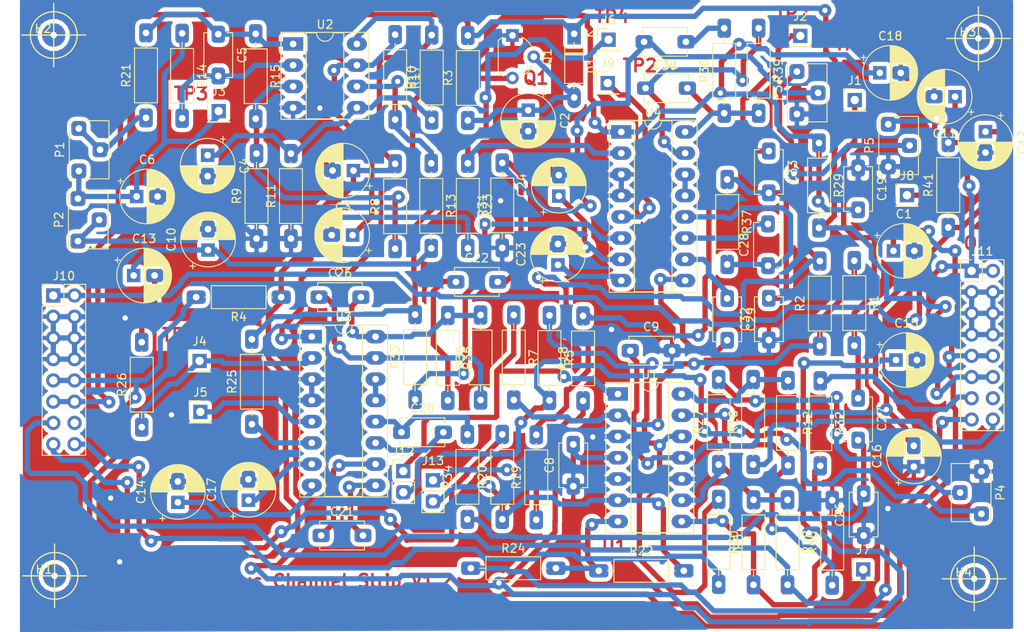
<source format=kicad_pcb>
(kicad_pcb (version 20171130) (host pcbnew "(5.0.2)-1")
  (layers (0 F.Cu signal) (31 B.Cu signal) (34 B.Paste user hide) (35 F.Paste user hide) (36 B.SilkS user hide) (37 F.SilkS user hide) (38 B.Mask user hide) (39 F.Mask user hide) (44 Edge.Cuts user))
  (net 0 "")
  (net 1 GND)
  (net 2 +12V)
  (net 3 "Net-(C2-Pad1)")
  (net 4 "Net-(C4-Pad1)")
  (net 5 "Net-(C5-Pad1)")
  (net 6 "Net-(C5-Pad2)")
  (net 7 "Net-(C6-Pad1)")
  (net 8 "Net-(C7-Pad1)")
  (net 9 "Net-(C7-Pad2)")
  (net 10 "Net-(C10-Pad1)")
  (net 11 5V)
  (net 12 "Net-(C14-Pad1)")
  (net 13 "Net-(C17-Pad1)")
  (net 14 "Net-(C20-Pad2)")
  (net 15 Out1)
  (net 16 "Net-(C22-Pad1)")
  (net 17 "Net-(C22-Pad2)")
  (net 18 "Net-(C23-Pad1)")
  (net 19 "Net-(C24-Pad1)")
  (net 20 "Net-(C25-Pad2)")
  (net 21 "Net-(C25-Pad1)")
  (net 22 "Net-(C26-Pad2)")
  (net 23 Out2)
  (net 24 +5V)
  (net 25 "Net-(J4-Pad1)")
  (net 26 "Net-(J5-Pad1)")
  (net 27 "Net-(J6-Pad1)")
  (net 28 AuxIn)
  (net 29 Clean)
  (net 30 "Net-(J9-Pad1)")
  (net 31 Lin)
  (net 32 Rin)
  (net 33 "Net-(J10-Pad14)")
  (net 34 -12V)
  (net 35 AuxSend)
  (net 36 "Net-(J11-Pad14)")
  (net 37 ROut)
  (net 38 LOut)
  (net 39 "Net-(P1-Pad1)")
  (net 40 AL)
  (net 41 "Net-(R1-Pad1)")
  (net 42 "Net-(R12-Pad2)")
  (net 43 PTLOut)
  (net 44 "Net-(R15-Pad2)")
  (net 45 "Net-(R12-Pad1)")
  (net 46 "Net-(R13-Pad1)")
  (net 47 "Net-(R22-Pad1)")
  (net 48 "Net-(R25-Pad1)")
  (net 49 "Net-(R27-Pad1)")
  (net 50 "Net-(R30-Pad1)")
  (net 51 "Net-(R33-Pad1)")
  (net 52 "Net-(U3-Pad13)")
  (net 53 "Net-(U4-Pad13)")
  (net 54 "Net-(C13-Pad2)")
  (net 55 "Net-(C20-Pad1)")
  (net 56 "Net-(C21-Pad2)")
  (net 57 "Net-(C21-Pad1)")
  (net 58 "Net-(C28-Pad2)")
  (net 59 "Net-(C28-Pad1)")
  (net 60 "Net-(C29-Pad1)")
  (net 61 "Net-(C29-Pad2)")
  (net 62 "Net-(C30-Pad1)")
  (net 63 "Net-(C31-Pad1)")
  (net 64 "Net-(C31-Pad2)")
  (net 65 "Net-(C32-Pad2)")
  (net 66 "Net-(J12-Pad1)")
  (net 67 "Net-(J13-Pad1)")
  (net 68 "Net-(J13-Pad2)")
  (net 69 "Net-(P4-Pad2)")
  (net 70 "Net-(J8-Pad1)")
  (net 71 "Net-(R5-Pad1)")
  (net 72 12VB)
  (net 73 -12VB)
  (module NilsLib:Trimmer_Vertical (layer F.Cu) (at 200.2536 128.8288 270)
    (fp_text reference P4 (at -2.54 -2.27 270) (layer F.SilkS))
    (fp_text value 100k)
    (pad 1 thru_hole roundrect (at 0 0 270) (size 1.778 1.778) (drill 0.8) (layers *.Cu *.Mask) (net 43 PTLOut))
    (pad 2 thru_hole roundrect (at -2.54 2.54 270) (size 1.778 1.778) (drill 0.8) (layers *.Cu *.Mask) (net 69 "Net-(P4-Pad2)"))
    (pad 3 thru_hole roundrect (at -5.08 0 270) (size 1.778 1.778) (drill 0.8) (layers *.Cu *.Mask) (net 1 GND))
  )
  (module NilsLib:Elko_D6.3mm_P2.50mm (layer F.Cu) (at 149.7584 90.8304 90)
    (fp_text reference C24 (at 1.25 -4.4 90) (layer F.SilkS))
    (fp_text value 10u)
    (pad 2 thru_hole roundrect (at 2.5 0 90) (size 2.032 1.6) (drill 0.8) (layers *.Cu *.Mask) (net 1 GND))
    (pad 1 thru_hole rect (at 0 0 90) (size 1.6 1.6) (drill 0.8) (layers *.Cu *.Mask) (net 19 "Net-(C24-Pad1)"))
  )
  (module NilsLib:Elko_D6.3mm_P2.50mm (layer F.Cu) (at 149.6568 99.06 90)
    (fp_text reference C23 (at 1.25 -4.4 90) (layer F.SilkS))
    (fp_text value 10u)
    (pad 1 thru_hole rect (at 0 0 90) (size 1.6 1.6) (drill 0.8) (layers *.Cu *.Mask) (net 18 "Net-(C23-Pad1)"))
    (pad 2 thru_hole roundrect (at 2.5 0 90) (size 2.032 1.6) (drill 0.8) (layers *.Cu *.Mask) (net 1 GND))
  )
  (module NilsLib:Elko_D6.3mm_P2.50mm (layer F.Cu) (at 192.1764 123.19 90)
    (fp_text reference C16 (at 1.25 -4.4 90) (layer F.SilkS))
    (fp_text value 47u)
    (pad 2 thru_hole roundrect (at 2.5 0 90) (size 2.032 1.6) (drill 0.8) (layers *.Cu *.Mask) (net 73 -12VB))
    (pad 1 thru_hole rect (at 0 0 90) (size 1.6 1.6) (drill 0.8) (layers *.Cu *.Mask) (net 1 GND))
  )
  (module NilsLib:Elko_D6.3mm_P2.50mm (layer F.Cu) (at 104.2416 127.4572 90)
    (fp_text reference C14 (at 1.25 -4.4 90) (layer F.SilkS))
    (fp_text value 10u)
    (pad 1 thru_hole rect (at 0 0 90) (size 1.6 1.6) (drill 0.8) (layers *.Cu *.Mask) (net 12 "Net-(C14-Pad1)"))
    (pad 2 thru_hole roundrect (at 2.5 0 90) (size 2.032 1.6) (drill 0.8) (layers *.Cu *.Mask) (net 1 GND))
  )
  (module NilsLib:Elko_D6.3mm_P2.50mm (layer F.Cu) (at 98.9584 100.33)
    (fp_text reference C13 (at 1.25 -4.4) (layer F.SilkS))
    (fp_text value 47u)
    (pad 2 thru_hole roundrect (at 2.5 0) (size 2.032 1.6) (drill 0.8) (layers *.Cu *.Mask) (net 54 "Net-(C13-Pad2)"))
    (pad 1 thru_hole rect (at 0 0) (size 1.6 1.6) (drill 0.8) (layers *.Cu *.Mask) (net 10 "Net-(C10-Pad1)"))
  )
  (module NilsLib:Elko_D6.3mm_P2.50mm (layer F.Cu) (at 190.0428 110.4392)
    (fp_text reference C15 (at 1.25 -4.4) (layer F.SilkS))
    (fp_text value 47u)
    (pad 1 thru_hole rect (at 0 0) (size 1.6 1.6) (drill 0.8) (layers *.Cu *.Mask) (net 72 12VB))
    (pad 2 thru_hole roundrect (at 2.5 0) (size 2.032 1.6) (drill 0.8) (layers *.Cu *.Mask) (net 1 GND))
  )
  (module NilsLib:Kondensator_Keramik (layer F.Cu) (at 151.4856 125.5268 90)
    (fp_text reference C8 (at 2.5 -2.85 90) (layer F.SilkS))
    (fp_text value 100n)
    (pad 2 thru_hole roundrect (at 5 0 90) (size 2.032 1.6) (drill 0.8) (layers *.Cu *.Mask) (net 72 12VB))
    (pad 1 thru_hole roundrect (at 0 0 90) (size 2.032 1.6) (drill 0.8) (layers *.Cu *.Mask) (net 1 GND))
  )
  (module NilsLib:Kondensator_Keramik (layer F.Cu) (at 158.2928 109.3216)
    (fp_text reference C9 (at 2.5 -2.85) (layer F.SilkS))
    (fp_text value 100n)
    (pad 2 thru_hole roundrect (at 5 0) (size 2.032 1.6) (drill 0.8) (layers *.Cu *.Mask) (net 1 GND))
    (pad 1 thru_hole roundrect (at 0 0) (size 2.032 1.6) (drill 0.8) (layers *.Cu *.Mask) (net 73 -12VB))
  )
  (module NilsLib:Elko_D6.3mm_P2.50mm (layer F.Cu) (at 189.738 97.3836)
    (fp_text reference C1 (at 1.25 -4.4) (layer F.SilkS))
    (fp_text value 100u)
    (pad 2 thru_hole roundrect (at 2.5 0) (size 2.032 1.6) (drill 0.8) (layers *.Cu *.Mask) (net 1 GND))
    (pad 1 thru_hole rect (at 0 0) (size 1.6 1.6) (drill 0.8) (layers *.Cu *.Mask) (net 2 +12V))
  )
  (module NilsLib:Elko_D6.3mm_P2.50mm (layer F.Cu) (at 146.1008 80.5688 270)
    (fp_text reference C2 (at 1.25 -4.4 270) (layer F.SilkS))
    (fp_text value 100u)
    (pad 1 thru_hole rect (at 0 0 270) (size 1.6 1.6) (drill 0.8) (layers *.Cu *.Mask) (net 3 "Net-(C2-Pad1)"))
    (pad 2 thru_hole roundrect (at 2.5 0 270) (size 2.032 1.6) (drill 0.8) (layers *.Cu *.Mask) (net 1 GND))
  )
  (module NilsLib:Elko_D6.3mm_P2.50mm (layer F.Cu) (at 125.222 87.7824 180)
    (fp_text reference C3 (at 1.25 -4.4 180) (layer F.SilkS))
    (fp_text value 10u)
    (pad 2 thru_hole roundrect (at 2.5 0 180) (size 2.032 1.6) (drill 0.8) (layers *.Cu *.Mask) (net 1 GND))
    (pad 1 thru_hole rect (at 0 0 180) (size 1.6 1.6) (drill 0.8) (layers *.Cu *.Mask) (net 72 12VB))
  )
  (module NilsLib:Elko_D6.3mm_P2.50mm (layer F.Cu) (at 107.7976 85.9536 270)
    (fp_text reference C4 (at 1.25 -4.4 270) (layer F.SilkS))
    (fp_text value 10u)
    (pad 2 thru_hole roundrect (at 2.5 0 270) (size 2.032 1.6) (drill 0.8) (layers *.Cu *.Mask) (net 1 GND))
    (pad 1 thru_hole rect (at 0 0 270) (size 1.6 1.6) (drill 0.8) (layers *.Cu *.Mask) (net 4 "Net-(C4-Pad1)"))
  )
  (module NilsLib:Kondensator_Keramik (layer F.Cu) (at 109.0676 71.4756 270)
    (fp_text reference C5 (at 2.5 -2.85 270) (layer F.SilkS))
    (fp_text value 10n)
    (pad 1 thru_hole roundrect (at 0 0 270) (size 2.032 1.6) (drill 0.8) (layers *.Cu *.Mask) (net 5 "Net-(C5-Pad1)"))
    (pad 2 thru_hole roundrect (at 5 0 270) (size 2.032 1.6) (drill 0.8) (layers *.Cu *.Mask) (net 6 "Net-(C5-Pad2)"))
  )
  (module NilsLib:Elko_D6.3mm_P2.50mm (layer F.Cu) (at 99.314 90.8812)
    (fp_text reference C6 (at 1.25 -4.4) (layer F.SilkS))
    (fp_text value 22u)
    (pad 1 thru_hole rect (at 0 0) (size 1.6 1.6) (drill 0.8) (layers *.Cu *.Mask) (net 7 "Net-(C6-Pad1)"))
    (pad 2 thru_hole roundrect (at 2.5 0) (size 2.032 1.6) (drill 0.8) (layers *.Cu *.Mask) (net 1 GND))
  )
  (module NilsLib:Elko_D6.3mm_P2.50mm (layer F.Cu) (at 125.1204 95.504 180)
    (fp_text reference C7 (at 1.25 -4.4 180) (layer F.SilkS))
    (fp_text value 47u)
    (pad 1 thru_hole rect (at 0 0 180) (size 1.6 1.6) (drill 0.8) (layers *.Cu *.Mask) (net 8 "Net-(C7-Pad1)"))
    (pad 2 thru_hole roundrect (at 2.5 0 180) (size 2.032 1.6) (drill 0.8) (layers *.Cu *.Mask) (net 9 "Net-(C7-Pad2)"))
  )
  (module NilsLib:Elko_D6.3mm_P2.50mm (layer F.Cu) (at 107.8484 97.282 90)
    (fp_text reference C10 (at 1.25 -4.4 90) (layer F.SilkS))
    (fp_text value 4,7u)
    (pad 2 thru_hole roundrect (at 2.5 0 90) (size 2.032 1.6) (drill 0.8) (layers *.Cu *.Mask) (net 1 GND))
    (pad 1 thru_hole rect (at 0 0 90) (size 1.6 1.6) (drill 0.8) (layers *.Cu *.Mask) (net 10 "Net-(C10-Pad1)"))
  )
  (module NilsLib:Elko_D6.3mm_P2.50mm (layer F.Cu) (at 112.6744 127.2032 90)
    (fp_text reference C17 (at 1.25 -4.4 90) (layer F.SilkS))
    (fp_text value 10u)
    (pad 2 thru_hole roundrect (at 2.5 0 90) (size 2.032 1.6) (drill 0.8) (layers *.Cu *.Mask) (net 1 GND))
    (pad 1 thru_hole rect (at 0 0 90) (size 1.6 1.6) (drill 0.8) (layers *.Cu *.Mask) (net 13 "Net-(C17-Pad1)"))
  )
  (module NilsLib:Elko_D6.3mm_P2.50mm (layer F.Cu) (at 188.1124 76.0984)
    (fp_text reference C18 (at 1.25 -4.4) (layer F.SilkS))
    (fp_text value 100u)
    (pad 1 thru_hole rect (at 0 0) (size 1.6 1.6) (drill 0.8) (layers *.Cu *.Mask) (net 11 5V))
    (pad 2 thru_hole roundrect (at 2.5 0) (size 2.032 1.6) (drill 0.8) (layers *.Cu *.Mask) (net 1 GND))
  )
  (module NilsLib:Kondensator_Keramik (layer F.Cu) (at 185.5216 87.4776 270)
    (fp_text reference C19 (at 2.5 -2.85 270) (layer F.SilkS))
    (fp_text value 100n)
    (pad 2 thru_hole roundrect (at 5 0 270) (size 2.032 1.6) (drill 0.8) (layers *.Cu *.Mask) (net 11 5V))
    (pad 1 thru_hole roundrect (at 0 0 270) (size 2.032 1.6) (drill 0.8) (layers *.Cu *.Mask) (net 1 GND))
  )
  (module NilsLib:Kondensator_Keramik (layer F.Cu) (at 130.9624 119.0752)
    (fp_text reference C20 (at 2.5 -2.85) (layer F.SilkS))
    (fp_text value 100n)
    (pad 2 thru_hole roundrect (at 5 0) (size 2.032 1.6) (drill 0.8) (layers *.Cu *.Mask) (net 14 "Net-(C20-Pad2)"))
    (pad 1 thru_hole roundrect (at 0 0) (size 2.032 1.6) (drill 0.8) (layers *.Cu *.Mask) (net 55 "Net-(C20-Pad1)"))
  )
  (module NilsLib:Kondensator_Keramik (layer F.Cu) (at 121.3612 131.4196)
    (fp_text reference C21 (at 2.5 -2.85) (layer F.SilkS))
    (fp_text value 100n)
    (pad 2 thru_hole roundrect (at 5 0) (size 2.032 1.6) (drill 0.8) (layers *.Cu *.Mask) (net 56 "Net-(C21-Pad2)"))
    (pad 1 thru_hole roundrect (at 0 0) (size 2.032 1.6) (drill 0.8) (layers *.Cu *.Mask) (net 57 "Net-(C21-Pad1)"))
  )
  (module NilsLib:Kondensator_Keramik (layer F.Cu) (at 137.4648 101.092)
    (fp_text reference C22 (at 2.5 -2.85) (layer F.SilkS))
    (fp_text value 100n)
    (pad 1 thru_hole roundrect (at 0 0) (size 2.032 1.6) (drill 0.8) (layers *.Cu *.Mask) (net 16 "Net-(C22-Pad1)"))
    (pad 2 thru_hole roundrect (at 5 0) (size 2.032 1.6) (drill 0.8) (layers *.Cu *.Mask) (net 17 "Net-(C22-Pad2)"))
  )
  (module NilsLib:Kondensator_Keramik (layer F.Cu) (at 121.1072 102.9208)
    (fp_text reference C25 (at 2.5 -2.85) (layer F.SilkS))
    (fp_text value 22p)
    (pad 2 thru_hole roundrect (at 5 0) (size 2.032 1.6) (drill 0.8) (layers *.Cu *.Mask) (net 20 "Net-(C25-Pad2)"))
    (pad 1 thru_hole roundrect (at 0 0) (size 2.032 1.6) (drill 0.8) (layers *.Cu *.Mask) (net 21 "Net-(C25-Pad1)"))
  )
  (module NilsLib:Kondensator_Keramik (layer F.Cu) (at 186.182 131.4196 90)
    (fp_text reference C26 (at 2.5 -2.85 90) (layer F.SilkS))
    (fp_text value 4,7n)
    (pad 2 thru_hole roundrect (at 5 0 90) (size 2.032 1.6) (drill 0.8) (layers *.Cu *.Mask) (net 22 "Net-(C26-Pad2)"))
    (pad 1 thru_hole roundrect (at 0 0 90) (size 2.032 1.6) (drill 0.8) (layers *.Cu *.Mask) (net 1 GND))
  )
  (module NilsLib:Kondensator_Keramik (layer F.Cu) (at 185.5216 115.0112 270)
    (fp_text reference C27 (at 2.5 -2.85 270) (layer F.SilkS))
    (fp_text value 220n)
    (pad 1 thru_hole roundrect (at 0 0 270) (size 2.032 1.6) (drill 0.8) (layers *.Cu *.Mask) (net 15 Out1))
    (pad 2 thru_hole roundrect (at 5 0 270) (size 2.032 1.6) (drill 0.8) (layers *.Cu *.Mask) (net 22 "Net-(C26-Pad2)"))
  )
  (module NilsLib:Diode_Horizontal (layer F.Cu) (at 151.5872 71.4248 270)
    (fp_text reference D1 (at 3.81 -2.12 270) (layer F.SilkS))
    (fp_text value 1N4148)
    (fp_text user K (at 0 -1.8 270) (layer F.SilkS))
    (pad 1 thru_hole rect (at 0 0 270) (size 2.54 1.6) (drill 0.8) (layers *.Cu *.Mask) (net 24 +5V))
    (pad 2 thru_hole oval (at 7.62 0 270) (size 2.54 1.6) (drill 0.8) (layers *.Cu *.Mask) (net 3 "Net-(C2-Pad1)"))
  )
  (module NilsLib:MountHole (layer F.Cu) (at 88.2396 134.9756)
    (fp_text reference H1 (at 0 0.5) (layer F.SilkS))
    (fp_text value MountingHole)
    (pad 1 thru_hole circle (at 1.27 1.27) (size 2.794 2.794) (drill 0.762) (layers *.Cu *.Mask))
  )
  (module NilsLib:MountHole (layer F.Cu) (at 88.138 70.3072)
    (fp_text reference H2 (at 0 0.5) (layer F.SilkS))
    (fp_text value MountingHole)
    (pad 1 thru_hole circle (at 1.27 1.27) (size 2.794 2.794) (drill 0.762) (layers *.Cu *.Mask))
  )
  (module NilsLib:MountHole (layer F.Cu) (at 198.628 70.7136)
    (fp_text reference H3 (at 0 0.5) (layer F.SilkS))
    (fp_text value MountingHole)
    (pad 1 thru_hole circle (at 1.27 1.27) (size 2.794 2.794) (drill 0.762) (layers *.Cu *.Mask))
  )
  (module NilsLib:MountHole (layer F.Cu) (at 198.12 135.3312)
    (fp_text reference H4 (at 0 0.5) (layer F.SilkS))
    (fp_text value MountingHole)
    (pad 1 thru_hole circle (at 1.27 1.27) (size 2.794 2.794) (drill 0.762) (layers *.Cu *.Mask))
  )
  (module NilsLib:Stift (layer F.Cu) (at 185.1152 79.3496)
    (fp_text reference J1 (at 0 -2.33) (layer F.SilkS))
    (fp_text value TP6)
    (pad 1 thru_hole rect (at 0 0) (size 1.7 1.7) (drill 1) (layers *.Cu *.Mask) (net 15 Out1))
  )
  (module NilsLib:Stift (layer F.Cu) (at 178.6128 71.6788)
    (fp_text reference J2 (at 0 -2.33) (layer F.SilkS))
    (fp_text value TP7)
    (pad 1 thru_hole rect (at 0 0) (size 1.7 1.7) (drill 1) (layers *.Cu *.Mask) (net 23 Out2))
  )
  (module NilsLib:Stift (layer F.Cu) (at 109.1184 80.6704)
    (fp_text reference J3 (at 0 -2.33) (layer F.SilkS))
    (fp_text value TP3)
    (pad 1 thru_hole rect (at 0 0) (size 1.7 1.7) (drill 1) (layers *.Cu *.Mask) (net 7 "Net-(C6-Pad1)"))
  )
  (module NilsLib:Stift (layer F.Cu) (at 106.8324 110.5408)
    (fp_text reference J4 (at 0 -2.33) (layer F.SilkS))
    (fp_text value TP5)
    (pad 1 thru_hole rect (at 0 0) (size 1.7 1.7) (drill 1) (layers *.Cu *.Mask) (net 25 "Net-(J4-Pad1)"))
  )
  (module NilsLib:Stift (layer F.Cu) (at 106.934 116.6368)
    (fp_text reference J5 (at 0 -2.33) (layer F.SilkS))
    (fp_text value TP1)
    (pad 1 thru_hole rect (at 0 0) (size 1.7 1.7) (drill 1) (layers *.Cu *.Mask) (net 26 "Net-(J5-Pad1)"))
  )
  (module NilsLib:Stift (layer F.Cu) (at 155.702 72.136)
    (fp_text reference J6 (at 0 -2.33) (layer F.SilkS))
    (fp_text value TP4)
    (pad 1 thru_hole rect (at 0 0) (size 1.7 1.7) (drill 1) (layers *.Cu *.Mask) (net 27 "Net-(J6-Pad1)"))
  )
  (module NilsLib:Stift (layer F.Cu) (at 186.1312 135.4836)
    (fp_text reference J7 (at 0 -2.33) (layer F.SilkS))
    (fp_text value TP8)
    (pad 1 thru_hole rect (at 0 0) (size 1.7 1.7) (drill 1) (layers *.Cu *.Mask) (net 28 AuxIn))
  )
  (module NilsLib:Stift (layer F.Cu) (at 191.3636 90.7288)
    (fp_text reference J8 (at 0 -2.33) (layer F.SilkS))
    (fp_text value AudioIn)
    (pad 1 thru_hole rect (at 0 0) (size 1.7 1.7) (drill 1) (layers *.Cu *.Mask) (net 70 "Net-(J8-Pad1)"))
  )
  (module NilsLib:Stift (layer F.Cu) (at 155.6004 77.3176)
    (fp_text reference J9 (at 0 -2.33) (layer F.SilkS))
    (fp_text value TP2)
    (pad 1 thru_hole rect (at 0 0) (size 1.7 1.7) (drill 1) (layers *.Cu *.Mask) (net 30 "Net-(J9-Pad1)"))
  )
  (module Connector_PinHeader_2.54mm:PinHeader_2x08_P2.54mm_Vertical (layer F.Cu) (at 89.3572 102.7176)
    (fp_text reference J10 (at 1.27 -2.33) (layer F.SilkS))
    (fp_text value PWR_Aux_In)
    (pad 16 thru_hole oval (at 2.54 17.78) (size 1.7 1.7) (drill 1) (layers *.Cu *.Mask) (net 31 Lin))
    (pad 15 thru_hole oval (at 0 17.78) (size 1.7 1.7) (drill 1) (layers *.Cu *.Mask) (net 32 Rin))
    (pad 14 thru_hole oval (at 2.54 15.24) (size 1.7 1.7) (drill 1) (layers *.Cu *.Mask) (net 33 "Net-(J10-Pad14)"))
    (pad 13 thru_hole oval (at 0 15.24) (size 1.7 1.7) (drill 1) (layers *.Cu *.Mask) (net 28 AuxIn))
    (pad 12 thru_hole oval (at 2.54 12.7) (size 1.7 1.7) (drill 1) (layers *.Cu *.Mask) (net 24 +5V))
    (pad 11 thru_hole oval (at 0 12.7) (size 1.7 1.7) (drill 1) (layers *.Cu *.Mask) (net 24 +5V))
    (pad 10 thru_hole oval (at 2.54 10.16) (size 1.7 1.7) (drill 1) (layers *.Cu *.Mask) (net 2 +12V))
    (pad 9 thru_hole oval (at 0 10.16) (size 1.7 1.7) (drill 1) (layers *.Cu *.Mask) (net 2 +12V))
    (pad 8 thru_hole oval (at 2.54 7.62) (size 1.7 1.7) (drill 1) (layers *.Cu *.Mask) (net 1 GND))
    (pad 7 thru_hole oval (at 0 7.62) (size 1.7 1.7) (drill 1) (layers *.Cu *.Mask) (net 1 GND))
    (pad 6 thru_hole oval (at 2.54 5.08) (size 1.7 1.7) (drill 1) (layers *.Cu *.Mask) (net 1 GND))
    (pad 5 thru_hole oval (at 0 5.08) (size 1.7 1.7) (drill 1) (layers *.Cu *.Mask) (net 1 GND))
    (pad 4 thru_hole oval (at 2.54 2.54) (size 1.7 1.7) (drill 1) (layers *.Cu *.Mask) (net 1 GND))
    (pad 3 thru_hole oval (at 0 2.54) (size 1.7 1.7) (drill 1) (layers *.Cu *.Mask) (net 1 GND))
    (pad 2 thru_hole oval (at 2.54 0) (size 1.7 1.7) (drill 1) (layers *.Cu *.Mask) (net 34 -12V))
    (pad 1 thru_hole rect (at 0 0) (size 1.7 1.7) (drill 1) (layers *.Cu *.Mask) (net 34 -12V))
  )
  (module Connector_PinHeader_2.54mm:PinHeader_2x08_P2.54mm_Vertical (layer F.Cu) (at 199.0852 99.7712)
    (fp_text reference J11 (at 1.27 -2.33) (layer F.SilkS))
    (fp_text value PWR_Aux_Out)
    (pad 1 thru_hole rect (at 0 0) (size 1.7 1.7) (drill 1) (layers *.Cu *.Mask) (net 34 -12V))
    (pad 2 thru_hole oval (at 2.54 0) (size 1.7 1.7) (drill 1) (layers *.Cu *.Mask) (net 34 -12V))
    (pad 3 thru_hole oval (at 0 2.54) (size 1.7 1.7) (drill 1) (layers *.Cu *.Mask) (net 1 GND))
    (pad 4 thru_hole oval (at 2.54 2.54) (size 1.7 1.7) (drill 1) (layers *.Cu *.Mask) (net 1 GND))
    (pad 5 thru_hole oval (at 0 5.08) (size 1.7 1.7) (drill 1) (layers *.Cu *.Mask) (net 1 GND))
    (pad 6 thru_hole oval (at 2.54 5.08) (size 1.7 1.7) (drill 1) (layers *.Cu *.Mask) (net 1 GND))
    (pad 7 thru_hole oval (at 0 7.62) (size 1.7 1.7) (drill 1) (layers *.Cu *.Mask) (net 1 GND))
    (pad 8 thru_hole oval (at 2.54 7.62) (size 1.7 1.7) (drill 1) (layers *.Cu *.Mask) (net 1 GND))
    (pad 9 thru_hole oval (at 0 10.16) (size 1.7 1.7) (drill 1) (layers *.Cu *.Mask) (net 2 +12V))
    (pad 10 thru_hole oval (at 2.54 10.16) (size 1.7 1.7) (drill 1) (layers *.Cu *.Mask) (net 2 +12V))
    (pad 11 thru_hole oval (at 0 12.7) (size 1.7 1.7) (drill 1) (layers *.Cu *.Mask) (net 24 +5V))
    (pad 12 thru_hole oval (at 2.54 12.7) (size 1.7 1.7) (drill 1) (layers *.Cu *.Mask) (net 24 +5V))
    (pad 13 thru_hole oval (at 0 15.24) (size 1.7 1.7) (drill 1) (layers *.Cu *.Mask) (net 35 AuxSend))
    (pad 14 thru_hole oval (at 2.54 15.24) (size 1.7 1.7) (drill 1) (layers *.Cu *.Mask) (net 36 "Net-(J11-Pad14)"))
    (pad 15 thru_hole oval (at 0 17.78) (size 1.7 1.7) (drill 1) (layers *.Cu *.Mask) (net 37 ROut))
    (pad 16 thru_hole oval (at 2.54 17.78) (size 1.7 1.7) (drill 1) (layers *.Cu *.Mask) (net 38 LOut))
  )
  (module NilsLib:Trimmer_Vertical (layer F.Cu) (at 92.4052 82.7532 90)
    (fp_text reference P1 (at -2.54 -2.27 90) (layer F.SilkS))
    (fp_text value 100k)
    (pad 3 thru_hole roundrect (at -5.08 0 90) (size 1.778 1.778) (drill 0.8) (layers *.Cu *.Mask) (net 7 "Net-(C6-Pad1)"))
    (pad 2 thru_hole roundrect (at -2.54 2.54 90) (size 1.778 1.778) (drill 0.8) (layers *.Cu *.Mask) (net 39 "Net-(P1-Pad1)"))
    (pad 1 thru_hole roundrect (at 0 0 90) (size 1.778 1.778) (drill 0.8) (layers *.Cu *.Mask) (net 39 "Net-(P1-Pad1)"))
  )
  (module NilsLib:Trimmer_Vertical (layer F.Cu) (at 92.3036 91.1352 90)
    (fp_text reference P2 (at -2.54 -2.27 90) (layer F.SilkS))
    (fp_text value 500k)
    (pad 1 thru_hole roundrect (at 0 0 90) (size 1.778 1.778) (drill 0.8) (layers *.Cu *.Mask) (net 7 "Net-(C6-Pad1)"))
    (pad 2 thru_hole roundrect (at -2.54 2.54 90) (size 1.778 1.778) (drill 0.8) (layers *.Cu *.Mask) (net 10 "Net-(C10-Pad1)"))
    (pad 3 thru_hole roundrect (at -5.08 0 90) (size 1.778 1.778) (drill 0.8) (layers *.Cu *.Mask) (net 10 "Net-(C10-Pad1)"))
  )
  (module NilsLib:Trimmer_Vertical (layer F.Cu) (at 178.2064 75.946 90)
    (fp_text reference P3 (at -2.54 -2.27 90) (layer F.SilkS))
    (fp_text value 100k)
    (pad 1 thru_hole roundrect (at 0 0 90) (size 1.778 1.778) (drill 0.8) (layers *.Cu *.Mask) (net 29 Clean))
    (pad 2 thru_hole roundrect (at -2.54 2.54 90) (size 1.778 1.778) (drill 0.8) (layers *.Cu *.Mask) (net 17 "Net-(C22-Pad2)"))
    (pad 3 thru_hole roundrect (at -5.08 0 90) (size 1.778 1.778) (drill 0.8) (layers *.Cu *.Mask) (net 1 GND))
  )
  (module Package_TO_SOT_THT:TO-92L_Wide (layer F.Cu) (at 144.2212 71.628 270)
    (fp_text reference Q1 (at 2.55 -4.15 270) (layer F.SilkS))
    (fp_text value 2N3904)
    (pad 2 thru_hole circle (at 2.54 -2.54) (size 1.5 1.5) (drill 0.8) (layers *.Cu *.Mask) (net 3 "Net-(C2-Pad1)"))
    (pad 3 thru_hole circle (at 5.08 0) (size 1.5 1.5) (drill 0.8) (layers *.Cu *.Mask) (net 40 AL))
    (pad 1 thru_hole rect (at 0 0) (size 1.5 1.5) (drill 0.8) (layers *.Cu *.Mask) (net 1 GND))
  )
  (module NilsLib:Widerstand_liegend (layer F.Cu) (at 185.0644 98.552 270)
    (fp_text reference R1 (at 5.08 -2.37 270) (layer F.SilkS))
    (fp_text value 51k)
    (pad 1 thru_hole roundrect (at 0 0 270) (size 2.286 1.6) (drill 0.8) (layers *.Cu *.Mask) (net 41 "Net-(R1-Pad1)"))
    (pad 2 thru_hole roundrect (at 10.16 0 270) (size 2.286 1.6) (drill 0.8) (layers *.Cu *.Mask) (net 15 Out1))
  )
  (module NilsLib:Widerstand_liegend (layer F.Cu) (at 180.9496 108.7628 90)
    (fp_text reference R2 (at 5.08 -2.37 90) (layer F.SilkS))
    (fp_text value 100k)
    (pad 2 thru_hole roundrect (at 10.16 0 90) (size 2.286 1.6) (drill 0.8) (layers *.Cu *.Mask) (net 29 Clean))
    (pad 1 thru_hole roundrect (at 0 0 90) (size 2.286 1.6) (drill 0.8) (layers *.Cu *.Mask) (net 41 "Net-(R1-Pad1)"))
  )
  (module NilsLib:Widerstand_liegend (layer F.Cu) (at 138.8872 81.788 90)
    (fp_text reference R3 (at 5.08 -2.37 90) (layer F.SilkS))
    (fp_text value 100k)
    (pad 1 thru_hole roundrect (at 0 0 90) (size 2.286 1.6) (drill 0.8) (layers *.Cu *.Mask) (net 3 "Net-(C2-Pad1)"))
    (pad 2 thru_hole roundrect (at 10.16 0 90) (size 2.286 1.6) (drill 0.8) (layers *.Cu *.Mask) (net 24 +5V))
  )
  (module NilsLib:Widerstand_liegend (layer F.Cu) (at 116.586 102.9208 180)
    (fp_text reference R4 (at 5.08 -2.37 180) (layer F.SilkS))
    (fp_text value 10)
    (pad 2 thru_hole roundrect (at 10.16 0 180) (size 2.286 1.6) (drill 0.8) (layers *.Cu *.Mask) (net 2 +12V))
    (pad 1 thru_hole roundrect (at 0 0 180) (size 2.286 1.6) (drill 0.8) (layers *.Cu *.Mask) (net 72 12VB))
  )
  (module NilsLib:Widerstand_liegend (layer F.Cu) (at 148.6408 105.1052 270)
    (fp_text reference R5 (at 5.08 -2.37 270) (layer F.SilkS))
    (fp_text value 100k)
    (pad 1 thru_hole roundrect (at 0 0 270) (size 2.286 1.6) (drill 0.8) (layers *.Cu *.Mask) (net 71 "Net-(R5-Pad1)"))
    (pad 2 thru_hole roundrect (at 10.16 0 270) (size 2.286 1.6) (drill 0.8) (layers *.Cu *.Mask) (net 43 PTLOut))
  )
  (module NilsLib:Widerstand_liegend (layer F.Cu) (at 168.8592 127.1016 270)
    (fp_text reference R6 (at 5.08 -2.37 270) (layer F.SilkS))
    (fp_text value 100k)
    (pad 1 thru_hole roundrect (at 0 0 270) (size 2.286 1.6) (drill 0.8) (layers *.Cu *.Mask) (net 71 "Net-(R5-Pad1)"))
    (pad 2 thru_hole roundrect (at 10.16 0 270) (size 2.286 1.6) (drill 0.8) (layers *.Cu *.Mask) (net 31 Lin))
  )
  (module NilsLib:Widerstand_liegend (layer F.Cu) (at 144.3736 105.0544 270)
    (fp_text reference R7 (at 5.08 -2.37 270) (layer F.SilkS))
    (fp_text value 100k)
    (pad 1 thru_hole roundrect (at 0 0 270) (size 2.286 1.6) (drill 0.8) (layers *.Cu *.Mask) (net 66 "Net-(J12-Pad1)"))
    (pad 2 thru_hole roundrect (at 10.16 0 270) (size 2.286 1.6) (drill 0.8) (layers *.Cu *.Mask) (net 41 "Net-(R1-Pad1)"))
  )
  (module NilsLib:Widerstand_liegend (layer F.Cu) (at 130.2004 97.1296 90)
    (fp_text reference R8 (at 5.08 -2.37 90) (layer F.SilkS))
    (fp_text value 47k)
    (pad 2 thru_hole roundrect (at 10.16 0 90) (size 2.286 1.6) (drill 0.8) (layers *.Cu *.Mask) (net 72 12VB))
    (pad 1 thru_hole roundrect (at 0 0 90) (size 2.286 1.6) (drill 0.8) (layers *.Cu *.Mask) (net 44 "Net-(R15-Pad2)"))
  )
  (module NilsLib:Widerstand_liegend (layer F.Cu) (at 113.6396 95.9104 90)
    (fp_text reference R9 (at 5.08 -2.37 90) (layer F.SilkS))
    (fp_text value 47k)
    (pad 1 thru_hole roundrect (at 0 0 90) (size 2.286 1.6) (drill 0.8) (layers *.Cu *.Mask) (net 1 GND))
    (pad 2 thru_hole roundrect (at 10.16 0 90) (size 2.286 1.6) (drill 0.8) (layers *.Cu *.Mask) (net 44 "Net-(R15-Pad2)"))
  )
  (module NilsLib:Widerstand_liegend (layer F.Cu) (at 134.5692 81.7372 90)
    (fp_text reference R10 (at 5.08 -2.37 90) (layer F.SilkS))
    (fp_text value 47k)
    (pad 1 thru_hole roundrect (at 0 0 90) (size 2.286 1.6) (drill 0.8) (layers *.Cu *.Mask) (net 4 "Net-(C4-Pad1)"))
    (pad 2 thru_hole roundrect (at 10.16 0 90) (size 2.286 1.6) (drill 0.8) (layers *.Cu *.Mask) (net 72 12VB))
  )
  (module NilsLib:Widerstand_liegend (layer F.Cu) (at 117.7544 95.9104 90)
    (fp_text reference R11 (at 5.08 -2.37 90) (layer F.SilkS))
    (fp_text value 47k)
    (pad 2 thru_hole roundrect (at 10.16 0 90) (size 2.286 1.6) (drill 0.8) (layers *.Cu *.Mask) (net 4 "Net-(C4-Pad1)"))
    (pad 1 thru_hole roundrect (at 0 0 90) (size 2.286 1.6) (drill 0.8) (layers *.Cu *.Mask) (net 1 GND))
  )
  (module NilsLib:Widerstand_liegend (layer F.Cu) (at 177.1396 112.8776 270)
    (fp_text reference R12 (at 5.08 -2.37 270) (layer F.SilkS))
    (fp_text value 100k)
    (pad 2 thru_hole roundrect (at 10.16 0 270) (size 2.286 1.6) (drill 0.8) (layers *.Cu *.Mask) (net 42 "Net-(R12-Pad2)"))
    (pad 1 thru_hole roundrect (at 0 0 270) (size 2.286 1.6) (drill 0.8) (layers *.Cu *.Mask) (net 45 "Net-(R12-Pad1)"))
  )
  (module NilsLib:Widerstand_liegend (layer F.Cu) (at 134.5184 86.9188 270)
    (fp_text reference R13 (at 5.08 -2.37 270) (layer F.SilkS))
    (fp_text value 100k)
    (pad 1 thru_hole roundrect (at 0 0 270) (size 2.286 1.6) (drill 0.8) (layers *.Cu *.Mask) (net 46 "Net-(R13-Pad1)"))
    (pad 2 thru_hole roundrect (at 10.16 0 270) (size 2.286 1.6) (drill 0.8) (layers *.Cu *.Mask) (net 10 "Net-(C10-Pad1)"))
  )
  (module NilsLib:Widerstand_liegend (layer F.Cu) (at 104.7496 71.374 270)
    (fp_text reference R14 (at 5.08 -2.37 270) (layer F.SilkS))
    (fp_text value 220k)
    (pad 1 thru_hole roundrect (at 0 0 270) (size 2.286 1.6) (drill 0.8) (layers *.Cu *.Mask) (net 7 "Net-(C6-Pad1)"))
    (pad 2 thru_hole roundrect (at 10.16 0 270) (size 2.286 1.6) (drill 0.8) (layers *.Cu *.Mask) (net 6 "Net-(C5-Pad2)"))
  )
  (module NilsLib:Widerstand_liegend (layer F.Cu) (at 113.538 71.4248 270)
    (fp_text reference R15 (at 5.08 -2.37 270) (layer F.SilkS))
    (fp_text value 220k)
    (pad 2 thru_hole roundrect (at 10.16 0 270) (size 2.286 1.6) (drill 0.8) (layers *.Cu *.Mask) (net 44 "Net-(R15-Pad2)"))
    (pad 1 thru_hole roundrect (at 0 0 270) (size 2.286 1.6) (drill 0.8) (layers *.Cu *.Mask) (net 5 "Net-(C5-Pad1)"))
  )
  (module NilsLib:Widerstand_liegend (layer F.Cu) (at 172.974 122.936 90)
    (fp_text reference R16 (at 5.08 -2.37 90) (layer F.SilkS))
    (fp_text value 1k)
    (pad 2 thru_hole roundrect (at 10.16 0 90) (size 2.286 1.6) (drill 0.8) (layers *.Cu *.Mask) (net 45 "Net-(R12-Pad1)"))
    (pad 1 thru_hole roundrect (at 0 0 90) (size 2.286 1.6) (drill 0.8) (layers *.Cu *.Mask) (net 38 LOut))
  )
  (module NilsLib:Widerstand_liegend (layer F.Cu) (at 130.2004 71.5264 270)
    (fp_text reference R17 (at 5.08 -2.37 270) (layer F.SilkS))
    (fp_text value 100k)
    (pad 2 thru_hole roundrect (at 10.16 0 270) (size 2.286 1.6) (drill 0.8) (layers *.Cu *.Mask) (net 46 "Net-(R13-Pad1)"))
    (pad 1 thru_hole roundrect (at 0 0 270) (size 2.286 1.6) (drill 0.8) (layers *.Cu *.Mask) (net 8 "Net-(C7-Pad1)"))
  )
  (module NilsLib:Widerstand_liegend (layer F.Cu) (at 152.654 115.316 90)
    (fp_text reference R18 (at 5.08 -2.37 90) (layer F.SilkS))
    (fp_text value 51k)
    (pad 1 thru_hole roundrect (at 0 0 90) (size 2.286 1.6) (drill 0.8) (layers *.Cu *.Mask) (net 67 "Net-(J13-Pad1)"))
    (pad 2 thru_hole roundrect (at 10.16 0 90) (size 2.286 1.6) (drill 0.8) (layers *.Cu *.Mask) (net 23 Out2))
  )
  (module NilsLib:Widerstand_liegend (layer F.Cu) (at 147.066 129.54 90)
    (fp_text reference R19 (at 5.08 -2.37 90) (layer F.SilkS))
    (fp_text value 100k)
    (pad 2 thru_hole roundrect (at 10.16 0 90) (size 2.286 1.6) (drill 0.8) (layers *.Cu *.Mask) (net 29 Clean))
    (pad 1 thru_hole roundrect (at 0 0 90) (size 2.286 1.6) (drill 0.8) (layers *.Cu *.Mask) (net 67 "Net-(J13-Pad1)"))
  )
  (module NilsLib:Widerstand_liegend (layer F.Cu) (at 143.002 129.4892 90)
    (fp_text reference R20 (at 5.08 -2.37 90) (layer F.SilkS))
    (fp_text value 100k)
    (pad 2 thru_hole roundrect (at 10.16 0 90) (size 2.286 1.6) (drill 0.8) (layers *.Cu *.Mask) (net 32 Rin))
    (pad 1 thru_hole roundrect (at 0 0 90) (size 2.286 1.6) (drill 0.8) (layers *.Cu *.Mask) (net 68 "Net-(J13-Pad2)"))
  )
  (module NilsLib:Widerstand_liegend (layer F.Cu) (at 100.4316 81.4832 90)
    (fp_text reference R21 (at 5.08 -2.37 90) (layer F.SilkS))
    (fp_text value 4,7k)
    (pad 2 thru_hole roundrect (at 10.16 0 90) (size 2.286 1.6) (drill 0.8) (layers *.Cu *.Mask) (net 5 "Net-(C5-Pad1)"))
    (pad 1 thru_hole roundrect (at 0 0 90) (size 2.286 1.6) (drill 0.8) (layers *.Cu *.Mask) (net 39 "Net-(P1-Pad1)"))
  )
  (module NilsLib:Widerstand_liegend (layer F.Cu) (at 154.5336 135.636)
    (fp_text reference R22 (at 5.08 -2.37) (layer F.SilkS))
    (fp_text value 100k)
    (pad 2 thru_hole roundrect (at 10.16 0) (size 2.286 1.6) (drill 0.8) (layers *.Cu *.Mask) (net 68 "Net-(J13-Pad2)"))
    (pad 1 thru_hole roundrect (at 0 0) (size 2.286 1.6) (drill 0.8) (layers *.Cu *.Mask) (net 47 "Net-(R22-Pad1)"))
  )
  (module NilsLib:Widerstand_liegend (layer F.Cu) (at 138.8872 86.9188 270)
    (fp_text reference R23 (at 5.08 -2.37 270) (layer F.SilkS))
    (fp_text value 10k)
    (pad 1 thru_hole roundrect (at 0 0 270) (size 2.286 1.6) (drill 0.8) (layers *.Cu *.Mask) (net 27 "Net-(J6-Pad1)"))
    (pad 2 thru_hole roundrect (at 10.16 0 270) (size 2.286 1.6) (drill 0.8) (layers *.Cu *.Mask) (net 9 "Net-(C7-Pad2)"))
  )
  (module NilsLib:Widerstand_liegend (layer F.Cu) (at 139.2428 135.3312)
    (fp_text reference R24 (at 5.08 -2.37) (layer F.SilkS))
    (fp_text value 1k)
    (pad 1 thru_hole roundrect (at 0 0) (size 2.286 1.6) (drill 0.8) (layers *.Cu *.Mask) (net 37 ROut))
    (pad 2 thru_hole roundrect (at 10.16 0) (size 2.286 1.6) (drill 0.8) (layers *.Cu *.Mask) (net 47 "Net-(R22-Pad1)"))
  )
  (module NilsLib:Widerstand_liegend (layer F.Cu) (at 113.0808 118.11 90)
    (fp_text reference R25 (at 5.08 -2.37 90) (layer F.SilkS))
    (fp_text value 270)
    (pad 2 thru_hole roundrect (at 10.16 0 90) (size 2.286 1.6) (drill 0.8) (layers *.Cu *.Mask) (net 40 AL))
    (pad 1 thru_hole roundrect (at 0 0 90) (size 2.286 1.6) (drill 0.8) (layers *.Cu *.Mask) (net 48 "Net-(R25-Pad1)"))
  )
  (module NilsLib:Widerstand_liegend (layer F.Cu) (at 99.9236 118.4656 90)
    (fp_text reference R26 (at 5.08 -2.37 90) (layer F.SilkS))
    (fp_text value 10k)
    (pad 2 thru_hole roundrect (at 10.16 0 90) (size 2.286 1.6) (drill 0.8) (layers *.Cu *.Mask) (net 54 "Net-(C13-Pad2)"))
    (pad 1 thru_hole roundrect (at 0 0 90) (size 2.286 1.6) (drill 0.8) (layers *.Cu *.Mask) (net 25 "Net-(J4-Pad1)"))
  )
  (module NilsLib:Widerstand_liegend (layer F.Cu) (at 168.8592 122.936 90)
    (fp_text reference R27 (at 5.08 -2.37 90) (layer F.SilkS))
    (fp_text value 100k)
    (pad 1 thru_hole roundrect (at 0 0 90) (size 2.286 1.6) (drill 0.8) (layers *.Cu *.Mask) (net 49 "Net-(R27-Pad1)"))
    (pad 2 thru_hole roundrect (at 10.16 0 90) (size 2.286 1.6) (drill 0.8) (layers *.Cu *.Mask) (net 69 "Net-(P4-Pad2)"))
  )
  (module NilsLib:Widerstand_liegend (layer F.Cu) (at 177.0888 127.1524 270)
    (fp_text reference R28 (at 5.08 -2.37 270) (layer F.SilkS))
    (fp_text value 100k)
    (pad 1 thru_hole roundrect (at 0 0 270) (size 2.286 1.6) (drill 0.8) (layers *.Cu *.Mask) (net 49 "Net-(R27-Pad1)"))
    (pad 2 thru_hole roundrect (at 10.16 0 270) (size 2.286 1.6) (drill 0.8) (layers *.Cu *.Mask) (net 28 AuxIn))
  )
  (module NilsLib:Widerstand_liegend (layer F.Cu) (at 180.848 84.4804 270)
    (fp_text reference R29 (at 5.08 -2.37 270) (layer F.SilkS))
    (fp_text value 10)
    (pad 1 thru_hole roundrect (at 0 0 270) (size 2.286 1.6) (drill 0.8) (layers *.Cu *.Mask) (net 11 5V))
    (pad 2 thru_hole roundrect (at 10.16 0 270) (size 2.286 1.6) (drill 0.8) (layers *.Cu *.Mask) (net 24 +5V))
  )
  (module NilsLib:Widerstand_liegend (layer F.Cu) (at 173.0248 137.3124 90)
    (fp_text reference R30 (at 5.08 -2.37 90) (layer F.SilkS))
    (fp_text value 100k)
    (pad 2 thru_hole roundrect (at 10.16 0 90) (size 2.286 1.6) (drill 0.8) (layers *.Cu *.Mask) (net 49 "Net-(R27-Pad1)"))
    (pad 1 thru_hole roundrect (at 0 0 90) (size 2.286 1.6) (drill 0.8) (layers *.Cu *.Mask) (net 50 "Net-(R30-Pad1)"))
  )
  (module NilsLib:Widerstand_liegend (layer F.Cu) (at 143.002 97.028 90)
    (fp_text reference R31 (at 5.08 -2.37 90) (layer F.SilkS))
    (fp_text value 1M)
    (pad 2 thru_hole roundrect (at 10.16 0 90) (size 2.286 1.6) (drill 0.8) (layers *.Cu *.Mask) (net 17 "Net-(C22-Pad2)"))
    (pad 1 thru_hole roundrect (at 0 0 90) (size 2.286 1.6) (drill 0.8) (layers *.Cu *.Mask) (net 1 GND))
  )
  (module NilsLib:Widerstand_liegend (layer F.Cu) (at 181.0004 112.9284 270)
    (fp_text reference R32 (at 5.08 -2.37 270) (layer F.SilkS))
    (fp_text value 1k)
    (pad 2 thru_hole roundrect (at 10.16 0 270) (size 2.286 1.6) (drill 0.8) (layers *.Cu *.Mask) (net 50 "Net-(R30-Pad1)"))
    (pad 1 thru_hole roundrect (at 0 0 270) (size 2.286 1.6) (drill 0.8) (layers *.Cu *.Mask) (net 35 AuxSend))
  )
  (module NilsLib:Widerstand_liegend (layer F.Cu) (at 132.588 115.1636 90)
    (fp_text reference R33 (at 5.08 -2.37 90) (layer F.SilkS))
    (fp_text value 100)
    (pad 1 thru_hole roundrect (at 0 0 90) (size 2.286 1.6) (drill 0.8) (layers *.Cu *.Mask) (net 51 "Net-(R33-Pad1)"))
    (pad 2 thru_hole roundrect (at 10.16 0 90) (size 2.286 1.6) (drill 0.8) (layers *.Cu *.Mask) (net 40 AL))
  )
  (module NilsLib:Widerstand_liegend (layer F.Cu) (at 138.8364 129.4892 90)
    (fp_text reference R34 (at 5.08 -2.37 90) (layer F.SilkS))
    (fp_text value 10k)
    (pad 2 thru_hole roundrect (at 10.16 0 90) (size 2.286 1.6) (drill 0.8) (layers *.Cu *.Mask) (net 55 "Net-(C20-Pad1)"))
    (pad 1 thru_hole roundrect (at 0 0 90) (size 2.286 1.6) (drill 0.8) (layers *.Cu *.Mask) (net 22 "Net-(C26-Pad2)"))
  )
  (module NilsLib:Widerstand_liegend (layer F.Cu) (at 136.4996 105.1052 270)
    (fp_text reference R35 (at 5.08 -2.37 270) (layer F.SilkS))
    (fp_text value 470k)
    (pad 1 thru_hole roundrect (at 0 0 270) (size 2.286 1.6) (drill 0.8) (layers *.Cu *.Mask) (net 20 "Net-(C25-Pad2)"))
    (pad 2 thru_hole roundrect (at 10.16 0 270) (size 2.286 1.6) (drill 0.8) (layers *.Cu *.Mask) (net 16 "Net-(C22-Pad1)"))
  )
  (module NilsLib:Widerstand_liegend (layer F.Cu) (at 140.4112 115.2144 90)
    (fp_text reference R36 (at 5.08 -2.37 90) (layer F.SilkS))
    (fp_text value 1M)
    (pad 1 thru_hole roundrect (at 0 0 90) (size 2.286 1.6) (drill 0.8) (layers *.Cu *.Mask) (net 21 "Net-(C25-Pad1)"))
    (pad 2 thru_hole roundrect (at 10.16 0 90) (size 2.286 1.6) (drill 0.8) (layers *.Cu *.Mask) (net 20 "Net-(C25-Pad2)"))
  )
  (module NilsLib:Widerstand_liegend (layer F.Cu) (at 169.5196 80.9244 90)
    (fp_text reference R38 (at 5.08 -2.37 90) (layer F.SilkS))
    (fp_text value 470k)
    (pad 1 thru_hole roundrect (at 0 0 90) (size 2.286 1.6) (drill 0.8) (layers *.Cu *.Mask) (net 64 "Net-(C31-Pad2)"))
    (pad 2 thru_hole roundrect (at 10.16 0 90) (size 2.286 1.6) (drill 0.8) (layers *.Cu *.Mask) (net 62 "Net-(C30-Pad1)"))
  )
  (module NilsLib:Widerstand_liegend (layer F.Cu) (at 173.6344 70.7644 270)
    (fp_text reference R39 (at 5.08 -2.37 270) (layer F.SilkS))
    (fp_text value 1M)
    (pad 1 thru_hole roundrect (at 0 0 270) (size 2.286 1.6) (drill 0.8) (layers *.Cu *.Mask) (net 63 "Net-(C31-Pad1)"))
    (pad 2 thru_hole roundrect (at 10.16 0 270) (size 2.286 1.6) (drill 0.8) (layers *.Cu *.Mask) (net 64 "Net-(C31-Pad2)"))
  )
  (module Package_DIP:DIP-14_W7.62mm_Socket_LongPads (layer F.Cu) (at 156.8196 114.5032)
    (fp_text reference U1 (at 3.81 -2.33) (layer F.SilkS))
    (fp_text value TL074)
    (pad 1 thru_hole rect (at 0 0) (size 2.4 1.6) (drill 0.8) (layers *.Cu *.Mask) (net 66 "Net-(J12-Pad1)"))
    (pad 8 thru_hole oval (at 7.62 15.24) (size 2.4 1.6) (drill 0.8) (layers *.Cu *.Mask) (net 50 "Net-(R30-Pad1)"))
    (pad 2 thru_hole oval (at 0 2.54) (size 2.4 1.6) (drill 0.8) (layers *.Cu *.Mask) (net 41 "Net-(R1-Pad1)"))
    (pad 9 thru_hole oval (at 7.62 12.7) (size 2.4 1.6) (drill 0.8) (layers *.Cu *.Mask) (net 49 "Net-(R27-Pad1)"))
    (pad 3 thru_hole oval (at 0 5.08) (size 2.4 1.6) (drill 0.8) (layers *.Cu *.Mask) (net 1 GND))
    (pad 10 thru_hole oval (at 7.62 10.16) (size 2.4 1.6) (drill 0.8) (layers *.Cu *.Mask) (net 1 GND))
    (pad 4 thru_hole oval (at 0 7.62) (size 2.4 1.6) (drill 0.8) (layers *.Cu *.Mask) (net 72 12VB))
    (pad 11 thru_hole oval (at 7.62 7.62) (size 2.4 1.6) (drill 0.8) (layers *.Cu *.Mask) (net 73 -12VB))
    (pad 5 thru_hole oval (at 0 10.16) (size 2.4 1.6) (drill 0.8) (layers *.Cu *.Mask) (net 1 GND))
    (pad 12 thru_hole oval (at 7.62 5.08) (size 2.4 1.6) (drill 0.8) (layers *.Cu *.Mask) (net 71 "Net-(R5-Pad1)"))
    (pad 6 thru_hole oval (at 0 12.7) (size 2.4 1.6) (drill 0.8) (layers *.Cu *.Mask) (net 68 "Net-(J13-Pad2)"))
    (pad 13 thru_hole oval (at 7.62 2.54) (size 2.4 1.6) (drill 0.8) (layers *.Cu *.Mask) (net 42 "Net-(R12-Pad2)"))
    (pad 7 thru_hole oval (at 0 15.24) (size 2.4 1.6) (drill 0.8) (layers *.Cu *.Mask) (net 47 "Net-(R22-Pad1)"))
    (pad 14 thru_hole oval (at 7.62 0) (size 2.4 1.6) (drill 0.8) (layers *.Cu *.Mask) (net 45 "Net-(R12-Pad1)"))
  )
  (module Package_DIP:DIP-8_W7.62mm_Socket_LongPads (layer F.Cu) (at 118.0084 72.644)
    (fp_text reference U2 (at 3.81 -2.33) (layer F.SilkS))
    (fp_text value TL072)
    (pad 1 thru_hole rect (at 0 0) (size 2.4 1.6) (drill 0.8) (layers *.Cu *.Mask) (net 5 "Net-(C5-Pad1)"))
    (pad 5 thru_hole oval (at 7.62 7.62) (size 2.4 1.6) (drill 0.8) (layers *.Cu *.Mask) (net 4 "Net-(C4-Pad1)"))
    (pad 2 thru_hole oval (at 0 2.54) (size 2.4 1.6) (drill 0.8) (layers *.Cu *.Mask) (net 6 "Net-(C5-Pad2)"))
    (pad 6 thru_hole oval (at 7.62 5.08) (size 2.4 1.6) (drill 0.8) (layers *.Cu *.Mask) (net 46 "Net-(R13-Pad1)"))
    (pad 3 thru_hole oval (at 0 5.08) (size 2.4 1.6) (drill 0.8) (layers *.Cu *.Mask) (net 44 "Net-(R15-Pad2)"))
    (pad 7 thru_hole oval (at 7.62 2.54) (size 2.4 1.6) (drill 0.8) (layers *.Cu *.Mask) (net 8 "Net-(C7-Pad1)"))
    (pad 4 thru_hole oval (at 0 7.62) (size 2.4 1.6) (drill 0.8) (layers *.Cu *.Mask) (net 1 GND))
    (pad 8 thru_hole oval (at 7.62 0) (size 2.4 1.6) (drill 0.8) (layers *.Cu *.Mask) (net 72 12VB))
  )
  (module Package_DIP:DIP-16_W7.62mm_Socket_LongPads (layer F.Cu) (at 120.2436 107.6452)
    (fp_text reference U3 (at 3.81 -2.33) (layer F.SilkS))
    (fp_text value PT2399)
    (pad 1 thru_hole rect (at 0 0) (size 2.4 1.6) (drill 0.8) (layers *.Cu *.Mask) (net 11 5V))
    (pad 9 thru_hole oval (at 7.62 17.78) (size 2.4 1.6) (drill 0.8) (layers *.Cu *.Mask) (net 56 "Net-(C21-Pad2)"))
    (pad 2 thru_hole oval (at 0 2.54) (size 2.4 1.6) (drill 0.8) (layers *.Cu *.Mask) (net 25 "Net-(J4-Pad1)"))
    (pad 10 thru_hole oval (at 7.62 15.24) (size 2.4 1.6) (drill 0.8) (layers *.Cu *.Mask) (net 57 "Net-(C21-Pad1)"))
    (pad 3 thru_hole oval (at 0 5.08) (size 2.4 1.6) (drill 0.8) (layers *.Cu *.Mask) (net 1 GND))
    (pad 11 thru_hole oval (at 7.62 12.7) (size 2.4 1.6) (drill 0.8) (layers *.Cu *.Mask) (net 14 "Net-(C20-Pad2)"))
    (pad 4 thru_hole oval (at 0 7.62) (size 2.4 1.6) (drill 0.8) (layers *.Cu *.Mask) (net 1 GND))
    (pad 12 thru_hole oval (at 7.62 10.16) (size 2.4 1.6) (drill 0.8) (layers *.Cu *.Mask) (net 55 "Net-(C20-Pad1)"))
    (pad 5 thru_hole oval (at 0 10.16) (size 2.4 1.6) (drill 0.8) (layers *.Cu *.Mask) (net 26 "Net-(J5-Pad1)"))
    (pad 13 thru_hole oval (at 7.62 7.62) (size 2.4 1.6) (drill 0.8) (layers *.Cu *.Mask) (net 52 "Net-(U3-Pad13)"))
    (pad 6 thru_hole oval (at 0 12.7) (size 2.4 1.6) (drill 0.8) (layers *.Cu *.Mask) (net 48 "Net-(R25-Pad1)"))
    (pad 14 thru_hole oval (at 7.62 5.08) (size 2.4 1.6) (drill 0.8) (layers *.Cu *.Mask) (net 52 "Net-(U3-Pad13)"))
    (pad 7 thru_hole oval (at 0 15.24) (size 2.4 1.6) (drill 0.8) (layers *.Cu *.Mask) (net 13 "Net-(C17-Pad1)"))
    (pad 15 thru_hole oval (at 7.62 2.54) (size 2.4 1.6) (drill 0.8) (layers *.Cu *.Mask) (net 21 "Net-(C25-Pad1)"))
    (pad 8 thru_hole oval (at 0 17.78) (size 2.4 1.6) (drill 0.8) (layers *.Cu *.Mask) (net 12 "Net-(C14-Pad1)"))
    (pad 16 thru_hole oval (at 7.62 0) (size 2.4 1.6) (drill 0.8) (layers *.Cu *.Mask) (net 20 "Net-(C25-Pad2)"))
  )
  (module Package_DIP:DIP-16_W7.62mm_Socket_LongPads (layer F.Cu) (at 157.226 83.1596)
    (fp_text reference U4 (at 3.81 -2.33) (layer F.SilkS))
    (fp_text value PT2399)
    (pad 16 thru_hole oval (at 7.62 0) (size 2.4 1.6) (drill 0.8) (layers *.Cu *.Mask) (net 64 "Net-(C31-Pad2)"))
    (pad 8 thru_hole oval (at 0 17.78) (size 2.4 1.6) (drill 0.8) (layers *.Cu *.Mask) (net 18 "Net-(C23-Pad1)"))
    (pad 15 thru_hole oval (at 7.62 2.54) (size 2.4 1.6) (drill 0.8) (layers *.Cu *.Mask) (net 63 "Net-(C31-Pad1)"))
    (pad 7 thru_hole oval (at 0 15.24) (size 2.4 1.6) (drill 0.8) (layers *.Cu *.Mask) (net 19 "Net-(C24-Pad1)"))
    (pad 14 thru_hole oval (at 7.62 5.08) (size 2.4 1.6) (drill 0.8) (layers *.Cu *.Mask) (net 53 "Net-(U4-Pad13)"))
    (pad 6 thru_hole oval (at 0 12.7) (size 2.4 1.6) (drill 0.8) (layers *.Cu *.Mask) (net 51 "Net-(R33-Pad1)"))
    (pad 13 thru_hole oval (at 7.62 7.62) (size 2.4 1.6) (drill 0.8) (layers *.Cu *.Mask) (net 53 "Net-(U4-Pad13)"))
    (pad 5 thru_hole oval (at 0 10.16) (size 2.4 1.6) (drill 0.8) (layers *.Cu *.Mask) (net 30 "Net-(J9-Pad1)"))
    (pad 12 thru_hole oval (at 7.62 10.16) (size 2.4 1.6) (drill 0.8) (layers *.Cu *.Mask) (net 59 "Net-(C28-Pad1)"))
    (pad 4 thru_hole oval (at 0 7.62) (size 2.4 1.6) (drill 0.8) (layers *.Cu *.Mask) (net 1 GND))
    (pad 11 thru_hole oval (at 7.62 12.7) (size 2.4 1.6) (drill 0.8) (layers *.Cu *.Mask) (net 58 "Net-(C28-Pad2)"))
    (pad 3 thru_hole oval (at 0 5.08) (size 2.4 1.6) (drill 0.8) (layers *.Cu *.Mask) (net 1 GND))
    (pad 10 thru_hole oval (at 7.62 15.24) (size 2.4 1.6) (drill 0.8) (layers *.Cu *.Mask) (net 60 "Net-(C29-Pad1)"))
    (pad 2 thru_hole oval (at 0 2.54) (size 2.4 1.6) (drill 0.8) (layers *.Cu *.Mask) (net 27 "Net-(J6-Pad1)"))
    (pad 9 thru_hole oval (at 7.62 17.78) (size 2.4 1.6) (drill 0.8) (layers *.Cu *.Mask) (net 61 "Net-(C29-Pad2)"))
    (pad 1 thru_hole rect (at 0 0) (size 2.4 1.6) (drill 0.8) (layers *.Cu *.Mask) (net 11 5V))
  )
  (module NilsLib:Kondensator_Keramik (layer F.Cu) (at 174.752 99.1616 90)
    (fp_text reference C28 (at 2.5 -2.85 90) (layer F.SilkS))
    (fp_text value 100n)
    (pad 2 thru_hole roundrect (at 5 0 90) (size 2.032 1.6) (drill 0.8) (layers *.Cu *.Mask) (net 58 "Net-(C28-Pad2)"))
    (pad 1 thru_hole roundrect (at 0 0 90) (size 2.032 1.6) (drill 0.8) (layers *.Cu *.Mask) (net 59 "Net-(C28-Pad1)"))
  )
  (module NilsLib:Kondensator_Keramik (layer F.Cu) (at 169.8752 103.0732 270)
    (fp_text reference C29 (at 2.5 -2.85 270) (layer F.SilkS))
    (fp_text value 100n)
    (pad 1 thru_hole roundrect (at 0 0 270) (size 2.032 1.6) (drill 0.8) (layers *.Cu *.Mask) (net 60 "Net-(C29-Pad1)"))
    (pad 2 thru_hole roundrect (at 5 0 270) (size 2.032 1.6) (drill 0.8) (layers *.Cu *.Mask) (net 61 "Net-(C29-Pad2)"))
  )
  (module NilsLib:Kondensator_Keramik (layer F.Cu) (at 164.9476 72.39 180)
    (fp_text reference C30 (at 2.5 -2.85 180) (layer F.SilkS))
    (fp_text value 100n)
    (pad 2 thru_hole roundrect (at 5 0 180) (size 2.032 1.6) (drill 0.8) (layers *.Cu *.Mask) (net 17 "Net-(C22-Pad2)"))
    (pad 1 thru_hole roundrect (at 0 0 180) (size 2.032 1.6) (drill 0.8) (layers *.Cu *.Mask) (net 62 "Net-(C30-Pad1)"))
  )
  (module NilsLib:Kondensator_Keramik (layer F.Cu) (at 160.1216 77.9272)
    (fp_text reference C31 (at 2.5 -2.85) (layer F.SilkS))
    (fp_text value 22p)
    (pad 1 thru_hole roundrect (at 0 0) (size 2.032 1.6) (drill 0.8) (layers *.Cu *.Mask) (net 63 "Net-(C31-Pad1)"))
    (pad 2 thru_hole roundrect (at 5 0) (size 2.032 1.6) (drill 0.8) (layers *.Cu *.Mask) (net 64 "Net-(C31-Pad2)"))
  )
  (module NilsLib:Kondensator_Keramik (layer F.Cu) (at 174.8536 108.0516 90)
    (fp_text reference C32 (at 2.5 -2.85 90) (layer F.SilkS))
    (fp_text value 4,7n)
    (pad 1 thru_hole roundrect (at 0 0 90) (size 2.032 1.6) (drill 0.8) (layers *.Cu *.Mask) (net 1 GND))
    (pad 2 thru_hole roundrect (at 5 0 90) (size 2.032 1.6) (drill 0.8) (layers *.Cu *.Mask) (net 65 "Net-(C32-Pad2)"))
  )
  (module NilsLib:Kondensator_Keramik (layer F.Cu) (at 174.8536 85.4456 270)
    (fp_text reference C33 (at 2.5 -2.85 270) (layer F.SilkS))
    (fp_text value 220n)
    (pad 2 thru_hole roundrect (at 5 0 270) (size 2.032 1.6) (drill 0.8) (layers *.Cu *.Mask) (net 65 "Net-(C32-Pad2)"))
    (pad 1 thru_hole roundrect (at 0 0 270) (size 2.032 1.6) (drill 0.8) (layers *.Cu *.Mask) (net 23 Out2))
  )
  (module NilsLib:Widerstand_liegend (layer F.Cu) (at 169.8752 88.8492 270)
    (fp_text reference R37 (at 5.08 -2.37 270) (layer F.SilkS))
    (fp_text value 10k)
    (pad 1 thru_hole roundrect (at 0 0 270) (size 2.286 1.6) (drill 0.8) (layers *.Cu *.Mask) (net 65 "Net-(C32-Pad2)"))
    (pad 2 thru_hole roundrect (at 10.16 0 270) (size 2.286 1.6) (drill 0.8) (layers *.Cu *.Mask) (net 59 "Net-(C28-Pad1)"))
  )
  (module NilsLib:Stift_x02 (layer F.Cu) (at 131.178402 123.7208)
    (fp_text reference J12 (at 0 -2.33) (layer F.SilkS))
    (fp_text value MS_A)
    (pad 2 thru_hole roundrect (at 0 2.54) (size 1.7 1.7) (drill 1) (layers *.Cu *.Mask) (net 43 PTLOut))
    (pad 1 thru_hole rect (at 0 0) (size 1.7 1.7) (drill 1) (layers *.Cu *.Mask) (net 66 "Net-(J12-Pad1)"))
  )
  (module NilsLib:Stift_x02 (layer F.Cu) (at 134.7216 124.8156)
    (fp_text reference J13 (at 0 -2.33) (layer F.SilkS))
    (fp_text value MS_B)
    (pad 1 thru_hole rect (at 0 0) (size 1.7 1.7) (drill 1) (layers *.Cu *.Mask) (net 67 "Net-(J13-Pad1)"))
    (pad 2 thru_hole roundrect (at 0 2.54) (size 1.7 1.7) (drill 1) (layers *.Cu *.Mask) (net 68 "Net-(J13-Pad2)"))
  )
  (module NilsLib:Trimmer_Vertical (layer F.Cu) (at 189.1284 82.2452 90)
    (fp_text reference P5 (at -2.54 -2.27 90) (layer F.SilkS))
    (fp_text value 100k)
    (pad 1 thru_hole roundrect (at 0 0 90) (size 1.778 1.778) (drill 0.8) (layers *.Cu *.Mask) (net 70 "Net-(J8-Pad1)"))
    (pad 2 thru_hole roundrect (at -2.54 2.54 90) (size 1.778 1.778) (drill 0.8) (layers *.Cu *.Mask) (net 29 Clean))
    (pad 3 thru_hole roundrect (at -5.08 0 90) (size 1.778 1.778) (drill 0.8) (layers *.Cu *.Mask) (net 1 GND))
  )
  (module NilsLib:Widerstand_liegend (layer F.Cu) (at 182.4228 137.3632 90)
    (fp_text reference R40 (at 5.08 -2.37 90) (layer F.SilkS))
    (fp_text value 100k)
    (pad 1 thru_hole roundrect (at 0 0 90) (size 2.286 1.6) (drill 0.8) (layers *.Cu *.Mask) (net 42 "Net-(R12-Pad2)"))
    (pad 2 thru_hole roundrect (at 10.16 0 90) (size 2.286 1.6) (drill 0.8) (layers *.Cu *.Mask) (net 1 GND))
  )
  (module NilsLib:Elko_D6.3mm_P2.50mm (layer F.Cu) (at 197.104 78.9432 180)
    (fp_text reference C11 (at 1.25 -4.4 180) (layer F.SilkS))
    (fp_text value 100u)
    (pad 2 thru_hole roundrect (at 2.5 0 180) (size 2.032 1.6) (drill 0.8) (layers *.Cu *.Mask) (net 1 GND))
    (pad 1 thru_hole rect (at 0 0 180) (size 1.6 1.6) (drill 0.8) (layers *.Cu *.Mask) (net 34 -12V))
  )
  (module NilsLib:Elko_D6.3mm_P2.50mm (layer F.Cu) (at 200.7362 83.1342 270)
    (fp_text reference C12 (at 1.25 -4.4 270) (layer F.SilkS))
    (fp_text value 10u)
    (pad 1 thru_hole rect (at 0 0 270) (size 1.6 1.6) (drill 0.8) (layers *.Cu *.Mask) (net 73 -12VB))
    (pad 2 thru_hole roundrect (at 2.5 0 270) (size 2.032 1.6) (drill 0.8) (layers *.Cu *.Mask) (net 1 GND))
  )
  (module NilsLib:Widerstand_liegend (layer F.Cu) (at 196.2912 94.5896 90)
    (fp_text reference R41 (at 5.08 -2.37 90) (layer F.SilkS))
    (fp_text value 10)
    (pad 1 thru_hole roundrect (at 0 0 90) (size 2.286 1.6) (drill 0.8) (layers *.Cu *.Mask) (net 73 -12VB))
    (pad 2 thru_hole roundrect (at 10.16 0 90) (size 2.286 1.6) (drill 0.8) (layers *.Cu *.Mask) (net 34 -12V))
  )
  (gr_text P3 (at 180.848 75.9968) (layer F.Cu) (effects (font (size 1.5 1.5) (thickness 0.3))))
  (gr_text U3 (at 123.8504 113.284) (layer F.Cu) (effects (font (size 1.5 1.5) (thickness 0.3))))
  (gr_text TP3 (at 105.8164 78.5876) (layer F.Cu) (effects (font (size 1.5 1.5) (thickness 0.3))))
  (gr_text IN (at 87.6808 96.6724) (layer F.Cu) (effects (font (size 1.5 1.5) (thickness 0.3))))
  (gr_text TP8 (at 195.1736 133.3754) (layer F.Cu) (effects (font (size 1.5 1.5) (thickness 0.3))))
  (gr_text TP1 (at 106.0704 120.4468) (layer F.Cu) (effects (font (size 1.5 1.5) (thickness 0.3))))
  (gr_text TP5 (at 104.394 107.442) (layer F.Cu) (effects (font (size 1.5 1.5) (thickness 0.3))))
  (gr_text P2 (at 89.0016 93.0656) (layer F.Cu) (effects (font (size 1.5 1.5) (thickness 0.3))))
  (gr_text P1 (at 89.0016 84.6328) (layer F.Cu) (effects (font (size 1.5 1.5) (thickness 0.3))))
  (gr_text U2 (at 121.92 70.866) (layer F.Cu) (effects (font (size 1.5 1.5) (thickness 0.3))))
  (gr_text Q1 (at 147.0152 76.708) (layer F.Cu) (effects (font (size 1.5 1.5) (thickness 0.3))))
  (gr_text TP2 (at 159.4612 75.2348) (layer F.Cu) (effects (font (size 1.5 1.5) (thickness 0.3))))
  (gr_text TP4 (at 156.1084 69.342) (layer F.Cu) (effects (font (size 1.5 1.5) (thickness 0.3))))
  (gr_text U4 (at 160.8328 94.8436) (layer F.Cu) (effects (font (size 1.5 1.5) (thickness 0.3))))
  (gr_text U1 (at 156.3878 132.6388) (layer F.Cu) (effects (font (size 1.5 1.5) (thickness 0.3))))
  (gr_text OUT (at 200.3044 96.4692) (layer F.Cu) (effects (font (size 1.5 1.5) (thickness 0.3))))
  (gr_text TP6 (at 184.7596 72.6186) (layer F.Cu) (effects (font (size 1.5 1.5) (thickness 0.3))))
  (gr_text "Audio\nIn" (at 189.738 71.8312) (layer F.Cu) (effects (font (size 1.5 1.5) (thickness 0.3))))
  (gr_text TP7 (at 177.6984 69.0372) (layer F.Cu) (effects (font (size 1.5 1.5) (thickness 0.3))))
  (gr_text "Stereo Chorus Channel Strip V1.2" (at 117.7036 136.8552) (layer F.Cu) (effects (font (size 1.5 1.5) (thickness 0.3))))
  (segment (start 101.814 90.8812) (end 103.5304 90.8812) (width 0.635) (layer B.Cu) (net 1))
  (segment (start 103.5304 90.8812) (end 105.958 88.4536) (width 0.635) (layer B.Cu) (net 1))
  (segment (start 105.958 88.4536) (end 107.7976 88.4536) (width 0.635) (layer B.Cu) (net 1))
  (segment (start 149.7584 88.3304) (end 157.1352 88.3304) (width 0.635) (layer B.Cu) (net 1))
  (segment (start 157.1352 88.3304) (end 157.226 88.2396) (width 0.635) (layer B.Cu) (net 1))
  (segment (start 201.6252 102.3112) (end 199.0852 102.3112) (width 0.635) (layer B.Cu) (net 1))
  (segment (start 199.0852 102.3112) (end 199.0852 107.3912) (width 0.635) (layer B.Cu) (net 1))
  (segment (start 199.0852 107.3912) (end 201.6252 107.3912) (width 0.635) (layer B.Cu) (net 1))
  (segment (start 201.6252 107.3912) (end 201.6252 102.3112) (width 0.635) (layer B.Cu) (net 1))
  (segment (start 201.6252 104.8512) (end 199.0852 104.8512) (width 0.635) (layer B.Cu) (net 1))
  (segment (start 192.238 97.3836) (end 192.238 99.0708) (width 0.635) (layer B.Cu) (net 1))
  (segment (start 192.238 99.0708) (end 195.4784 102.3112) (width 0.635) (layer B.Cu) (net 1))
  (segment (start 195.4784 102.3112) (end 199.0852 102.3112) (width 0.635) (layer B.Cu) (net 1))
  (segment (start 174.8536 108.0516) (end 176.1236 108.0516) (width 0.635) (layer B.Cu) (net 1))
  (segment (start 192.5428 108.672) (end 192.5428 110.4392) (width 0.635) (layer B.Cu) (net 1))
  (segment (start 191.6176 107.7468) (end 191.9732 108.1024) (width 0.635) (layer B.Cu) (net 1))
  (segment (start 191.9732 108.1024) (end 192.5428 108.672) (width 0.635) (layer B.Cu) (net 1))
  (segment (start 189.0776 107.7468) (end 191.6176 107.7468) (width 0.635) (layer B.Cu) (net 1))
  (segment (start 187.3504 106.0196) (end 189.0776 107.7468) (width 0.635) (layer B.Cu) (net 1))
  (segment (start 178.1556 106.0196) (end 187.3504 106.0196) (width 0.635) (layer B.Cu) (net 1))
  (segment (start 176.1236 108.0516) (end 178.1556 106.0196) (width 0.635) (layer B.Cu) (net 1))
  (segment (start 191.9732 108.1024) (end 196.5452 108.1024) (width 0.635) (layer B.Cu) (net 1))
  (segment (start 197.2564 107.3912) (end 199.0852 107.3912) (width 0.635) (layer B.Cu) (net 1))
  (segment (start 196.5452 108.1024) (end 197.2564 107.3912) (width 0.635) (layer B.Cu) (net 1))
  (segment (start 185.5216 87.4776) (end 185.5216 88.9508) (width 0.635) (layer B.Cu) (net 1))
  (segment (start 185.5216 88.9508) (end 190.5508 93.98) (width 0.635) (layer B.Cu) (net 1))
  (segment (start 192.238 97.3836) (end 192.238 94.9052) (width 0.635) (layer B.Cu) (net 1))
  (segment (start 191.3128 93.98) (end 190.5508 93.98) (width 0.635) (layer B.Cu) (net 1))
  (segment (start 192.238 94.9052) (end 191.3128 93.98) (width 0.635) (layer B.Cu) (net 1))
  (segment (start 192.1764 123.19) (end 193.7004 123.19) (width 0.635) (layer F.Cu) (net 1))
  (segment (start 192.5428 115.0728) (end 192.5428 110.4392) (width 0.635) (layer F.Cu) (net 1))
  (segment (start 194.056 116.586) (end 192.5428 115.0728) (width 0.635) (layer F.Cu) (net 1))
  (segment (start 193.7004 123.19) (end 194.0941 122.7963) (width 0.635) (layer F.Cu) (net 1))
  (segment (start 158.6992 119.5832) (end 156.8196 119.5832) (width 0.635) (layer B.Cu) (net 1))
  (segment (start 156.8196 124.6632) (end 158.3944 124.6632) (width 0.635) (layer B.Cu) (net 1))
  (segment (start 158.6992 119.9896) (end 158.6992 119.5832) (width 0.635) (layer B.Cu) (net 1))
  (segment (start 158.9532 120.2436) (end 158.6992 119.9896) (width 0.635) (layer B.Cu) (net 1))
  (segment (start 158.9532 124.1044) (end 158.9532 120.2436) (width 0.635) (layer B.Cu) (net 1))
  (segment (start 158.3944 124.6632) (end 158.9532 124.1044) (width 0.635) (layer B.Cu) (net 1))
  (segment (start 151.4856 125.5268) (end 153.8732 125.5268) (width 0.635) (layer B.Cu) (net 1))
  (segment (start 154.7368 124.6632) (end 156.8196 124.6632) (width 0.635) (layer B.Cu) (net 1))
  (segment (start 153.8732 125.5268) (end 154.7368 124.6632) (width 0.635) (layer B.Cu) (net 1))
  (segment (start 168.2496 109.8296) (end 171.2468 109.8296) (width 0.635) (layer B.Cu) (net 1))
  (segment (start 168.148 109.8296) (end 167.64 109.3216) (width 0.635) (layer B.Cu) (net 1))
  (segment (start 167.64 109.3216) (end 163.2928 109.3216) (width 0.635) (layer B.Cu) (net 1))
  (segment (start 168.2496 109.8296) (end 168.148 109.8296) (width 0.635) (layer B.Cu) (net 1))
  (segment (start 171.2976 109.8296) (end 173.0756 108.0516) (width 0.635) (layer B.Cu) (net 1))
  (segment (start 173.0756 108.0516) (end 174.8536 108.0516) (width 0.635) (layer B.Cu) (net 1))
  (segment (start 171.2468 109.8296) (end 171.2976 109.8296) (width 0.635) (layer B.Cu) (net 1))
  (segment (start 118.0084 80.264) (end 121.158 80.264) (width 0.635) (layer B.Cu) (net 1))
  (segment (start 121.158 80.264) (end 121.2088 80.3148) (width 0.635) (layer B.Cu) (net 1))
  (via (at 121.2088 80.3148) (size 1.524) (drill 0.635) (layers F.Cu B.Cu) (net 1))
  (segment (start 121.2088 80.3148) (end 121.5644 80.6704) (width 0.635) (layer F.Cu) (net 1))
  (segment (start 121.5644 80.6704) (end 121.5644 86.6248) (width 0.635) (layer F.Cu) (net 1))
  (segment (start 121.5644 86.6248) (end 122.722 87.7824) (width 0.635) (layer F.Cu) (net 1))
  (segment (start 89.3572 105.2576) (end 91.8972 105.2576) (width 0.635) (layer B.Cu) (net 1))
  (segment (start 91.8972 105.2576) (end 91.8972 110.3376) (width 0.635) (layer B.Cu) (net 1))
  (segment (start 91.8972 110.3376) (end 89.3572 110.3376) (width 0.635) (layer B.Cu) (net 1))
  (segment (start 89.3572 110.3376) (end 89.3572 105.2576) (width 0.635) (layer B.Cu) (net 1))
  (segment (start 89.3572 107.7976) (end 91.8972 107.7976) (width 0.635) (layer B.Cu) (net 1))
  (segment (start 104.2416 124.9572) (end 112.4204 124.9572) (width 0.635) (layer B.Cu) (net 1))
  (segment (start 112.4204 124.9572) (end 112.6744 124.7032) (width 0.635) (layer B.Cu) (net 1))
  (segment (start 120.2436 115.2652) (end 120.2436 112.7252) (width 0.635) (layer B.Cu) (net 1))
  (segment (start 117.7544 95.9104) (end 113.6396 95.9104) (width 0.635) (layer B.Cu) (net 1))
  (segment (start 113.6396 95.9104) (end 112.5112 94.782) (width 0.635) (layer B.Cu) (net 1))
  (segment (start 112.5112 94.782) (end 107.8484 94.782) (width 0.635) (layer B.Cu) (net 1))
  (segment (start 101.814 90.8812) (end 101.814 91.5016) (width 0.635) (layer B.Cu) (net 1))
  (segment (start 105.0944 94.782) (end 107.8484 94.782) (width 0.635) (layer B.Cu) (net 1))
  (segment (start 101.814 91.5016) (end 105.0944 94.782) (width 0.635) (layer B.Cu) (net 1))
  (segment (start 91.8972 105.2576) (end 94.3356 105.2576) (width 0.635) (layer B.Cu) (net 1))
  (via (at 97.9424 105.41) (size 1.524) (drill 0.635) (layers F.Cu B.Cu) (net 1))
  (segment (start 97.9424 105.41) (end 97.8916 105.3592) (width 0.635) (layer B.Cu) (net 1))
  (segment (start 97.8916 105.3592) (end 94.3356 105.3592) (width 0.635) (layer B.Cu) (net 1))
  (segment (start 94.3356 105.3592) (end 94.3356 105.2576) (width 0.635) (layer B.Cu) (net 1))
  (segment (start 101.814 92.9024) (end 101.814 90.8812) (width 0.635) (layer F.Cu) (net 1))
  (segment (start 96.012 103.4796) (end 97.9424 105.41) (width 0.635) (layer F.Cu) (net 1))
  (segment (start 96.012 103.2764) (end 96.012 103.4796) (width 0.635) (layer F.Cu) (net 1))
  (segment (start 96.012 103.2764) (end 96.012 97.8408) (width 0.635) (layer F.Cu) (net 1))
  (segment (start 96.012 97.8408) (end 100.1268 93.726) (width 0.635) (layer F.Cu) (net 1))
  (segment (start 100.1268 93.726) (end 100.9904 93.726) (width 0.635) (layer F.Cu) (net 1))
  (segment (start 100.9904 93.726) (end 101.814 92.9024) (width 0.635) (layer F.Cu) (net 1))
  (segment (start 143.002 97.028) (end 149.1888 97.028) (width 0.635) (layer B.Cu) (net 1))
  (segment (start 149.1888 97.028) (end 149.6568 96.56) (width 0.635) (layer B.Cu) (net 1))
  (segment (start 122.722 87.7824) (end 122.722 88.6352) (width 0.635) (layer B.Cu) (net 1))
  (segment (start 122.722 88.6352) (end 123.9012 89.8144) (width 0.635) (layer B.Cu) (net 1))
  (segment (start 123.9012 89.8144) (end 128.524 89.8144) (width 0.635) (layer B.Cu) (net 1))
  (segment (start 128.524 89.8144) (end 128.9812 89.3572) (width 0.635) (layer B.Cu) (net 1))
  (segment (start 128.9812 89.3572) (end 137.5664 89.3572) (width 0.635) (layer B.Cu) (net 1))
  (segment (start 137.5664 89.3572) (end 139.5984 91.3892) (width 0.635) (layer B.Cu) (net 1))
  (segment (start 139.5984 91.3892) (end 142.7988 91.3892) (width 0.635) (layer B.Cu) (net 1))
  (via (at 142.7988 91.3892) (size 1.524) (drill 0.635) (layers F.Cu B.Cu) (net 1))
  (segment (start 143.002 91.5924) (end 143.002 97.028) (width 0.635) (layer F.Cu) (net 1))
  (segment (start 142.7988 91.3892) (end 143.002 91.5924) (width 0.635) (layer F.Cu) (net 1))
  (segment (start 157.226 88.2396) (end 157.226 90.7796) (width 0.635) (layer B.Cu) (net 1))
  (segment (start 156.8196 119.5832) (end 153.8224 119.5832) (width 0.635) (layer B.Cu) (net 1))
  (segment (start 153.8224 119.5832) (end 153.8224 119.634) (width 0.635) (layer B.Cu) (net 1))
  (via (at 153.8224 119.634) (size 1.524) (drill 0.635) (layers F.Cu B.Cu) (net 1))
  (segment (start 153.8224 119.634) (end 154.3812 119.0752) (width 0.635) (layer F.Cu) (net 1))
  (segment (start 154.3812 119.0752) (end 154.3812 111.76) (width 0.635) (layer F.Cu) (net 1))
  (segment (start 154.3812 111.76) (end 155.2448 110.8964) (width 0.635) (layer F.Cu) (net 1))
  (segment (start 155.2448 110.8964) (end 155.2448 106.6292) (width 0.635) (layer F.Cu) (net 1))
  (segment (start 150.8144 96.56) (end 149.6568 96.56) (width 0.635) (layer F.Cu) (net 1))
  (segment (start 155.2448 106.6292) (end 155.2448 103.6828) (width 0.635) (layer F.Cu) (net 1))
  (segment (start 155.2448 103.6828) (end 153.67 102.108) (width 0.635) (layer F.Cu) (net 1))
  (segment (start 153.67 102.108) (end 153.67 100.7364) (width 0.635) (layer F.Cu) (net 1))
  (segment (start 153.67 100.7364) (end 151.3332 98.3996) (width 0.635) (layer F.Cu) (net 1))
  (segment (start 151.3332 98.3996) (end 151.3332 97.0788) (width 0.635) (layer F.Cu) (net 1))
  (segment (start 151.3332 97.0788) (end 150.8144 96.56) (width 0.635) (layer F.Cu) (net 1))
  (segment (start 120.2436 115.2652) (end 118.4148 115.2652) (width 0.635) (layer B.Cu) (net 1))
  (via (at 103.4796 116.9924) (size 1.524) (drill 0.635) (layers F.Cu B.Cu) (net 1))
  (segment (start 103.4796 115.8748) (end 103.4796 116.9924) (width 0.635) (layer B.Cu) (net 1))
  (segment (start 104.9528 114.4016) (end 103.9876 115.3668) (width 0.635) (layer B.Cu) (net 1))
  (segment (start 103.9876 115.3668) (end 103.4796 115.8748) (width 0.635) (layer B.Cu) (net 1))
  (segment (start 105.3592 114.4016) (end 104.9528 114.4016) (width 0.635) (layer B.Cu) (net 1))
  (segment (start 106.7308 113.03) (end 105.3592 114.4016) (width 0.635) (layer B.Cu) (net 1))
  (segment (start 116.1796 113.03) (end 106.7308 113.03) (width 0.635) (layer B.Cu) (net 1))
  (segment (start 118.4148 115.2652) (end 116.1796 113.03) (width 0.635) (layer B.Cu) (net 1))
  (segment (start 155.9052 106.6292) (end 155.2448 106.6292) (width 0.635) (layer F.Cu) (net 1))
  (segment (start 156.0576 106.7816) (end 155.9052 106.6292) (width 0.635) (layer F.Cu) (net 1))
  (via (at 156.0576 106.7816) (size 1.524) (drill 0.635) (layers F.Cu B.Cu) (net 1))
  (segment (start 149.7584 88.3304) (end 149.5444 88.3304) (width 0.635) (layer F.Cu) (net 1))
  (segment (start 149.5444 88.3304) (end 146.1008 84.8868) (width 0.635) (layer F.Cu) (net 1))
  (segment (start 146.1008 84.8868) (end 146.1008 83.0688) (width 0.635) (layer F.Cu) (net 1))
  (segment (start 146.1008 83.0688) (end 147.4616 83.0688) (width 0.635) (layer F.Cu) (net 1))
  (segment (start 147.4616 83.0688) (end 149.1488 81.3816) (width 0.635) (layer F.Cu) (net 1))
  (segment (start 149.1488 81.3816) (end 149.1488 72.644) (width 0.635) (layer F.Cu) (net 1))
  (segment (start 149.1488 72.644) (end 148.1328 71.628) (width 0.635) (layer F.Cu) (net 1))
  (segment (start 148.1328 71.628) (end 144.2212 71.628) (width 0.635) (layer F.Cu) (net 1))
  (segment (start 142.7988 91.3892) (end 142.5956 91.3892) (width 0.635) (layer F.Cu) (net 1))
  (segment (start 143.1436 83.0688) (end 146.1008 83.0688) (width 0.635) (layer F.Cu) (net 1))
  (segment (start 140.97 85.2424) (end 143.1436 83.0688) (width 0.635) (layer F.Cu) (net 1))
  (segment (start 140.97 89.7636) (end 140.97 85.2424) (width 0.635) (layer F.Cu) (net 1))
  (segment (start 142.5956 91.3892) (end 140.97 89.7636) (width 0.635) (layer F.Cu) (net 1))
  (segment (start 117.7544 95.9104) (end 117.7544 90.9828) (width 0.635) (layer F.Cu) (net 1))
  (segment (start 120.9548 87.7824) (end 122.722 87.7824) (width 0.635) (layer F.Cu) (net 1))
  (segment (start 117.7544 90.9828) (end 120.9548 87.7824) (width 0.635) (layer F.Cu) (net 1))
  (segment (start 96.9264 106.426) (end 97.9424 105.41) (width 0.635) (layer F.Cu) (net 1))
  (segment (start 96.9264 110.8964) (end 96.9264 106.426) (width 0.635) (layer F.Cu) (net 1))
  (segment (start 156.0576 106.7816) (end 156.5656 106.7816) (width 0.635) (layer B.Cu) (net 1))
  (segment (start 161.8996 109.3216) (end 163.2928 109.3216) (width 0.635) (layer B.Cu) (net 1))
  (segment (start 160.1216 107.5436) (end 161.8996 109.3216) (width 0.635) (layer B.Cu) (net 1))
  (segment (start 157.3276 107.5436) (end 160.1216 107.5436) (width 0.635) (layer B.Cu) (net 1))
  (segment (start 156.5656 106.7816) (end 157.3276 107.5436) (width 0.635) (layer B.Cu) (net 1))
  (segment (start 103.9876 115.3668) (end 103.9876 120.8532) (width 0.635) (layer B.Cu) (net 1))
  (segment (start 104.2416 121.1072) (end 104.2416 124.9572) (width 0.635) (layer B.Cu) (net 1))
  (segment (start 103.9876 120.8532) (end 104.2416 121.1072) (width 0.635) (layer B.Cu) (net 1))
  (segment (start 104.2416 124.9572) (end 102.4744 124.9572) (width 0.635) (layer B.Cu) (net 1))
  (segment (start 97.8916 127.6604) (end 97.1804 126.9492) (width 0.635) (layer B.Cu) (net 1))
  (segment (start 97.1804 126.9492) (end 97.0788 126.8476) (width 0.635) (layer B.Cu) (net 1))
  (segment (start 99.7712 127.6604) (end 97.8916 127.6604) (width 0.635) (layer B.Cu) (net 1))
  (segment (start 102.4744 124.9572) (end 99.7712 127.6604) (width 0.635) (layer B.Cu) (net 1))
  (segment (start 97.1804 126.9492) (end 96.2152 126.9492) (width 0.635) (layer B.Cu) (net 1))
  (via (at 97.282 134.5692) (size 1.524) (drill 0.635) (layers F.Cu B.Cu) (net 1))
  (segment (start 96.3676 133.6548) (end 97.282 134.5692) (width 0.635) (layer F.Cu) (net 1))
  (segment (start 96.3676 127.1016) (end 96.3676 133.6548) (width 0.635) (layer F.Cu) (net 1))
  (segment (start 96.2152 126.9492) (end 96.3676 127.1016) (width 0.635) (layer F.Cu) (net 1))
  (via (at 96.2152 126.9492) (size 1.524) (drill 0.635) (layers F.Cu B.Cu) (net 1))
  (segment (start 192.1764 123.19) (end 198.2724 123.19) (width 0.635) (layer B.Cu) (net 1))
  (segment (start 198.8312 123.7488) (end 200.2536 123.7488) (width 0.635) (layer B.Cu) (net 1))
  (segment (start 198.2724 123.19) (end 198.8312 123.7488) (width 0.635) (layer B.Cu) (net 1))
  (segment (start 178.2064 81.026) (end 181.991 81.026) (width 0.635) (layer B.Cu) (net 1))
  (segment (start 186.4106 82.169) (end 187.198 81.3816) (width 0.635) (layer B.Cu) (net 1))
  (segment (start 187.198 81.3816) (end 187.198 80.6958) (width 0.635) (layer B.Cu) (net 1))
  (segment (start 187.198 80.6958) (end 188.0616 79.8322) (width 0.635) (layer B.Cu) (net 1))
  (segment (start 188.0616 79.8322) (end 189.738 79.8322) (width 0.635) (layer B.Cu) (net 1))
  (segment (start 189.738 79.8322) (end 190.6124 78.9578) (width 0.635) (layer B.Cu) (net 1))
  (segment (start 190.6124 78.9578) (end 190.6124 76.0984) (width 0.635) (layer B.Cu) (net 1))
  (segment (start 183.134 82.169) (end 186.4106 82.169) (width 0.635) (layer B.Cu) (net 1))
  (segment (start 181.991 81.026) (end 183.134 82.169) (width 0.635) (layer B.Cu) (net 1))
  (segment (start 185.5216 87.4776) (end 188.976 87.4776) (width 0.635) (layer B.Cu) (net 1))
  (segment (start 188.976 87.4776) (end 189.1284 87.3252) (width 0.635) (layer B.Cu) (net 1))
  (segment (start 189.1284 87.3252) (end 192.2018 87.3252) (width 0.635) (layer F.Cu) (net 1))
  (segment (start 191.4398 76.9258) (end 190.6124 76.0984) (width 0.635) (layer F.Cu) (net 1))
  (segment (start 191.4398 80.264) (end 191.4398 76.9258) (width 0.635) (layer F.Cu) (net 1))
  (segment (start 193.675 82.4992) (end 191.4398 80.264) (width 0.635) (layer F.Cu) (net 1))
  (segment (start 193.675 85.852) (end 193.675 82.4992) (width 0.635) (layer F.Cu) (net 1))
  (segment (start 192.2018 87.3252) (end 193.675 85.852) (width 0.635) (layer F.Cu) (net 1))
  (segment (start 156.8196 124.6632) (end 164.4396 124.6632) (width 0.635) (layer B.Cu) (net 1))
  (segment (start 186.182 131.4196) (end 184.404 131.4196) (width 0.635) (layer F.Cu) (net 1))
  (segment (start 182.4228 129.4384) (end 182.4228 127.2032) (width 0.635) (layer F.Cu) (net 1))
  (segment (start 184.404 131.4196) (end 182.4228 129.4384) (width 0.635) (layer F.Cu) (net 1))
  (segment (start 186.182 131.4196) (end 187.1726 131.4196) (width 0.635) (layer B.Cu) (net 1))
  (segment (start 187.1726 131.4196) (end 189.0776 129.5146) (width 0.635) (layer B.Cu) (net 1))
  (segment (start 189.0776 129.5146) (end 189.0776 128.1938) (width 0.635) (layer B.Cu) (net 1))
  (segment (start 189.0776 128.1938) (end 189.0776 128.016) (width 0.635) (layer B.Cu) (net 1))
  (via (at 189.0776 128.1938) (size 1.524) (drill 0.635) (layers F.Cu B.Cu) (net 1))
  (segment (start 192.1764 123.19) (end 189.8396 125.5268) (width 0.635) (layer F.Cu) (net 1))
  (segment (start 189.8396 127.4318) (end 189.8396 125.5268) (width 0.635) (layer F.Cu) (net 1))
  (segment (start 189.8396 127.4318) (end 189.0776 128.1938) (width 0.635) (layer F.Cu) (net 1))
  (segment (start 189.1284 87.3252) (end 199.2884 87.3252) (width 0.635) (layer B.Cu) (net 1))
  (segment (start 200.7362 85.8774) (end 200.7362 85.6342) (width 0.635) (layer B.Cu) (net 1))
  (segment (start 199.2884 87.3252) (end 200.7362 85.8774) (width 0.635) (layer B.Cu) (net 1))
  (segment (start 190.6124 78.9578) (end 194.5894 78.9578) (width 0.635) (layer B.Cu) (net 1))
  (segment (start 194.5894 78.9578) (end 194.604 78.9432) (width 0.635) (layer B.Cu) (net 1))
  (segment (start 194.0941 122.7963) (end 194.0941 116.4971) (width 0.635) (layer F.Cu) (net 1))
  (segment (start 194.056 116.459) (end 194.056 116.586) (width 0.635) (layer F.Cu) (net 1))
  (segment (start 194.0941 116.4971) (end 194.056 116.459) (width 0.635) (layer F.Cu) (net 1))
  (segment (start 103.4796 116.9924) (end 103.4796 112.0902) (width 0.635) (layer F.Cu) (net 1))
  (segment (start 102.2858 110.8964) (end 96.9264 110.8964) (width 0.635) (layer F.Cu) (net 1))
  (segment (start 103.4796 112.0902) (end 102.2858 110.8964) (width 0.635) (layer F.Cu) (net 1))
  (segment (start 201.6252 109.9312) (end 199.0852 109.9312) (width 0.635) (layer B.Cu) (net 2))
  (segment (start 89.3572 112.8776) (end 91.8972 112.8776) (width 0.635) (layer B.Cu) (net 2))
  (segment (start 91.8972 112.8776) (end 99.2632 112.8776) (width 0.635) (layer B.Cu) (net 2))
  (segment (start 99.2632 112.8776) (end 100.33 112.8776) (width 0.635) (layer B.Cu) (net 2))
  (segment (start 102.1334 107.823) (end 104.8512 105.1052) (width 0.635) (layer B.Cu) (net 2))
  (segment (start 104.8512 105.1052) (end 104.8512 104.4956) (width 0.635) (layer B.Cu) (net 2))
  (segment (start 104.8512 104.4956) (end 106.426 102.9208) (width 0.635) (layer B.Cu) (net 2))
  (segment (start 102.1334 111.0742) (end 102.1334 107.823) (width 0.635) (layer B.Cu) (net 2))
  (segment (start 100.33 112.8776) (end 102.1334 111.0742) (width 0.635) (layer B.Cu) (net 2))
  (segment (start 199.0852 109.9312) (end 196.5198 109.9312) (width 0.635) (layer B.Cu) (net 2))
  (segment (start 189.738 95.4786) (end 189.738 97.3836) (width 0.635) (layer F.Cu) (net 2))
  (segment (start 190.2714 94.9452) (end 189.738 95.4786) (width 0.635) (layer F.Cu) (net 2))
  (segment (start 193.8782 94.9452) (end 190.2714 94.9452) (width 0.635) (layer F.Cu) (net 2))
  (segment (start 193.9544 95.0214) (end 193.8782 94.9452) (width 0.635) (layer F.Cu) (net 2))
  (via (at 193.9544 95.0214) (size 1.524) (drill 0.635) (layers F.Cu B.Cu) (net 2))
  (segment (start 193.9544 95.7834) (end 193.9544 95.0214) (width 0.635) (layer B.Cu) (net 2))
  (segment (start 195.5038 97.3328) (end 193.9544 95.7834) (width 0.635) (layer B.Cu) (net 2))
  (segment (start 197.0532 97.3328) (end 195.5038 97.3328) (width 0.635) (layer B.Cu) (net 2))
  (segment (start 197.104 97.3836) (end 197.0532 97.3328) (width 0.635) (layer B.Cu) (net 2))
  (via (at 197.104 97.3836) (size 1.524) (drill 0.635) (layers F.Cu B.Cu) (net 2))
  (segment (start 197.104 100.1268) (end 197.104 97.3836) (width 0.635) (layer F.Cu) (net 2))
  (segment (start 196.8754 100.3554) (end 197.104 100.1268) (width 0.635) (layer F.Cu) (net 2))
  (segment (start 196.8754 101.4476) (end 196.8754 100.3554) (width 0.635) (layer F.Cu) (net 2))
  (segment (start 197.5358 102.108) (end 196.8754 101.4476) (width 0.635) (layer F.Cu) (net 2))
  (segment (start 197.5358 103.8352) (end 197.5358 102.108) (width 0.635) (layer F.Cu) (net 2))
  (segment (start 197.3834 103.9876) (end 197.5358 103.8352) (width 0.635) (layer F.Cu) (net 2))
  (segment (start 197.3834 106.1212) (end 197.3834 103.9876) (width 0.635) (layer F.Cu) (net 2))
  (segment (start 196.6976 106.807) (end 197.3834 106.1212) (width 0.635) (layer F.Cu) (net 2))
  (segment (start 196.6976 109.7534) (end 196.6976 106.807) (width 0.635) (layer F.Cu) (net 2))
  (segment (start 196.3928 110.0582) (end 196.6976 109.7534) (width 0.635) (layer F.Cu) (net 2))
  (via (at 196.3928 110.0582) (size 1.524) (drill 0.635) (layers F.Cu B.Cu) (net 2))
  (segment (start 196.5198 109.9312) (end 196.3928 110.0582) (width 0.635) (layer B.Cu) (net 2))
  (segment (start 196.3928 110.0582) (end 196.3928 112.1918) (width 0.635) (layer F.Cu) (net 2))
  (segment (start 99.2632 114.7826) (end 99.2632 112.8776) (width 0.635) (layer B.Cu) (net 2))
  (segment (start 99.1362 114.9096) (end 99.2632 114.7826) (width 0.635) (layer B.Cu) (net 2))
  (via (at 99.1362 114.9096) (size 1.524) (drill 0.635) (layers F.Cu B.Cu) (net 2))
  (segment (start 97.4344 116.6114) (end 99.1362 114.9096) (width 0.635) (layer F.Cu) (net 2))
  (segment (start 97.4344 118.3386) (end 97.4344 116.6114) (width 0.635) (layer F.Cu) (net 2))
  (segment (start 192.6336 130.3782) (end 191.6176 131.3942) (width 0.635) (layer F.Cu) (net 2))
  (segment (start 192.6336 128.4224) (end 192.6336 130.3782) (width 0.635) (layer F.Cu) (net 2))
  (segment (start 196.5452 124.5108) (end 192.6336 128.4224) (width 0.635) (layer F.Cu) (net 2))
  (segment (start 196.5452 122.6312) (end 196.5452 124.5108) (width 0.635) (layer F.Cu) (net 2))
  (segment (start 197.1548 122.0216) (end 196.5452 122.6312) (width 0.635) (layer F.Cu) (net 2))
  (segment (start 197.1548 116.332) (end 197.1548 122.0216) (width 0.635) (layer F.Cu) (net 2))
  (segment (start 196.8754 116.0526) (end 197.1548 116.332) (width 0.635) (layer F.Cu) (net 2))
  (segment (start 196.8754 112.6744) (end 196.8754 116.0526) (width 0.635) (layer F.Cu) (net 2))
  (segment (start 196.3928 112.1918) (end 196.8754 112.6744) (width 0.635) (layer F.Cu) (net 2))
  (segment (start 191.6176 131.3942) (end 191.4144 131.3942) (width 0.635) (layer F.Cu) (net 2))
  (segment (start 191.4144 131.3942) (end 190.5 132.3086) (width 0.635) (layer F.Cu) (net 2))
  (segment (start 190.5 132.3086) (end 190.5 139.2428) (width 0.635) (layer F.Cu) (net 2))
  (segment (start 190.5 139.2428) (end 188.7728 140.97) (width 0.635) (layer F.Cu) (net 2))
  (segment (start 188.7728 140.97) (end 176.174398 140.97) (width 0.635) (layer F.Cu) (net 2))
  (segment (start 176.174398 140.97) (end 175.971198 141.1732) (width 0.635) (layer F.Cu) (net 2))
  (segment (start 175.971198 141.1732) (end 167.7924 141.1732) (width 0.635) (layer F.Cu) (net 2))
  (segment (start 167.7924 141.1732) (end 166.2176 139.5984) (width 0.635) (layer F.Cu) (net 2))
  (segment (start 166.2176 139.5984) (end 161.544 139.5984) (width 0.635) (layer F.Cu) (net 2))
  (segment (start 161.544 139.5984) (end 160.3756 138.43) (width 0.635) (layer F.Cu) (net 2))
  (segment (start 160.3756 138.43) (end 143.2052 138.43) (width 0.635) (layer F.Cu) (net 2))
  (segment (start 143.2052 138.43) (end 142.494 139.1412) (width 0.635) (layer F.Cu) (net 2))
  (segment (start 142.494 139.1412) (end 97.3582 139.1412) (width 0.635) (layer F.Cu) (net 2))
  (segment (start 97.3582 139.1412) (end 93.7006 135.4836) (width 0.635) (layer F.Cu) (net 2))
  (segment (start 93.7006 135.4836) (end 93.7006 125.095) (width 0.635) (layer F.Cu) (net 2))
  (segment (start 93.7006 125.095) (end 97.4344 121.3612) (width 0.635) (layer F.Cu) (net 2))
  (segment (start 97.4344 121.3612) (end 97.4344 118.3386) (width 0.635) (layer F.Cu) (net 2))
  (segment (start 138.8872 81.788) (end 141.224 81.788) (width 0.635) (layer B.Cu) (net 3))
  (segment (start 142.4432 80.5688) (end 146.1008 80.5688) (width 0.635) (layer B.Cu) (net 3))
  (segment (start 141.224 81.788) (end 142.4432 80.5688) (width 0.635) (layer B.Cu) (net 3))
  (segment (start 146.1008 80.5688) (end 147.828 80.5688) (width 0.635) (layer B.Cu) (net 3))
  (segment (start 149.352 79.0448) (end 151.5872 79.0448) (width 0.635) (layer B.Cu) (net 3))
  (segment (start 147.828 80.5688) (end 149.352 79.0448) (width 0.635) (layer B.Cu) (net 3))
  (segment (start 146.7612 74.168) (end 146.7612 74.2188) (width 0.635) (layer B.Cu) (net 3))
  (segment (start 146.7612 74.2188) (end 151.5872 79.0448) (width 0.635) (layer B.Cu) (net 3))
  (segment (start 107.7976 85.9536) (end 108.8644 85.9536) (width 0.635) (layer B.Cu) (net 4))
  (segment (start 115.6208 83.6168) (end 117.7544 85.7504) (width 0.635) (layer B.Cu) (net 4))
  (segment (start 111.2012 83.6168) (end 115.6208 83.6168) (width 0.635) (layer B.Cu) (net 4))
  (segment (start 108.8644 85.9536) (end 111.2012 83.6168) (width 0.635) (layer B.Cu) (net 4))
  (segment (start 125.6284 80.264) (end 127.3556 80.264) (width 0.635) (layer B.Cu) (net 4))
  (segment (start 127.3556 80.264) (end 128.524 79.0956) (width 0.635) (layer B.Cu) (net 4))
  (segment (start 128.524 79.0956) (end 131.9276 79.0956) (width 0.635) (layer B.Cu) (net 4))
  (segment (start 131.9276 79.0956) (end 134.5692 81.7372) (width 0.635) (layer B.Cu) (net 4))
  (segment (start 117.7544 85.7504) (end 118.2624 85.7504) (width 0.635) (layer B.Cu) (net 4))
  (segment (start 123.698 82.1944) (end 125.6284 80.264) (width 0.635) (layer B.Cu) (net 4))
  (segment (start 121.8184 82.1944) (end 123.698 82.1944) (width 0.635) (layer B.Cu) (net 4))
  (segment (start 118.2624 85.7504) (end 121.8184 82.1944) (width 0.635) (layer B.Cu) (net 4))
  (segment (start 100.4316 71.3232) (end 100.4824 71.3232) (width 0.635) (layer B.Cu) (net 5))
  (segment (start 106.68 69.088) (end 109.0676 71.4756) (width 0.635) (layer B.Cu) (net 5))
  (segment (start 102.7176 69.088) (end 106.68 69.088) (width 0.635) (layer B.Cu) (net 5))
  (segment (start 100.4824 71.3232) (end 102.7176 69.088) (width 0.635) (layer B.Cu) (net 5))
  (segment (start 109.0676 71.4756) (end 113.4872 71.4756) (width 0.635) (layer B.Cu) (net 5))
  (segment (start 113.4872 71.4756) (end 114.6556 72.644) (width 0.635) (layer B.Cu) (net 5))
  (segment (start 114.6556 72.644) (end 118.0084 72.644) (width 0.635) (layer B.Cu) (net 5))
  (segment (start 109.0676 76.4756) (end 112.1956 76.4756) (width 0.635) (layer B.Cu) (net 6))
  (segment (start 113.4872 75.184) (end 118.0084 75.184) (width 0.635) (layer B.Cu) (net 6))
  (segment (start 112.1956 76.4756) (end 113.4872 75.184) (width 0.635) (layer B.Cu) (net 6))
  (segment (start 104.7496 81.534) (end 104.7496 77.978) (width 0.635) (layer B.Cu) (net 6))
  (segment (start 106.252 76.4756) (end 109.0676 76.4756) (width 0.635) (layer B.Cu) (net 6))
  (segment (start 104.7496 77.978) (end 106.252 76.4756) (width 0.635) (layer B.Cu) (net 6))
  (segment (start 92.4052 87.8332) (end 92.4052 91.0336) (width 0.635) (layer B.Cu) (net 7))
  (segment (start 92.4052 91.0336) (end 92.5576 90.8812) (width 0.635) (layer B.Cu) (net 7))
  (segment (start 92.5576 90.8812) (end 99.314 90.8812) (width 0.635) (layer B.Cu) (net 7))
  (segment (start 99.314 90.8812) (end 99.314 87.8332) (width 0.635) (layer B.Cu) (net 7))
  (segment (start 109.1184 81.2292) (end 109.1184 80.6704) (width 0.635) (layer B.Cu) (net 7))
  (segment (start 106.0704 84.2772) (end 109.1184 81.2292) (width 0.635) (layer B.Cu) (net 7))
  (segment (start 102.87 84.2772) (end 102.6414 84.2772) (width 0.635) (layer B.Cu) (net 7))
  (segment (start 102.6414 84.2772) (end 106.0704 84.2772) (width 0.635) (layer B.Cu) (net 7))
  (segment (start 99.314 87.8332) (end 102.87 84.2772) (width 0.635) (layer B.Cu) (net 7))
  (segment (start 102.6414 84.2772) (end 102.6414 76.2254) (width 0.635) (layer B.Cu) (net 7))
  (segment (start 104.7496 74.1172) (end 104.7496 71.374) (width 0.635) (layer B.Cu) (net 7))
  (segment (start 102.6414 76.2254) (end 104.7496 74.1172) (width 0.635) (layer B.Cu) (net 7))
  (segment (start 125.6284 75.184) (end 127.508 75.184) (width 0.635) (layer B.Cu) (net 8))
  (segment (start 130.2004 72.4916) (end 130.2004 71.5264) (width 0.635) (layer B.Cu) (net 8))
  (segment (start 127.508 75.184) (end 130.2004 72.4916) (width 0.635) (layer B.Cu) (net 8))
  (segment (start 125.6284 75.184) (end 123.4948 75.184) (width 0.635) (layer B.Cu) (net 8))
  (segment (start 127.4064 93.218) (end 125.1204 95.504) (width 0.635) (layer F.Cu) (net 8))
  (segment (start 127.4064 86.614) (end 127.4064 93.218) (width 0.635) (layer F.Cu) (net 8))
  (segment (start 126.7968 86.0044) (end 127.4064 86.614) (width 0.635) (layer F.Cu) (net 8))
  (segment (start 126.7968 84.6328) (end 126.7968 86.0044) (width 0.635) (layer F.Cu) (net 8))
  (segment (start 122.936 80.772) (end 126.7968 84.6328) (width 0.635) (layer F.Cu) (net 8))
  (segment (start 122.936 75.8444) (end 122.936 80.772) (width 0.635) (layer F.Cu) (net 8))
  (segment (start 122.8852 75.7936) (end 122.936 75.8444) (width 0.635) (layer F.Cu) (net 8))
  (via (at 122.8852 75.7936) (size 1.524) (drill 0.635) (layers F.Cu B.Cu) (net 8))
  (segment (start 123.4948 75.184) (end 122.8852 75.7936) (width 0.635) (layer B.Cu) (net 8))
  (segment (start 122.6204 95.504) (end 122.6204 94.448) (width 0.635) (layer B.Cu) (net 9))
  (segment (start 138.8872 93.6752) (end 138.8872 97.0788) (width 0.635) (layer B.Cu) (net 9))
  (segment (start 138.5824 93.3704) (end 138.8872 93.6752) (width 0.635) (layer B.Cu) (net 9))
  (segment (start 123.698 93.3704) (end 138.5824 93.3704) (width 0.635) (layer B.Cu) (net 9))
  (segment (start 122.6204 94.448) (end 123.698 93.3704) (width 0.635) (layer B.Cu) (net 9))
  (segment (start 98.9584 100.33) (end 98.9584 99.2632) (width 0.635) (layer B.Cu) (net 10))
  (segment (start 100.9396 97.282) (end 107.8484 97.282) (width 0.635) (layer B.Cu) (net 10))
  (segment (start 98.9584 99.2632) (end 100.9396 97.282) (width 0.635) (layer B.Cu) (net 10))
  (segment (start 92.3036 96.2152) (end 99.8728 96.2152) (width 0.635) (layer B.Cu) (net 10))
  (segment (start 99.8728 96.2152) (end 100.9396 97.282) (width 0.635) (layer B.Cu) (net 10))
  (segment (start 92.3036 96.2152) (end 94.8436 93.6752) (width 0.635) (layer B.Cu) (net 10))
  (segment (start 134.5184 97.0788) (end 134.5184 97.2312) (width 0.635) (layer B.Cu) (net 10))
  (segment (start 108.712 97.282) (end 107.8484 97.282) (width 0.635) (layer B.Cu) (net 10))
  (segment (start 110.3884 98.9584) (end 108.712 97.282) (width 0.635) (layer B.Cu) (net 10))
  (segment (start 132.7912 98.9584) (end 110.3884 98.9584) (width 0.635) (layer B.Cu) (net 10))
  (segment (start 134.5184 97.2312) (end 132.7912 98.9584) (width 0.635) (layer B.Cu) (net 10))
  (segment (start 157.226 83.1596) (end 159.2072 83.1596) (width 0.635) (layer B.Cu) (net 11))
  (segment (start 159.2072 83.1596) (end 161.6964 80.6704) (width 0.635) (layer B.Cu) (net 11))
  (segment (start 161.6964 80.6704) (end 165.9636 80.6704) (width 0.635) (layer B.Cu) (net 11))
  (segment (start 165.9636 80.6704) (end 167.9956 78.6384) (width 0.635) (layer B.Cu) (net 11))
  (segment (start 167.9956 78.6384) (end 169.8244 78.6384) (width 0.635) (layer B.Cu) (net 11))
  (segment (start 169.8244 78.6384) (end 174.5488 78.6384) (width 0.635) (layer B.Cu) (net 11))
  (segment (start 174.5488 78.6384) (end 175.8188 79.9084) (width 0.635) (layer B.Cu) (net 11))
  (segment (start 175.8188 79.9084) (end 175.8188 82.2452) (width 0.635) (layer B.Cu) (net 11))
  (segment (start 175.8188 82.2452) (end 176.276 82.7024) (width 0.635) (layer B.Cu) (net 11))
  (segment (start 176.276 82.7024) (end 177.2412 83.6676) (width 0.635) (layer B.Cu) (net 11))
  (segment (start 177.2412 83.6676) (end 180.0352 83.6676) (width 0.635) (layer B.Cu) (net 11))
  (segment (start 180.0352 83.6676) (end 180.848 84.4804) (width 0.635) (layer B.Cu) (net 11))
  (segment (start 120.2436 107.6452) (end 116.8908 107.6452) (width 0.635) (layer B.Cu) (net 11))
  (segment (start 134.2136 75.8952) (end 134.2136 77.6732) (width 0.635) (layer F.Cu) (net 11))
  (segment (start 135.0264 75.0824) (end 134.2136 75.8952) (width 0.635) (layer F.Cu) (net 11))
  (segment (start 139.3444 75.0824) (end 135.0264 75.0824) (width 0.635) (layer F.Cu) (net 11))
  (segment (start 141.1224 73.3044) (end 139.3444 75.0824) (width 0.635) (layer F.Cu) (net 11))
  (segment (start 141.1224 71.4248) (end 141.1224 73.3044) (width 0.635) (layer F.Cu) (net 11))
  (segment (start 143.1544 69.3928) (end 141.1224 71.4248) (width 0.635) (layer F.Cu) (net 11))
  (segment (start 147.7264 69.3928) (end 143.1544 69.3928) (width 0.635) (layer F.Cu) (net 11))
  (segment (start 147.8788 69.2404) (end 147.7264 69.3928) (width 0.635) (layer F.Cu) (net 11))
  (segment (start 152.7556 69.2404) (end 147.8788 69.2404) (width 0.635) (layer F.Cu) (net 11))
  (segment (start 153.162 69.6468) (end 152.7556 69.2404) (width 0.635) (layer F.Cu) (net 11))
  (segment (start 153.162 70.5104) (end 153.162 69.6468) (width 0.635) (layer F.Cu) (net 11))
  (segment (start 153.5176 70.866) (end 153.162 70.5104) (width 0.635) (layer F.Cu) (net 11))
  (segment (start 153.5176 70.866) (end 153.5176 77.5208) (width 0.635) (layer F.Cu) (net 11))
  (segment (start 132.1308 87.376) (end 132.2832 87.2236) (width 0.635) (layer F.Cu) (net 11))
  (segment (start 132.1308 88.5444) (end 132.1308 87.376) (width 0.635) (layer F.Cu) (net 11))
  (segment (start 131.4704 89.2048) (end 132.1308 88.5444) (width 0.635) (layer F.Cu) (net 11))
  (segment (start 129.7432 89.2048) (end 131.4704 89.2048) (width 0.635) (layer F.Cu) (net 11))
  (segment (start 128.524 90.424) (end 129.7432 89.2048) (width 0.635) (layer F.Cu) (net 11))
  (segment (start 128.524 96.266) (end 128.524 90.424) (width 0.635) (layer F.Cu) (net 11))
  (segment (start 125.0696 99.7204) (end 128.524 96.266) (width 0.635) (layer F.Cu) (net 11))
  (segment (start 119.9896 99.7204) (end 125.0696 99.7204) (width 0.635) (layer F.Cu) (net 11))
  (segment (start 118.9736 100.7364) (end 119.9896 99.7204) (width 0.635) (layer F.Cu) (net 11))
  (segment (start 118.9736 104.2924) (end 118.9736 100.7364) (width 0.635) (layer F.Cu) (net 11))
  (segment (start 116.6876 106.5784) (end 118.9736 104.2924) (width 0.635) (layer F.Cu) (net 11))
  (segment (start 116.6876 107.8484) (end 116.6876 106.5784) (width 0.635) (layer F.Cu) (net 11))
  (segment (start 116.6368 107.8992) (end 116.6876 107.8484) (width 0.635) (layer F.Cu) (net 11))
  (via (at 116.6368 107.8992) (size 1.524) (drill 0.635) (layers F.Cu B.Cu) (net 11))
  (segment (start 116.8908 107.6452) (end 116.6368 107.8992) (width 0.635) (layer B.Cu) (net 11))
  (segment (start 132.2832 87.2236) (end 132.2832 82.296) (width 0.635) (layer F.Cu) (net 11))
  (segment (start 132.2832 82.296) (end 132.4864 82.0928) (width 0.635) (layer F.Cu) (net 11))
  (segment (start 132.4864 82.0928) (end 132.4864 79.4004) (width 0.635) (layer F.Cu) (net 11))
  (segment (start 132.4864 79.4004) (end 134.2136 77.6732) (width 0.635) (layer F.Cu) (net 11))
  (segment (start 157.226 83.1596) (end 155.194 83.1596) (width 0.635) (layer B.Cu) (net 11))
  (segment (start 153.5176 79.1464) (end 153.5176 77.5208) (width 0.635) (layer F.Cu) (net 11))
  (segment (start 153.924 79.5528) (end 153.5176 79.1464) (width 0.635) (layer F.Cu) (net 11))
  (segment (start 153.924 81.788) (end 153.924 79.5528) (width 0.635) (layer F.Cu) (net 11))
  (segment (start 154.0764 81.9404) (end 153.924 81.788) (width 0.635) (layer F.Cu) (net 11))
  (segment (start 154.0764 82.042) (end 154.0764 81.9404) (width 0.635) (layer F.Cu) (net 11))
  (via (at 154.0764 82.042) (size 1.524) (drill 0.635) (layers F.Cu B.Cu) (net 11))
  (segment (start 155.194 83.1596) (end 154.0764 82.042) (width 0.635) (layer B.Cu) (net 11))
  (segment (start 180.848 84.4804) (end 180.848 91.313) (width 0.635) (layer F.Cu) (net 11))
  (segment (start 181.784 92.4776) (end 185.5216 92.4776) (width 0.635) (layer B.Cu) (net 11))
  (segment (start 180.7464 91.44) (end 181.784 92.4776) (width 0.635) (layer B.Cu) (net 11))
  (via (at 180.7464 91.44) (size 1.524) (drill 0.635) (layers F.Cu B.Cu) (net 11))
  (segment (start 180.7464 91.4146) (end 180.7464 91.44) (width 0.635) (layer F.Cu) (net 11))
  (segment (start 180.848 91.313) (end 180.7464 91.4146) (width 0.635) (layer F.Cu) (net 11))
  (segment (start 188.1124 76.0984) (end 186.2582 76.0984) (width 0.635) (layer B.Cu) (net 11))
  (segment (start 169.8244 78.6638) (end 169.8244 78.6384) (width 0.635) (layer B.Cu) (net 11))
  (segment (start 169.799 78.6384) (end 169.8244 78.6638) (width 0.635) (layer B.Cu) (net 11))
  (segment (start 169.1894 78.6384) (end 169.799 78.6384) (width 0.635) (layer B.Cu) (net 11))
  (segment (start 169.0624 78.5114) (end 169.1894 78.6384) (width 0.635) (layer B.Cu) (net 11))
  (via (at 169.0624 78.5114) (size 1.524) (drill 0.635) (layers F.Cu B.Cu) (net 11))
  (segment (start 169.1894 78.3844) (end 169.0624 78.5114) (width 0.635) (layer F.Cu) (net 11))
  (segment (start 169.1894 74.7776) (end 169.1894 78.3844) (width 0.635) (layer F.Cu) (net 11))
  (segment (start 171.2976 72.6694) (end 169.1894 74.7776) (width 0.635) (layer F.Cu) (net 11))
  (via (at 171.2976 72.6694) (size 1.524) (drill 0.635) (layers F.Cu B.Cu) (net 11))
  (segment (start 172.6946 72.6694) (end 171.2976 72.6694) (width 0.635) (layer B.Cu) (net 11))
  (segment (start 173.228 73.2028) (end 172.6946 72.6694) (width 0.635) (layer B.Cu) (net 11))
  (segment (start 174.4472 73.2028) (end 173.228 73.2028) (width 0.635) (layer B.Cu) (net 11))
  (segment (start 175.1838 73.9394) (end 174.4472 73.2028) (width 0.635) (layer B.Cu) (net 11))
  (segment (start 184.0992 73.9394) (end 175.1838 73.9394) (width 0.635) (layer B.Cu) (net 11))
  (segment (start 186.2582 76.0984) (end 184.0992 73.9394) (width 0.635) (layer B.Cu) (net 11))
  (segment (start 104.2416 127.4572) (end 107.7976 127.4572) (width 0.635) (layer B.Cu) (net 12))
  (segment (start 120.2436 126.238) (end 120.2436 125.4252) (width 0.635) (layer B.Cu) (net 12))
  (segment (start 117.5512 128.9304) (end 120.2436 126.238) (width 0.635) (layer B.Cu) (net 12))
  (segment (start 109.2708 128.9304) (end 117.5512 128.9304) (width 0.635) (layer B.Cu) (net 12))
  (segment (start 107.7976 127.4572) (end 109.2708 128.9304) (width 0.635) (layer B.Cu) (net 12))
  (segment (start 112.6744 127.2032) (end 113.538 127.2032) (width 0.635) (layer B.Cu) (net 13))
  (segment (start 117.856 122.8852) (end 120.2436 122.8852) (width 0.635) (layer B.Cu) (net 13))
  (segment (start 113.538 127.2032) (end 117.856 122.8852) (width 0.635) (layer B.Cu) (net 13))
  (segment (start 127.8636 120.3452) (end 128.8288 120.3452) (width 0.635) (layer B.Cu) (net 14))
  (segment (start 133.8288 121.2088) (end 135.9624 119.0752) (width 0.635) (layer B.Cu) (net 14))
  (segment (start 129.6924 121.2088) (end 133.8288 121.2088) (width 0.635) (layer B.Cu) (net 14))
  (segment (start 128.8288 120.3452) (end 129.6924 121.2088) (width 0.635) (layer B.Cu) (net 14))
  (segment (start 187.452 100.33) (end 187.452 95.8088) (width 0.635) (layer F.Cu) (net 15))
  (segment (start 185.166 95.8088) (end 187.452 95.8088) (width 0.635) (layer F.Cu) (net 15))
  (segment (start 183.7944 94.4372) (end 185.166 95.8088) (width 0.635) (layer F.Cu) (net 15))
  (segment (start 183.7944 85.4456) (end 183.7944 94.4372) (width 0.635) (layer F.Cu) (net 15))
  (segment (start 185.5216 115.0112) (end 185.5216 109.1692) (width 0.635) (layer F.Cu) (net 15))
  (segment (start 185.5216 109.1692) (end 185.0644 108.712) (width 0.635) (layer F.Cu) (net 15))
  (segment (start 185.0644 108.712) (end 185.0644 104.8004) (width 0.635) (layer F.Cu) (net 15))
  (segment (start 187.2996 100.33) (end 187.452 100.33) (width 0.635) (layer F.Cu) (net 15))
  (segment (start 187.2996 102.5652) (end 187.2996 100.33) (width 0.635) (layer F.Cu) (net 15))
  (segment (start 185.0644 104.8004) (end 187.2996 102.5652) (width 0.635) (layer F.Cu) (net 15))
  (segment (start 183.7944 85.4456) (end 183.9468 85.4456) (width 0.635) (layer F.Cu) (net 15))
  (segment (start 185.1152 84.2772) (end 185.1152 79.3496) (width 0.635) (layer F.Cu) (net 15))
  (segment (start 183.9468 85.4456) (end 185.1152 84.2772) (width 0.635) (layer F.Cu) (net 15))
  (segment (start 136.4996 115.2652) (end 136.4996 110.2868) (width 0.635) (layer F.Cu) (net 16))
  (segment (start 137.414 101.0412) (end 137.4648 101.092) (width 0.635) (layer F.Cu) (net 16))
  (segment (start 135.9408 101.0412) (end 137.414 101.0412) (width 0.635) (layer F.Cu) (net 16))
  (segment (start 134.7724 102.2096) (end 135.9408 101.0412) (width 0.635) (layer F.Cu) (net 16))
  (segment (start 134.7724 108.5596) (end 134.7724 102.2096) (width 0.635) (layer F.Cu) (net 16))
  (segment (start 136.4996 110.2868) (end 134.7724 108.5596) (width 0.635) (layer F.Cu) (net 16))
  (segment (start 159.9476 72.39) (end 160.6296 72.39) (width 0.635) (layer B.Cu) (net 17))
  (segment (start 162.4076 74.168) (end 170.2308 74.168) (width 0.635) (layer B.Cu) (net 17))
  (segment (start 160.6296 72.39) (end 162.4076 74.168) (width 0.635) (layer B.Cu) (net 17))
  (segment (start 176.6316 78.486) (end 180.7464 78.486) (width 0.635) (layer B.Cu) (net 17))
  (segment (start 173.8376 75.692) (end 176.6316 78.486) (width 0.635) (layer B.Cu) (net 17))
  (segment (start 142.4648 101.092) (end 143.4084 101.092) (width 0.635) (layer F.Cu) (net 17))
  (segment (start 143.4084 101.092) (end 145.2372 99.2632) (width 0.635) (layer F.Cu) (net 17))
  (segment (start 145.2372 99.2632) (end 145.2372 88.2904) (width 0.635) (layer F.Cu) (net 17))
  (segment (start 145.2372 88.2904) (end 143.8148 86.868) (width 0.635) (layer F.Cu) (net 17))
  (segment (start 143.8148 86.868) (end 143.002 86.868) (width 0.635) (layer F.Cu) (net 17))
  (segment (start 159.9476 72.39) (end 159.9476 72.8688) (width 0.635) (layer B.Cu) (net 17))
  (segment (start 158.0388 74.7776) (end 158.0388 79.756) (width 0.635) (layer B.Cu) (net 17))
  (segment (start 159.9476 72.8688) (end 158.0388 74.7776) (width 0.635) (layer B.Cu) (net 17))
  (segment (start 153.5176 91.9988) (end 153.4668 91.9988) (width 0.635) (layer B.Cu) (net 17))
  (via (at 153.5176 91.9988) (size 1.524) (drill 0.635) (layers F.Cu B.Cu) (net 17))
  (segment (start 151.9936 90.4748) (end 153.5176 91.9988) (width 0.635) (layer F.Cu) (net 17))
  (segment (start 151.9936 83.058) (end 151.9936 90.4748) (width 0.635) (layer F.Cu) (net 17))
  (segment (start 151.9428 83.0072) (end 151.9936 83.058) (width 0.635) (layer F.Cu) (net 17))
  (via (at 151.9428 83.0072) (size 1.524) (drill 0.635) (layers F.Cu B.Cu) (net 17))
  (segment (start 153.5176 91.9988) (end 152.2476 91.9988) (width 0.635) (layer B.Cu) (net 17))
  (segment (start 143.002 87.2744) (end 143.002 86.868) (width 0.635) (layer B.Cu) (net 17))
  (segment (start 148.336 92.6084) (end 143.002 87.2744) (width 0.635) (layer B.Cu) (net 17))
  (segment (start 151.638 92.6084) (end 148.336 92.6084) (width 0.635) (layer B.Cu) (net 17))
  (segment (start 152.2476 91.9988) (end 151.638 92.6084) (width 0.635) (layer B.Cu) (net 17))
  (segment (start 151.9428 83.0072) (end 151.9428 81.6356) (width 0.635) (layer B.Cu) (net 17))
  (segment (start 154.0256 79.756) (end 158.0388 79.756) (width 0.635) (layer B.Cu) (net 17))
  (segment (start 153.0096 80.772) (end 154.0256 79.756) (width 0.635) (layer B.Cu) (net 17))
  (segment (start 152.8064 80.772) (end 153.0096 80.772) (width 0.635) (layer B.Cu) (net 17))
  (segment (start 151.9428 81.6356) (end 152.8064 80.772) (width 0.635) (layer B.Cu) (net 17))
  (segment (start 173.8376 75.692) (end 173.8376 75.3872) (width 0.635) (layer B.Cu) (net 17))
  (segment (start 170.2308 74.1172) (end 170.2308 74.168) (width 0.635) (layer B.Cu) (net 17))
  (segment (start 172.5676 74.1172) (end 170.2308 74.1172) (width 0.635) (layer B.Cu) (net 17))
  (segment (start 173.8376 75.3872) (end 172.5676 74.1172) (width 0.635) (layer B.Cu) (net 17))
  (segment (start 149.6568 99.06) (end 149.9616 99.06) (width 0.635) (layer B.Cu) (net 18))
  (segment (start 156.718 100.4316) (end 157.226 100.9396) (width 0.635) (layer B.Cu) (net 18))
  (segment (start 151.3332 100.4316) (end 156.718 100.4316) (width 0.635) (layer B.Cu) (net 18))
  (segment (start 149.9616 99.06) (end 151.3332 100.4316) (width 0.635) (layer B.Cu) (net 18))
  (segment (start 157.226 98.3996) (end 155.0924 98.3996) (width 0.635) (layer B.Cu) (net 19))
  (segment (start 152.8064 93.8784) (end 149.7584 90.8304) (width 0.635) (layer F.Cu) (net 19))
  (segment (start 152.8064 96.774) (end 152.8064 93.8784) (width 0.635) (layer F.Cu) (net 19))
  (segment (start 152.9588 96.9264) (end 152.8064 96.774) (width 0.635) (layer F.Cu) (net 19))
  (via (at 152.9588 96.9264) (size 1.524) (drill 0.635) (layers F.Cu B.Cu) (net 19))
  (segment (start 153.6192 96.9264) (end 152.9588 96.9264) (width 0.635) (layer B.Cu) (net 19))
  (segment (start 155.0924 98.3996) (end 153.6192 96.9264) (width 0.635) (layer B.Cu) (net 19))
  (segment (start 127.8636 107.6452) (end 132.1308 107.6452) (width 0.635) (layer B.Cu) (net 20))
  (segment (start 134.2644 107.3404) (end 136.4996 105.1052) (width 0.635) (layer B.Cu) (net 20))
  (segment (start 132.4356 107.3404) (end 134.2644 107.3404) (width 0.635) (layer B.Cu) (net 20))
  (segment (start 132.1308 107.6452) (end 132.4356 107.3404) (width 0.635) (layer B.Cu) (net 20))
  (segment (start 136.4996 105.1052) (end 140.3604 105.1052) (width 0.635) (layer B.Cu) (net 20))
  (segment (start 140.3604 105.1052) (end 140.4112 105.0544) (width 0.635) (layer B.Cu) (net 20))
  (segment (start 127.8636 107.6452) (end 125.73 107.6452) (width 0.635) (layer B.Cu) (net 20))
  (segment (start 125.0188 104.0092) (end 126.1072 102.9208) (width 0.635) (layer F.Cu) (net 20))
  (segment (start 125.0188 106.8832) (end 125.0188 104.0092) (width 0.635) (layer F.Cu) (net 20))
  (segment (start 125.1204 106.9848) (end 125.0188 106.8832) (width 0.635) (layer F.Cu) (net 20))
  (segment (start 125.1204 107.0356) (end 125.1204 106.9848) (width 0.635) (layer F.Cu) (net 20))
  (via (at 125.1204 107.0356) (size 1.524) (drill 0.635) (layers F.Cu B.Cu) (net 20))
  (segment (start 125.73 107.6452) (end 125.1204 107.0356) (width 0.635) (layer B.Cu) (net 20))
  (segment (start 127.8636 110.1852) (end 139.4968 110.1852) (width 0.635) (layer B.Cu) (net 21))
  (segment (start 140.4112 111.0996) (end 140.4112 115.2144) (width 0.635) (layer B.Cu) (net 21))
  (segment (start 139.4968 110.1852) (end 140.4112 111.0996) (width 0.635) (layer B.Cu) (net 21))
  (segment (start 127.8636 110.1852) (end 124.8156 110.1852) (width 0.635) (layer B.Cu) (net 21))
  (segment (start 121.92 102.9208) (end 121.1072 102.9208) (width 0.635) (layer F.Cu) (net 21))
  (segment (start 122.936 103.9368) (end 121.92 102.9208) (width 0.635) (layer F.Cu) (net 21))
  (segment (start 122.936 108.3056) (end 122.936 103.9368) (width 0.635) (layer F.Cu) (net 21))
  (segment (start 123.5456 108.9152) (end 122.936 108.3056) (width 0.635) (layer F.Cu) (net 21))
  (via (at 123.5456 108.9152) (size 1.524) (drill 0.635) (layers F.Cu B.Cu) (net 21))
  (segment (start 124.8156 110.1852) (end 123.5456 108.9152) (width 0.635) (layer B.Cu) (net 21))
  (segment (start 186.182 126.4196) (end 186.182 120.6716) (width 0.635) (layer F.Cu) (net 22))
  (segment (start 186.182 120.6716) (end 185.5216 120.0112) (width 0.635) (layer F.Cu) (net 22))
  (segment (start 138.8364 129.4892) (end 140.0556 129.4892) (width 0.635) (layer B.Cu) (net 22))
  (segment (start 144.5514 131.6482) (end 170.942 131.6482) (width 0.635) (layer B.Cu) (net 22))
  (segment (start 144.399 131.4958) (end 144.5514 131.6482) (width 0.635) (layer B.Cu) (net 22))
  (segment (start 141.7574 131.4958) (end 144.399 131.4958) (width 0.635) (layer B.Cu) (net 22))
  (segment (start 141.4526 131.191) (end 141.7574 131.4958) (width 0.635) (layer B.Cu) (net 22))
  (segment (start 141.4526 130.8862) (end 141.4526 131.191) (width 0.635) (layer B.Cu) (net 22))
  (segment (start 140.0556 129.4892) (end 141.4526 130.8862) (width 0.635) (layer B.Cu) (net 22))
  (segment (start 170.942 131.6482) (end 171.3992 131.6482) (width 0.635) (layer B.Cu) (net 22))
  (segment (start 185.7756 126.826) (end 186.182 126.4196) (width 0.635) (layer B.Cu) (net 22))
  (segment (start 185.7756 128.4732) (end 185.7756 126.826) (width 0.635) (layer B.Cu) (net 22))
  (segment (start 184.8612 129.3876) (end 185.7756 128.4732) (width 0.635) (layer B.Cu) (net 22))
  (segment (start 176.2252 129.3876) (end 184.8612 129.3876) (width 0.635) (layer B.Cu) (net 22))
  (segment (start 175.768 128.9304) (end 176.2252 129.3876) (width 0.635) (layer B.Cu) (net 22))
  (segment (start 174.117 128.9304) (end 175.768 128.9304) (width 0.635) (layer B.Cu) (net 22))
  (segment (start 171.3992 131.6482) (end 174.117 128.9304) (width 0.635) (layer B.Cu) (net 22))
  (segment (start 177.4952 71.6788) (end 178.6128 71.6788) (width 0.635) (layer F.Cu) (net 23))
  (segment (start 175.9712 73.2028) (end 177.4952 71.6788) (width 0.635) (layer F.Cu) (net 23))
  (segment (start 175.9712 74.1172) (end 175.9712 73.2028) (width 0.635) (layer F.Cu) (net 23))
  (segment (start 175.9712 74.1172) (end 175.9712 75.3364) (width 0.635) (layer F.Cu) (net 23))
  (segment (start 173.0248 85.4456) (end 174.8536 85.4456) (width 0.635) (layer F.Cu) (net 23))
  (segment (start 171.7548 84.1756) (end 173.0248 85.4456) (width 0.635) (layer F.Cu) (net 23))
  (segment (start 171.7548 79.2988) (end 171.7548 84.1756) (width 0.635) (layer F.Cu) (net 23))
  (segment (start 171.958 79.0956) (end 171.7548 79.2988) (width 0.635) (layer F.Cu) (net 23))
  (segment (start 172.212 79.0956) (end 171.958 79.0956) (width 0.635) (layer F.Cu) (net 23))
  (segment (start 175.9712 75.3364) (end 172.212 79.0956) (width 0.635) (layer F.Cu) (net 23))
  (segment (start 168.1988 85.4456) (end 173.0248 85.4456) (width 0.635) (layer F.Cu) (net 23))
  (via (at 166.4208 107.4928) (size 1.524) (drill 0.635) (layers F.Cu B.Cu) (net 23))
  (segment (start 166.4208 107.4928) (end 167.2336 106.68) (width 0.635) (layer F.Cu) (net 23))
  (segment (start 167.2336 106.68) (end 167.2336 100.6348) (width 0.635) (layer F.Cu) (net 23))
  (segment (start 167.2336 100.6348) (end 167.6908 100.1776) (width 0.635) (layer F.Cu) (net 23))
  (segment (start 167.6908 100.1776) (end 167.6908 85.9536) (width 0.635) (layer F.Cu) (net 23))
  (segment (start 167.6908 85.9536) (end 168.1988 85.4456) (width 0.635) (layer F.Cu) (net 23))
  (segment (start 152.654 105.156) (end 153.3652 105.156) (width 0.635) (layer B.Cu) (net 23))
  (segment (start 166.37 107.5436) (end 166.4208 107.4928) (width 0.635) (layer B.Cu) (net 23))
  (segment (start 162.2044 107.5436) (end 166.37 107.5436) (width 0.635) (layer B.Cu) (net 23))
  (segment (start 160.8836 106.2228) (end 162.2044 107.5436) (width 0.635) (layer B.Cu) (net 23))
  (segment (start 157.9372 106.2228) (end 160.8836 106.2228) (width 0.635) (layer B.Cu) (net 23))
  (segment (start 157.1244 105.41) (end 157.9372 106.2228) (width 0.635) (layer B.Cu) (net 23))
  (segment (start 153.6192 105.41) (end 157.1244 105.41) (width 0.635) (layer B.Cu) (net 23))
  (segment (start 153.3652 105.156) (end 153.6192 105.41) (width 0.635) (layer B.Cu) (net 23))
  (segment (start 138.8872 71.628) (end 140.1064 71.628) (width 0.635) (layer B.Cu) (net 24))
  (segment (start 140.1064 71.628) (end 141.732 70.0024) (width 0.635) (layer B.Cu) (net 24))
  (segment (start 141.732 70.0024) (end 150.1648 70.0024) (width 0.635) (layer B.Cu) (net 24))
  (segment (start 150.1648 70.0024) (end 151.5872 71.4248) (width 0.635) (layer B.Cu) (net 24))
  (segment (start 188.9252 103.0732) (end 193.0908 103.0732) (width 0.635) (layer B.Cu) (net 24))
  (segment (start 194.9196 107.1372) (end 194.9196 111.3028) (width 0.635) (layer F.Cu) (net 24))
  (segment (start 199.0852 112.4712) (end 197.2564 112.4712) (width 0.635) (layer B.Cu) (net 24))
  (segment (start 195.0212 111.3028) (end 194.9196 111.3028) (width 0.635) (layer F.Cu) (net 24))
  (segment (start 195.0212 114.2492) (end 195.0212 111.3028) (width 0.635) (layer F.Cu) (net 24))
  (segment (start 194.9196 114.3508) (end 195.0212 114.2492) (width 0.635) (layer F.Cu) (net 24))
  (segment (start 194.9196 114.4524) (end 194.9196 114.3508) (width 0.635) (layer F.Cu) (net 24))
  (via (at 194.9196 114.4524) (size 1.524) (drill 0.635) (layers F.Cu B.Cu) (net 24))
  (segment (start 195.2752 114.4524) (end 194.9196 114.4524) (width 0.635) (layer B.Cu) (net 24))
  (segment (start 197.2564 112.4712) (end 195.2752 114.4524) (width 0.635) (layer B.Cu) (net 24))
  (segment (start 201.6252 112.4712) (end 199.0852 112.4712) (width 0.635) (layer B.Cu) (net 24))
  (segment (start 194.9196 107.1372) (end 194.9196 105.0544) (width 0.635) (layer F.Cu) (net 24))
  (via (at 195.9356 104.0384) (size 1.524) (drill 0.635) (layers F.Cu B.Cu) (net 24))
  (segment (start 194.9196 105.0544) (end 195.9356 104.0384) (width 0.635) (layer F.Cu) (net 24))
  (segment (start 195.9356 104.0384) (end 193.9544 104.0384) (width 0.635) (layer B.Cu) (net 24))
  (segment (start 193.0908 103.1748) (end 193.0908 103.0732) (width 0.635) (layer B.Cu) (net 24))
  (segment (start 193.9544 104.0384) (end 193.0908 103.1748) (width 0.635) (layer B.Cu) (net 24))
  (segment (start 89.3572 115.4176) (end 91.8972 115.4176) (width 0.635) (layer B.Cu) (net 24))
  (segment (start 91.8972 115.4176) (end 95.9612 115.4176) (width 0.635) (layer B.Cu) (net 24))
  (segment (start 94.6912 107.4928) (end 94.742 107.442) (width 0.635) (layer F.Cu) (net 24))
  (segment (start 94.6912 114.1476) (end 94.6912 107.4928) (width 0.635) (layer F.Cu) (net 24))
  (segment (start 96.012 115.4684) (end 94.6912 114.1476) (width 0.635) (layer F.Cu) (net 24))
  (via (at 96.012 115.4684) (size 1.524) (drill 0.635) (layers F.Cu B.Cu) (net 24))
  (segment (start 95.9612 115.4176) (end 96.012 115.4684) (width 0.635) (layer B.Cu) (net 24))
  (segment (start 94.6912 107.4928) (end 94.6912 98.7044) (width 0.635) (layer F.Cu) (net 24))
  (segment (start 138.8872 70.0532) (end 138.8872 71.628) (width 0.635) (layer F.Cu) (net 24))
  (segment (start 137.9728 69.1388) (end 138.8872 70.0532) (width 0.635) (layer F.Cu) (net 24))
  (segment (start 98.298 69.1388) (end 137.9728 69.1388) (width 0.635) (layer F.Cu) (net 24))
  (segment (start 97.3328 70.104) (end 98.298 69.1388) (width 0.635) (layer F.Cu) (net 24))
  (segment (start 97.3328 76.2508) (end 97.3328 70.104) (width 0.635) (layer F.Cu) (net 24))
  (segment (start 97.3836 76.3016) (end 97.3328 76.2508) (width 0.635) (layer F.Cu) (net 24))
  (segment (start 97.3836 87.9348) (end 97.3836 76.3016) (width 0.635) (layer F.Cu) (net 24))
  (segment (start 97.1296 88.1888) (end 97.3836 87.9348) (width 0.635) (layer F.Cu) (net 24))
  (segment (start 97.1296 94.5388) (end 97.1296 88.1888) (width 0.635) (layer F.Cu) (net 24))
  (segment (start 94.742 96.9264) (end 97.1296 94.5388) (width 0.635) (layer F.Cu) (net 24))
  (segment (start 94.742 98.6536) (end 94.742 96.9264) (width 0.635) (layer F.Cu) (net 24))
  (segment (start 94.6912 98.7044) (end 94.742 98.6536) (width 0.635) (layer F.Cu) (net 24))
  (segment (start 188.9252 103.0732) (end 188.9252 100.076) (width 0.635) (layer B.Cu) (net 24))
  (segment (start 184.7596 94.6404) (end 180.848 94.6404) (width 0.635) (layer B.Cu) (net 24))
  (segment (start 187.0964 96.9772) (end 184.7596 94.6404) (width 0.635) (layer B.Cu) (net 24))
  (segment (start 187.0964 98.2472) (end 187.0964 96.9772) (width 0.635) (layer B.Cu) (net 24))
  (segment (start 188.9252 100.076) (end 187.0964 98.2472) (width 0.635) (layer B.Cu) (net 24))
  (segment (start 151.5872 70.9168) (end 153.162 69.342) (width 0.635) (layer B.Cu) (net 24))
  (segment (start 153.162 69.342) (end 166.0144 69.342) (width 0.635) (layer B.Cu) (net 24))
  (segment (start 166.0144 69.342) (end 166.9796 68.3768) (width 0.635) (layer B.Cu) (net 24))
  (segment (start 166.9796 68.3768) (end 181.3052 68.3768) (width 0.635) (layer B.Cu) (net 24))
  (segment (start 181.3052 68.3768) (end 181.5592 68.6308) (width 0.635) (layer B.Cu) (net 24))
  (via (at 181.5592 68.6308) (size 1.524) (drill 0.635) (layers F.Cu B.Cu) (net 24))
  (segment (start 181.5592 68.6308) (end 181.6608 68.7324) (width 0.635) (layer F.Cu) (net 24))
  (segment (start 181.6608 68.7324) (end 181.6608 73.5076) (width 0.635) (layer F.Cu) (net 24))
  (segment (start 181.6608 73.5076) (end 182.7784 74.6252) (width 0.635) (layer F.Cu) (net 24))
  (segment (start 182.7784 74.6252) (end 182.7784 85.1916) (width 0.635) (layer F.Cu) (net 24))
  (segment (start 151.5872 71.4248) (end 151.5872 70.9168) (width 0.635) (layer B.Cu) (net 24))
  (segment (start 180.848 94.6404) (end 181.229 94.6404) (width 0.635) (layer F.Cu) (net 24))
  (segment (start 182.6768 85.1916) (end 182.7784 85.1916) (width 0.635) (layer F.Cu) (net 24))
  (segment (start 182.6768 93.1926) (end 182.6768 85.1916) (width 0.635) (layer F.Cu) (net 24))
  (segment (start 181.229 94.6404) (end 182.6768 93.1926) (width 0.635) (layer F.Cu) (net 24))
  (segment (start 106.8324 110.5408) (end 109.474 110.5408) (width 0.635) (layer B.Cu) (net 25))
  (segment (start 119.5832 110.8456) (end 120.2436 110.1852) (width 0.635) (layer B.Cu) (net 25))
  (segment (start 109.7788 110.8456) (end 119.5832 110.8456) (width 0.635) (layer B.Cu) (net 25))
  (segment (start 109.474 110.5408) (end 109.7788 110.8456) (width 0.635) (layer B.Cu) (net 25))
  (segment (start 99.9236 118.4656) (end 99.9236 116.6368) (width 0.635) (layer B.Cu) (net 25))
  (segment (start 104.0892 113.284) (end 106.8324 110.5408) (width 0.635) (layer B.Cu) (net 25))
  (segment (start 103.2764 113.284) (end 104.0892 113.284) (width 0.635) (layer B.Cu) (net 25))
  (segment (start 99.9236 116.6368) (end 103.2764 113.284) (width 0.635) (layer B.Cu) (net 25))
  (segment (start 106.934 116.6368) (end 108.6612 116.6368) (width 0.635) (layer B.Cu) (net 26))
  (segment (start 118.0592 117.8052) (end 120.2436 117.8052) (width 0.635) (layer B.Cu) (net 26))
  (segment (start 115.824 115.57) (end 118.0592 117.8052) (width 0.635) (layer B.Cu) (net 26))
  (segment (start 109.728 115.57) (end 115.824 115.57) (width 0.635) (layer B.Cu) (net 26))
  (segment (start 108.6612 116.6368) (end 109.728 115.57) (width 0.635) (layer B.Cu) (net 26))
  (segment (start 138.8872 86.9188) (end 138.8872 86.2584) (width 0.635) (layer B.Cu) (net 27))
  (segment (start 154.0256 85.6996) (end 157.226 85.6996) (width 0.635) (layer B.Cu) (net 27))
  (segment (start 153.1112 84.7852) (end 154.0256 85.6996) (width 0.635) (layer B.Cu) (net 27))
  (segment (start 140.3604 84.7852) (end 152.4 84.7852) (width 0.635) (layer B.Cu) (net 27))
  (segment (start 152.4 84.7852) (end 153.1112 84.7852) (width 0.635) (layer B.Cu) (net 27))
  (segment (start 138.8872 86.2584) (end 140.3604 84.7852) (width 0.635) (layer B.Cu) (net 27))
  (segment (start 155.702 72.136) (end 155.2956 72.136) (width 0.635) (layer B.Cu) (net 27))
  (segment (start 155.2956 72.136) (end 153.1112 74.3204) (width 0.635) (layer B.Cu) (net 27))
  (segment (start 153.1112 74.3204) (end 150.2156 74.3204) (width 0.635) (layer B.Cu) (net 27))
  (segment (start 150.2156 74.3204) (end 148.0312 72.136) (width 0.635) (layer B.Cu) (net 27))
  (segment (start 148.0312 72.136) (end 146.3548 72.136) (width 0.635) (layer B.Cu) (net 27))
  (segment (start 146.3548 72.136) (end 144.5768 73.914) (width 0.635) (layer B.Cu) (net 27))
  (segment (start 144.5768 73.914) (end 141.3764 73.914) (width 0.635) (layer B.Cu) (net 27))
  (segment (start 141.3764 73.914) (end 141.2748 74.0156) (width 0.635) (layer B.Cu) (net 27))
  (segment (start 141.2748 74.0156) (end 141.2748 78.74) (width 0.635) (layer B.Cu) (net 27))
  (segment (start 141.2748 78.74) (end 140.97 79.0448) (width 0.635) (layer B.Cu) (net 27))
  (via (at 140.97 79.0448) (size 1.524) (drill 0.635) (layers F.Cu B.Cu) (net 27))
  (segment (start 140.97 79.0448) (end 141.0716 79.1464) (width 0.635) (layer F.Cu) (net 27))
  (segment (start 141.0716 79.1464) (end 141.0716 83.2612) (width 0.635) (layer F.Cu) (net 27))
  (segment (start 138.8872 86.9188) (end 138.8872 84.6328) (width 0.635) (layer F.Cu) (net 27))
  (segment (start 140.2588 83.2612) (end 141.0716 83.2612) (width 0.635) (layer F.Cu) (net 27))
  (segment (start 138.8872 84.6328) (end 140.2588 83.2612) (width 0.635) (layer F.Cu) (net 27))
  (segment (start 177.0888 137.3124) (end 177.0888 135.1788) (width 0.635) (layer B.Cu) (net 28))
  (segment (start 174.828202 132.918202) (end 160.553402 132.918202) (width 0.635) (layer B.Cu) (net 28))
  (segment (start 177.0888 135.1788) (end 174.828202 132.918202) (width 0.635) (layer B.Cu) (net 28))
  (segment (start 141.300202 132.918202) (end 139.9032 131.5212) (width 0.635) (layer B.Cu) (net 28))
  (segment (start 139.9032 131.5212) (end 131.1656 131.5212) (width 0.635) (layer B.Cu) (net 28))
  (segment (start 131.1656 131.5212) (end 129.032 133.6548) (width 0.635) (layer B.Cu) (net 28))
  (segment (start 141.4272 132.918202) (end 141.300202 132.918202) (width 0.635) (layer B.Cu) (net 28))
  (segment (start 143.7132 132.918202) (end 141.4272 132.918202) (width 0.635) (layer B.Cu) (net 28))
  (segment (start 87.2236 117.9576) (end 89.3572 117.9576) (width 0.635) (layer B.Cu) (net 28))
  (segment (start 91.948 124.0028) (end 93.0148 125.0696) (width 0.635) (layer B.Cu) (net 28))
  (segment (start 91.0336 124.0028) (end 91.948 124.0028) (width 0.635) (layer B.Cu) (net 28))
  (segment (start 91.0336 124.0028) (end 86.6648 124.0028) (width 0.635) (layer B.Cu) (net 28))
  (segment (start 86.6648 124.0028) (end 86.2584 123.5964) (width 0.635) (layer B.Cu) (net 28))
  (segment (start 86.2584 123.5964) (end 86.2584 118.9228) (width 0.635) (layer B.Cu) (net 28))
  (segment (start 86.2584 118.9228) (end 87.2236 117.9576) (width 0.635) (layer B.Cu) (net 28))
  (segment (start 113.3856 130.302) (end 98.2472 130.302) (width 0.635) (layer B.Cu) (net 28))
  (segment (start 116.84 133.7564) (end 113.3856 130.302) (width 0.635) (layer B.Cu) (net 28))
  (segment (start 116.84 133.7564) (end 128.8796 133.7564) (width 0.635) (layer B.Cu) (net 28))
  (segment (start 129.032 133.604) (end 129.032 133.6548) (width 0.635) (layer B.Cu) (net 28))
  (segment (start 128.8796 133.7564) (end 129.032 133.604) (width 0.635) (layer B.Cu) (net 28))
  (segment (start 98.2472 130.302) (end 96.3168 130.302) (width 0.635) (layer B.Cu) (net 28))
  (segment (start 93.1672 125.222) (end 93.0148 125.0696) (width 0.635) (layer B.Cu) (net 28))
  (segment (start 93.1672 127.1524) (end 93.1672 125.222) (width 0.635) (layer B.Cu) (net 28))
  (segment (start 96.3168 130.302) (end 93.1672 127.1524) (width 0.635) (layer B.Cu) (net 28))
  (segment (start 93.0148 125.0696) (end 93.0148 125.0188) (width 0.635) (layer B.Cu) (net 28))
  (segment (start 93.0148 125.0188) (end 93.0148 125.0696) (width 0.635) (layer B.Cu) (net 28))
  (segment (start 143.7132 132.918202) (end 143.992598 132.918202) (width 0.635) (layer B.Cu) (net 28))
  (segment (start 160.324804 133.1468) (end 160.553402 132.918202) (width 0.635) (layer B.Cu) (net 28))
  (segment (start 152.9588 133.1468) (end 160.324804 133.1468) (width 0.635) (layer B.Cu) (net 28))
  (segment (start 152.5397 132.7277) (end 152.9588 133.1468) (width 0.635) (layer B.Cu) (net 28))
  (segment (start 144.3228 132.588) (end 148.5392 132.588) (width 0.635) (layer B.Cu) (net 28))
  (segment (start 143.992598 132.918202) (end 144.3228 132.588) (width 0.635) (layer B.Cu) (net 28))
  (segment (start 148.5392 132.588) (end 152.6794 132.588) (width 0.635) (layer B.Cu) (net 28))
  (segment (start 152.6794 132.588) (end 152.5397 132.7277) (width 0.635) (layer B.Cu) (net 28))
  (segment (start 186.1312 135.4836) (end 186.1312 137.5918) (width 0.635) (layer B.Cu) (net 28))
  (segment (start 177.2158 137.3124) (end 177.0888 137.3124) (width 0.635) (layer B.Cu) (net 28))
  (segment (start 179.4256 139.5222) (end 177.2158 137.3124) (width 0.635) (layer B.Cu) (net 28))
  (segment (start 184.2008 139.5222) (end 179.4256 139.5222) (width 0.635) (layer B.Cu) (net 28))
  (segment (start 186.1312 137.5918) (end 184.2008 139.5222) (width 0.635) (layer B.Cu) (net 28))
  (segment (start 180.9496 98.6028) (end 178.7652 96.4184) (width 0.635) (layer F.Cu) (net 29))
  (segment (start 178.7652 96.4184) (end 178.7652 87.3252) (width 0.635) (layer F.Cu) (net 29))
  (segment (start 176.1236 78.0288) (end 178.2064 75.946) (width 0.635) (layer F.Cu) (net 29))
  (segment (start 176.1236 82.8548) (end 176.1236 78.0288) (width 0.635) (layer F.Cu) (net 29))
  (segment (start 177.546 84.2772) (end 176.1236 82.8548) (width 0.635) (layer F.Cu) (net 29))
  (segment (start 177.546 84.2772) (end 177.546 86.106) (width 0.635) (layer F.Cu) (net 29))
  (segment (start 177.546 86.106) (end 178.7652 87.3252) (width 0.635) (layer F.Cu) (net 29))
  (segment (start 150.6728 103.886) (end 150.6728 107.2388) (width 0.635) (layer F.Cu) (net 29))
  (segment (start 152.1968 112.776) (end 153.2636 111.7092) (width 0.635) (layer F.Cu) (net 29))
  (segment (start 153.2636 111.7092) (end 153.2636 108.712) (width 0.635) (layer F.Cu) (net 29))
  (segment (start 153.2636 108.712) (end 151.7904 107.2388) (width 0.635) (layer F.Cu) (net 29))
  (segment (start 151.7904 107.2388) (end 150.6728 107.2388) (width 0.635) (layer F.Cu) (net 29))
  (segment (start 164.338 102.8192) (end 155.7528 102.8192) (width 0.635) (layer B.Cu) (net 29))
  (segment (start 155.7528 102.8192) (end 154.686 101.7524) (width 0.635) (layer B.Cu) (net 29))
  (segment (start 154.686 101.7524) (end 153.416 101.7524) (width 0.635) (layer B.Cu) (net 29))
  (segment (start 153.416 101.7524) (end 153.1112 101.4476) (width 0.635) (layer B.Cu) (net 29))
  (segment (start 153.1112 101.4476) (end 150.114 101.4476) (width 0.635) (layer B.Cu) (net 29))
  (segment (start 150.114 101.4476) (end 149.1996 100.5332) (width 0.635) (layer B.Cu) (net 29))
  (segment (start 149.1996 100.5332) (end 147.3708 100.5332) (width 0.635) (layer B.Cu) (net 29))
  (segment (start 147.3708 100.5332) (end 147.32 100.584) (width 0.635) (layer B.Cu) (net 29))
  (via (at 147.32 100.584) (size 1.524) (drill 0.635) (layers F.Cu B.Cu) (net 29))
  (segment (start 147.32 100.584) (end 148.082 101.346) (width 0.635) (layer F.Cu) (net 29))
  (segment (start 148.082 101.346) (end 150.114 101.346) (width 0.635) (layer F.Cu) (net 29))
  (segment (start 150.114 101.346) (end 150.622 101.854) (width 0.635) (layer F.Cu) (net 29))
  (segment (start 150.622 101.854) (end 150.622 103.886) (width 0.635) (layer F.Cu) (net 29))
  (segment (start 150.622 103.886) (end 150.6728 103.886) (width 0.635) (layer F.Cu) (net 29))
  (segment (start 180.9496 98.6028) (end 179.832 98.6028) (width 0.635) (layer B.Cu) (net 29))
  (segment (start 164.6428 103.124) (end 164.338 102.8192) (width 0.635) (layer B.Cu) (net 29))
  (segment (start 166.9288 103.124) (end 164.6428 103.124) (width 0.635) (layer B.Cu) (net 29))
  (segment (start 168.7576 104.9528) (end 166.9288 103.124) (width 0.635) (layer B.Cu) (net 29))
  (segment (start 171.5008 104.9528) (end 168.7576 104.9528) (width 0.635) (layer B.Cu) (net 29))
  (segment (start 171.8056 104.648) (end 171.5008 104.9528) (width 0.635) (layer B.Cu) (net 29))
  (segment (start 171.8056 101.3968) (end 171.8056 104.648) (width 0.635) (layer B.Cu) (net 29))
  (segment (start 172.1612 101.0412) (end 171.8056 101.3968) (width 0.635) (layer B.Cu) (net 29))
  (segment (start 177.3936 101.0412) (end 172.1612 101.0412) (width 0.635) (layer B.Cu) (net 29))
  (segment (start 179.832 98.6028) (end 177.3936 101.0412) (width 0.635) (layer B.Cu) (net 29))
  (segment (start 150.6728 113.9444) (end 150.6728 116.0272) (width 0.635) (layer F.Cu) (net 29))
  (segment (start 147.066 118.4656) (end 148.082 117.4496) (width 0.635) (layer F.Cu) (net 29))
  (segment (start 148.082 117.4496) (end 149.2504 117.4496) (width 0.635) (layer F.Cu) (net 29))
  (segment (start 149.2504 117.4496) (end 150.6728 116.0272) (width 0.635) (layer F.Cu) (net 29))
  (segment (start 147.066 119.38) (end 147.066 118.4656) (width 0.635) (layer F.Cu) (net 29))
  (segment (start 150.6728 113.9444) (end 151.0284 113.9444) (width 0.635) (layer F.Cu) (net 29))
  (segment (start 151.0284 113.9444) (end 152.1968 112.776) (width 0.635) (layer F.Cu) (net 29))
  (segment (start 191.6684 84.7852) (end 184.3532 84.7852) (width 0.635) (layer B.Cu) (net 29))
  (segment (start 177.546 87.7316) (end 177.546 86.106) (width 0.635) (layer F.Cu) (net 29))
  (segment (start 177.8508 88.0364) (end 177.546 87.7316) (width 0.635) (layer F.Cu) (net 29))
  (segment (start 177.8508 88.1634) (end 177.8508 88.0364) (width 0.635) (layer F.Cu) (net 29))
  (via (at 177.8508 88.1634) (size 1.524) (drill 0.635) (layers F.Cu B.Cu) (net 29))
  (segment (start 181.2544 88.1634) (end 177.8508 88.1634) (width 0.635) (layer B.Cu) (net 29))
  (segment (start 182.7022 86.7156) (end 181.2544 88.1634) (width 0.635) (layer B.Cu) (net 29))
  (segment (start 182.7022 86.4362) (end 182.7022 86.7156) (width 0.635) (layer B.Cu) (net 29))
  (segment (start 184.3532 84.7852) (end 182.7022 86.4362) (width 0.635) (layer B.Cu) (net 29))
  (segment (start 157.226 93.3196) (end 159.512 93.3196) (width 0.635) (layer B.Cu) (net 30))
  (segment (start 157.0228 78.74) (end 155.6004 77.3176) (width 0.635) (layer F.Cu) (net 30))
  (segment (start 157.9372 78.74) (end 157.0228 78.74) (width 0.635) (layer F.Cu) (net 30))
  (segment (start 160.0708 80.8736) (end 157.9372 78.74) (width 0.635) (layer F.Cu) (net 30))
  (segment (start 160.0708 91.0336) (end 160.0708 80.8736) (width 0.635) (layer F.Cu) (net 30))
  (segment (start 160.5788 91.5416) (end 160.0708 91.0336) (width 0.635) (layer F.Cu) (net 30))
  (segment (start 160.5788 92.2528) (end 160.5788 91.5416) (width 0.635) (layer F.Cu) (net 30))
  (via (at 160.5788 92.2528) (size 1.524) (drill 0.635) (layers F.Cu B.Cu) (net 30))
  (segment (start 159.512 93.3196) (end 160.5788 92.2528) (width 0.635) (layer B.Cu) (net 30))
  (segment (start 168.8592 137.2616) (end 168.8592 135.89) (width 0.635) (layer B.Cu) (net 31))
  (segment (start 168.8592 135.89) (end 166.878 133.9088) (width 0.635) (layer B.Cu) (net 31))
  (segment (start 166.878 133.9088) (end 162.7632 133.9088) (width 0.635) (layer B.Cu) (net 31))
  (segment (start 162.1028 134.5692) (end 162.7632 133.9088) (width 0.635) (layer B.Cu) (net 31))
  (segment (start 93.3704 120.4976) (end 91.8972 120.4976) (width 0.635) (layer B.Cu) (net 31))
  (segment (start 129.9972 134.6708) (end 129.3876 135.2804) (width 0.635) (layer B.Cu) (net 31))
  (segment (start 129.3876 135.2804) (end 115.5192 135.2804) (width 0.635) (layer B.Cu) (net 31))
  (segment (start 115.5192 135.2804) (end 112.0648 131.826) (width 0.635) (layer B.Cu) (net 31))
  (segment (start 112.0648 131.826) (end 109.22 131.826) (width 0.635) (layer B.Cu) (net 31))
  (segment (start 109.22 131.826) (end 109.1692 131.7752) (width 0.635) (layer B.Cu) (net 31))
  (segment (start 109.1692 131.7752) (end 101.346 131.7752) (width 0.635) (layer B.Cu) (net 31))
  (segment (start 101.346 131.7752) (end 101.0412 132.08) (width 0.635) (layer B.Cu) (net 31))
  (via (at 101.0412 132.08) (size 1.524) (drill 0.635) (layers F.Cu B.Cu) (net 31))
  (segment (start 101.0412 132.08) (end 99.6188 130.6576) (width 0.635) (layer F.Cu) (net 31))
  (segment (start 99.6188 130.6576) (end 99.6188 123.2408) (width 0.635) (layer F.Cu) (net 31))
  (segment (start 99.6188 123.2408) (end 99.568 123.19) (width 0.635) (layer F.Cu) (net 31))
  (via (at 99.568 123.19) (size 1.524) (drill 0.635) (layers F.Cu B.Cu) (net 31))
  (segment (start 99.568 123.19) (end 99.5172 123.1392) (width 0.635) (layer B.Cu) (net 31))
  (segment (start 99.5172 123.1392) (end 96.012 123.1392) (width 0.635) (layer B.Cu) (net 31))
  (segment (start 96.012 123.1392) (end 93.3704 120.4976) (width 0.635) (layer B.Cu) (net 31))
  (segment (start 140.7668 134.0104) (end 139.827 133.0706) (width 0.635) (layer B.Cu) (net 31))
  (segment (start 141.2748 134.0104) (end 140.7668 134.0104) (width 0.635) (layer B.Cu) (net 31))
  (segment (start 141.478 134.2136) (end 141.2748 134.0104) (width 0.635) (layer B.Cu) (net 31))
  (segment (start 139.827 133.0706) (end 132.5372 133.0706) (width 0.635) (layer B.Cu) (net 31))
  (segment (start 132.5372 133.0706) (end 132.5372 133.1976) (width 0.635) (layer B.Cu) (net 31))
  (segment (start 131.064 134.6708) (end 129.9972 134.6708) (width 0.635) (layer B.Cu) (net 31))
  (segment (start 132.5372 133.1976) (end 131.064 134.6708) (width 0.635) (layer B.Cu) (net 31))
  (segment (start 141.478 134.2136) (end 142.494 134.2136) (width 0.635) (layer B.Cu) (net 31))
  (segment (start 142.494 134.2136) (end 146.9136 134.2136) (width 0.635) (layer B.Cu) (net 31))
  (segment (start 162.1028 134.2136) (end 162.1028 134.5692) (width 0.635) (layer B.Cu) (net 31))
  (segment (start 162.4584 134.2136) (end 162.1028 134.2136) (width 0.635) (layer B.Cu) (net 31))
  (segment (start 153.6192 134.2136) (end 162.4584 134.2136) (width 0.635) (layer B.Cu) (net 31))
  (segment (start 152.0952 134.2136) (end 153.6192 134.2136) (width 0.635) (layer B.Cu) (net 31))
  (segment (start 151.5364 133.6548) (end 152.0952 134.2136) (width 0.635) (layer B.Cu) (net 31))
  (segment (start 147.4724 133.6548) (end 151.5364 133.6548) (width 0.635) (layer B.Cu) (net 31))
  (segment (start 146.9136 134.2136) (end 147.4724 133.6548) (width 0.635) (layer B.Cu) (net 31))
  (segment (start 89.3572 120.4976) (end 89.3572 121.412) (width 0.635) (layer B.Cu) (net 32))
  (segment (start 98.1964 125.0696) (end 97.8408 125.0696) (width 0.635) (layer F.Cu) (net 32))
  (via (at 98.1964 125.0696) (size 1.524) (drill 0.635) (layers F.Cu B.Cu) (net 32))
  (segment (start 95.5548 125.0696) (end 98.1964 125.0696) (width 0.635) (layer B.Cu) (net 32))
  (segment (start 92.9132 122.428) (end 95.5548 125.0696) (width 0.635) (layer B.Cu) (net 32))
  (segment (start 90.3732 122.428) (end 92.9132 122.428) (width 0.635) (layer B.Cu) (net 32))
  (segment (start 89.3572 121.412) (end 90.3732 122.428) (width 0.635) (layer B.Cu) (net 32))
  (segment (start 131.6736 131.9276) (end 131.5974 132.0038) (width 0.635) (layer F.Cu) (net 32))
  (segment (start 98.1964 132.4864) (end 98.1964 125.0696) (width 0.635) (layer F.Cu) (net 32))
  (segment (start 104.1908 132.8928) (end 114.1476 132.8928) (width 0.635) (layer F.Cu) (net 32))
  (segment (start 104.1908 132.8928) (end 103.0732 134.0104) (width 0.635) (layer F.Cu) (net 32))
  (segment (start 103.0732 134.0104) (end 99.7204 134.0104) (width 0.635) (layer F.Cu) (net 32))
  (segment (start 99.7204 134.0104) (end 98.1964 132.4864) (width 0.635) (layer F.Cu) (net 32))
  (segment (start 131.6736 131.9276) (end 136.9568 131.9276) (width 0.635) (layer F.Cu) (net 32))
  (segment (start 136.9568 131.9276) (end 136.9568 125.9332) (width 0.635) (layer F.Cu) (net 32))
  (segment (start 143.002 119.7356) (end 143.002 119.3292) (width 0.635) (layer F.Cu) (net 32))
  (segment (start 138.7856 123.952) (end 143.002 119.7356) (width 0.635) (layer F.Cu) (net 32))
  (segment (start 138.7856 124.1044) (end 138.7856 123.952) (width 0.635) (layer F.Cu) (net 32))
  (segment (start 136.9568 125.9332) (end 138.7856 124.1044) (width 0.635) (layer F.Cu) (net 32))
  (segment (start 131.5974 132.0038) (end 131.5974 131.4958) (width 0.635) (layer F.Cu) (net 32))
  (segment (start 114.6556 132.8928) (end 114.1476 132.8928) (width 0.635) (layer F.Cu) (net 32))
  (segment (start 116.586 130.9624) (end 114.6556 132.8928) (width 0.635) (layer F.Cu) (net 32))
  (via (at 116.586 130.9624) (size 1.524) (drill 0.635) (layers F.Cu B.Cu) (net 32))
  (segment (start 116.9924 130.9624) (end 116.586 130.9624) (width 0.635) (layer B.Cu) (net 32))
  (segment (start 117.5512 130.4036) (end 116.9924 130.9624) (width 0.635) (layer B.Cu) (net 32))
  (segment (start 117.9576 130.4036) (end 117.5512 130.4036) (width 0.635) (layer B.Cu) (net 32))
  (segment (start 119.634 128.7272) (end 117.9576 130.4036) (width 0.635) (layer B.Cu) (net 32))
  (segment (start 128.8796 128.7272) (end 119.634 128.7272) (width 0.635) (layer B.Cu) (net 32))
  (segment (start 129.6416 129.4892) (end 128.8796 128.7272) (width 0.635) (layer B.Cu) (net 32))
  (via (at 129.6416 129.4892) (size 1.524) (drill 0.635) (layers F.Cu B.Cu) (net 32))
  (segment (start 129.6416 129.54) (end 129.6416 129.4892) (width 0.635) (layer F.Cu) (net 32))
  (segment (start 131.5974 131.4958) (end 129.6416 129.54) (width 0.635) (layer F.Cu) (net 32))
  (segment (start 201.6252 99.7712) (end 199.0852 99.7712) (width 0.635) (layer B.Cu) (net 34))
  (segment (start 89.3572 102.7176) (end 91.8972 102.7176) (width 0.635) (layer B.Cu) (net 34))
  (segment (start 91.8972 102.7176) (end 100.9904 102.7176) (width 0.635) (layer B.Cu) (net 34))
  (segment (start 143.8656 102.87) (end 149.5044 102.87) (width 0.635) (layer B.Cu) (net 34))
  (segment (start 135.5852 102.87) (end 143.8656 102.87) (width 0.635) (layer B.Cu) (net 34))
  (segment (start 135.2804 102.5652) (end 135.5852 102.87) (width 0.635) (layer B.Cu) (net 34))
  (segment (start 132.7912 102.5652) (end 135.2804 102.5652) (width 0.635) (layer B.Cu) (net 34))
  (segment (start 130.4036 100.1776) (end 132.7912 102.5652) (width 0.635) (layer B.Cu) (net 34))
  (segment (start 105.5116 100.1776) (end 130.4036 100.1776) (width 0.635) (layer B.Cu) (net 34))
  (segment (start 104.648 101.0412) (end 105.5116 100.1776) (width 0.635) (layer B.Cu) (net 34))
  (segment (start 104.648 101.2444) (end 104.648 101.0412) (width 0.635) (layer B.Cu) (net 34))
  (segment (start 103.1748 102.7176) (end 104.648 101.2444) (width 0.635) (layer B.Cu) (net 34))
  (segment (start 100.9904 102.7176) (end 103.1748 102.7176) (width 0.635) (layer B.Cu) (net 34))
  (segment (start 163.4236 105.7656) (end 164.338 105.7656) (width 0.635) (layer B.Cu) (net 34))
  (segment (start 164.338 105.7656) (end 164.3888 105.7656) (width 0.635) (layer B.Cu) (net 34))
  (segment (start 161.8488 104.1908) (end 163.4236 105.7656) (width 0.635) (layer B.Cu) (net 34))
  (segment (start 155.2956 104.1908) (end 161.8488 104.1908) (width 0.635) (layer B.Cu) (net 34))
  (segment (start 154.0764 102.9716) (end 155.2956 104.1908) (width 0.635) (layer B.Cu) (net 34))
  (segment (start 151.8666 102.9716) (end 154.0764 102.9716) (width 0.635) (layer B.Cu) (net 34))
  (segment (start 164.338 105.7656) (end 167.4876 105.7656) (width 0.635) (layer B.Cu) (net 34))
  (segment (start 198.5264 99.2124) (end 199.0852 99.7712) (width 0.635) (layer B.Cu) (net 34))
  (segment (start 195.58 99.2124) (end 198.5264 99.2124) (width 0.635) (layer B.Cu) (net 34))
  (segment (start 195.5292 99.2632) (end 195.58 99.2124) (width 0.635) (layer B.Cu) (net 34))
  (via (at 195.5292 99.2632) (size 1.524) (drill 0.635) (layers F.Cu B.Cu) (net 34))
  (segment (start 192.8368 101.9556) (end 195.5292 99.2632) (width 0.635) (layer F.Cu) (net 34))
  (segment (start 192.8368 105.1052) (end 192.8368 101.9556) (width 0.635) (layer F.Cu) (net 34))
  (segment (start 192.4304 105.5116) (end 192.8368 105.1052) (width 0.635) (layer F.Cu) (net 34))
  (segment (start 192.4304 105.6132) (end 192.4304 105.5116) (width 0.635) (layer F.Cu) (net 34))
  (via (at 192.4304 105.6132) (size 1.524) (drill 0.635) (layers F.Cu B.Cu) (net 34))
  (segment (start 192.3288 105.7148) (end 192.4304 105.6132) (width 0.635) (layer B.Cu) (net 34))
  (segment (start 189.3824 105.7148) (end 192.3288 105.7148) (width 0.635) (layer B.Cu) (net 34))
  (segment (start 187.8076 104.14) (end 189.3824 105.7148) (width 0.635) (layer B.Cu) (net 34))
  (segment (start 177.1396 104.14) (end 187.8076 104.14) (width 0.635) (layer B.Cu) (net 34))
  (segment (start 175.6156 105.664) (end 177.1396 104.14) (width 0.635) (layer B.Cu) (net 34))
  (segment (start 173.0248 105.664) (end 175.6156 105.664) (width 0.635) (layer B.Cu) (net 34))
  (segment (start 172.5168 106.172) (end 173.0248 105.664) (width 0.635) (layer B.Cu) (net 34))
  (segment (start 167.894 106.172) (end 172.5168 106.172) (width 0.635) (layer B.Cu) (net 34))
  (segment (start 167.4876 105.7656) (end 167.894 106.172) (width 0.635) (layer B.Cu) (net 34))
  (segment (start 151.8666 102.9716) (end 149.606 102.9716) (width 0.635) (layer B.Cu) (net 34))
  (segment (start 149.606 102.9716) (end 149.5044 102.87) (width 0.635) (layer B.Cu) (net 34))
  (segment (start 199.0852 99.7712) (end 199.0852 90.805) (width 0.635) (layer B.Cu) (net 34))
  (segment (start 198.1708 84.4296) (end 196.2912 84.4296) (width 0.635) (layer F.Cu) (net 34))
  (segment (start 198.5772 84.836) (end 198.1708 84.4296) (width 0.635) (layer F.Cu) (net 34))
  (segment (start 198.5772 89.408) (end 198.5772 84.836) (width 0.635) (layer F.Cu) (net 34))
  (segment (start 198.7804 89.6112) (end 198.5772 89.408) (width 0.635) (layer F.Cu) (net 34))
  (via (at 198.7804 89.6112) (size 1.524) (drill 0.635) (layers F.Cu B.Cu) (net 34))
  (segment (start 198.7804 89.662) (end 198.7804 89.6112) (width 0.635) (layer B.Cu) (net 34))
  (segment (start 198.7804 90.5002) (end 198.7804 89.662) (width 0.635) (layer B.Cu) (net 34))
  (segment (start 199.0852 90.805) (end 198.7804 90.5002) (width 0.635) (layer B.Cu) (net 34))
  (segment (start 196.2912 84.4296) (end 196.2912 82.1944) (width 0.635) (layer F.Cu) (net 34))
  (segment (start 197.104 81.3816) (end 197.104 78.9432) (width 0.635) (layer F.Cu) (net 34))
  (segment (start 196.2912 82.1944) (end 197.104 81.3816) (width 0.635) (layer F.Cu) (net 34))
  (segment (start 181.0004 112.9284) (end 181.8132 112.9284) (width 0.635) (layer B.Cu) (net 35))
  (segment (start 198.9328 114.8588) (end 199.0852 115.0112) (width 0.635) (layer B.Cu) (net 35))
  (segment (start 197.4596 114.8588) (end 198.9328 114.8588) (width 0.635) (layer B.Cu) (net 35))
  (segment (start 195.9864 116.332) (end 197.4596 114.8588) (width 0.635) (layer B.Cu) (net 35))
  (segment (start 192.0748 116.332) (end 195.9864 116.332) (width 0.635) (layer B.Cu) (net 35))
  (segment (start 191.2112 115.4684) (end 192.0748 116.332) (width 0.635) (layer B.Cu) (net 35))
  (segment (start 190.3984 115.4684) (end 191.2112 115.4684) (width 0.635) (layer B.Cu) (net 35))
  (segment (start 187.3504 112.4204) (end 190.3984 115.4684) (width 0.635) (layer B.Cu) (net 35))
  (segment (start 182.3212 112.4204) (end 187.3504 112.4204) (width 0.635) (layer B.Cu) (net 35))
  (segment (start 181.8132 112.9284) (end 182.3212 112.4204) (width 0.635) (layer B.Cu) (net 35))
  (segment (start 199.0852 117.5512) (end 197.4596 117.5512) (width 0.635) (layer B.Cu) (net 37))
  (segment (start 195.2498 124.0282) (end 191.4906 127.7874) (width 0.635) (layer F.Cu) (net 37))
  (segment (start 191.4906 127.7874) (end 191.3128 127.9652) (width 0.635) (layer F.Cu) (net 37))
  (segment (start 143.4084 135.3312) (end 139.2428 135.3312) (width 0.635) (layer B.Cu) (net 37))
  (segment (start 143.8148 135.7376) (end 143.4084 135.3312) (width 0.635) (layer B.Cu) (net 37))
  (segment (start 145.669 135.7376) (end 143.8148 135.7376) (width 0.635) (layer B.Cu) (net 37))
  (segment (start 147.3454 137.414) (end 145.669 135.7376) (width 0.635) (layer B.Cu) (net 37))
  (segment (start 162.5854 137.414) (end 147.3454 137.414) (width 0.635) (layer B.Cu) (net 37))
  (segment (start 162.6616 137.3378) (end 162.5854 137.414) (width 0.635) (layer B.Cu) (net 37))
  (segment (start 164.3634 137.3378) (end 162.6616 137.3378) (width 0.635) (layer B.Cu) (net 37))
  (segment (start 165.2016 138.176) (end 164.3634 137.3378) (width 0.635) (layer B.Cu) (net 37))
  (segment (start 166.0144 138.176) (end 165.2016 138.176) (width 0.635) (layer B.Cu) (net 37))
  (segment (start 167.5511 139.7127) (end 166.0144 138.176) (width 0.635) (layer B.Cu) (net 37))
  (via (at 188.7728 137.922) (size 1.524) (drill 0.635) (layers F.Cu B.Cu) (net 37))
  (segment (start 188.976 137.7188) (end 188.7728 137.922) (width 0.635) (layer F.Cu) (net 37))
  (segment (start 188.976 133.5532) (end 188.976 137.7188) (width 0.635) (layer F.Cu) (net 37))
  (segment (start 167.5511 139.7127) (end 168.275 140.4366) (width 0.635) (layer B.Cu) (net 37))
  (segment (start 188.7728 138.2268) (end 188.7728 137.922) (width 0.635) (layer B.Cu) (net 37))
  (segment (start 186.563 140.4366) (end 188.7728 138.2268) (width 0.635) (layer B.Cu) (net 37))
  (segment (start 185.1914 140.4366) (end 186.563 140.4366) (width 0.635) (layer B.Cu) (net 37))
  (segment (start 168.275 140.4366) (end 185.1914 140.4366) (width 0.635) (layer B.Cu) (net 37))
  (segment (start 188.976 133.5532) (end 188.976 131.7498) (width 0.635) (layer F.Cu) (net 37))
  (segment (start 191.3128 129.413) (end 191.3128 127.9652) (width 0.635) (layer F.Cu) (net 37))
  (segment (start 188.976 131.7498) (end 191.3128 129.413) (width 0.635) (layer F.Cu) (net 37))
  (segment (start 195.2498 124.0282) (end 195.2498 118.872) (width 0.635) (layer F.Cu) (net 37))
  (segment (start 195.2498 118.872) (end 195.2498 118.2116) (width 0.635) (layer F.Cu) (net 37))
  (segment (start 195.9102 117.5512) (end 197.4596 117.5512) (width 0.635) (layer B.Cu) (net 37))
  (segment (start 195.58 117.8814) (end 195.9102 117.5512) (width 0.635) (layer B.Cu) (net 37))
  (via (at 195.58 117.8814) (size 1.524) (drill 0.635) (layers F.Cu B.Cu) (net 37))
  (segment (start 195.2498 118.2116) (end 195.58 117.8814) (width 0.635) (layer F.Cu) (net 37))
  (segment (start 192.278 117.7544) (end 192.8368 117.7544) (width 0.635) (layer B.Cu) (net 38))
  (segment (start 201.6252 118.6688) (end 201.6252 117.5512) (width 0.635) (layer B.Cu) (net 38))
  (segment (start 200.0504 120.2436) (end 201.6252 118.6688) (width 0.635) (layer B.Cu) (net 38))
  (segment (start 197.6628 120.2436) (end 200.0504 120.2436) (width 0.635) (layer B.Cu) (net 38))
  (segment (start 195.4276 120.2436) (end 197.6628 120.2436) (width 0.635) (layer B.Cu) (net 38))
  (segment (start 195.4276 120.2436) (end 194.1576 118.9736) (width 0.635) (layer B.Cu) (net 38))
  (segment (start 194.056 118.9736) (end 192.8368 117.7544) (width 0.635) (layer B.Cu) (net 38))
  (segment (start 194.1576 118.9736) (end 194.056 118.9736) (width 0.635) (layer B.Cu) (net 38))
  (segment (start 180.6956 117.7544) (end 192.278 117.7544) (width 0.635) (layer B.Cu) (net 38))
  (segment (start 180.2638 118.1862) (end 180.6956 117.7544) (width 0.635) (layer B.Cu) (net 38))
  (segment (start 172.974 122.936) (end 174.3456 122.936) (width 0.635) (layer B.Cu) (net 38))
  (segment (start 175.5648 118.1862) (end 180.2638 118.1862) (width 0.635) (layer B.Cu) (net 38))
  (segment (start 175.006 118.745) (end 175.5648 118.1862) (width 0.635) (layer B.Cu) (net 38))
  (segment (start 175.006 122.2756) (end 175.006 118.745) (width 0.635) (layer B.Cu) (net 38))
  (segment (start 174.3456 122.936) (end 175.006 122.2756) (width 0.635) (layer B.Cu) (net 38))
  (segment (start 92.4052 82.7532) (end 94.9452 85.2932) (width 0.635) (layer B.Cu) (net 39))
  (segment (start 94.9452 85.2932) (end 95.6056 85.2932) (width 0.635) (layer B.Cu) (net 39))
  (segment (start 95.6056 85.2932) (end 99.4156 81.4832) (width 0.635) (layer B.Cu) (net 39))
  (segment (start 99.4156 81.4832) (end 100.4316 81.4832) (width 0.635) (layer B.Cu) (net 39))
  (segment (start 113.0808 107.95) (end 113.0808 107.8484) (width 0.635) (layer B.Cu) (net 40))
  (segment (start 132.1308 104.5464) (end 132.588 105.0036) (width 0.635) (layer B.Cu) (net 40))
  (segment (start 129.1336 104.5464) (end 132.1308 104.5464) (width 0.635) (layer B.Cu) (net 40))
  (segment (start 128.7272 104.9528) (end 129.1336 104.5464) (width 0.635) (layer B.Cu) (net 40))
  (segment (start 119.0244 104.9528) (end 128.7272 104.9528) (width 0.635) (layer B.Cu) (net 40))
  (segment (start 118.7196 105.2576) (end 119.0244 104.9528) (width 0.635) (layer B.Cu) (net 40))
  (segment (start 115.6716 105.2576) (end 118.7196 105.2576) (width 0.635) (layer B.Cu) (net 40))
  (segment (start 113.0808 107.8484) (end 115.6716 105.2576) (width 0.635) (layer B.Cu) (net 40))
  (segment (start 132.588 105.0036) (end 132.588 100.8888) (width 0.635) (layer F.Cu) (net 40))
  (segment (start 144.1704 76.7588) (end 144.2212 76.708) (width 0.635) (layer F.Cu) (net 40))
  (segment (start 138.3792 76.7588) (end 144.1704 76.7588) (width 0.635) (layer F.Cu) (net 40))
  (segment (start 136.8552 78.2828) (end 138.3792 76.7588) (width 0.635) (layer F.Cu) (net 40))
  (segment (start 136.8552 90.17) (end 136.8552 78.2828) (width 0.635) (layer F.Cu) (net 40))
  (segment (start 132.4356 94.5896) (end 136.8552 90.17) (width 0.635) (layer F.Cu) (net 40))
  (segment (start 132.4356 100.7364) (end 132.4356 94.5896) (width 0.635) (layer F.Cu) (net 40))
  (segment (start 132.588 100.8888) (end 132.4356 100.7364) (width 0.635) (layer F.Cu) (net 40))
  (segment (start 180.9496 108.7628) (end 180.9496 105.7148) (width 0.635) (layer F.Cu) (net 41))
  (segment (start 185.0644 101.6) (end 185.0644 98.552) (width 0.635) (layer F.Cu) (net 41))
  (segment (start 180.9496 105.7148) (end 185.0644 101.6) (width 0.635) (layer F.Cu) (net 41))
  (segment (start 144.3736 115.2144) (end 144.6276 115.2144) (width 0.635) (layer B.Cu) (net 41))
  (segment (start 155.2448 117.0432) (end 156.8196 117.0432) (width 0.635) (layer B.Cu) (net 41))
  (segment (start 154.5844 117.7036) (end 155.2448 117.0432) (width 0.635) (layer B.Cu) (net 41))
  (segment (start 151.2316 117.7036) (end 154.5844 117.7036) (width 0.635) (layer B.Cu) (net 41))
  (segment (start 150.7744 117.2464) (end 151.2316 117.7036) (width 0.635) (layer B.Cu) (net 41))
  (segment (start 146.6596 117.2464) (end 150.7744 117.2464) (width 0.635) (layer B.Cu) (net 41))
  (segment (start 144.6276 115.2144) (end 146.6596 117.2464) (width 0.635) (layer B.Cu) (net 41))
  (segment (start 180.9496 108.7628) (end 177.546 108.7628) (width 0.635) (layer B.Cu) (net 41))
  (segment (start 167.5384 110.744) (end 167.4368 110.744) (width 0.635) (layer B.Cu) (net 41))
  (segment (start 177.546 108.7628) (end 175.5648 110.744) (width 0.635) (layer B.Cu) (net 41))
  (segment (start 175.5648 110.744) (end 167.5384 110.744) (width 0.635) (layer B.Cu) (net 41))
  (segment (start 161.7472 116.0272) (end 161.7472 113.3856) (width 0.635) (layer F.Cu) (net 41))
  (segment (start 161.7472 116.0272) (end 161.7472 118.0084) (width 0.635) (layer F.Cu) (net 41))
  (segment (start 157.5308 117.0432) (end 156.8196 117.0432) (width 0.635) (layer B.Cu) (net 41))
  (segment (start 158.6484 118.1608) (end 157.5308 117.0432) (width 0.635) (layer B.Cu) (net 41))
  (segment (start 161.5948 118.1608) (end 158.6484 118.1608) (width 0.635) (layer B.Cu) (net 41))
  (via (at 161.5948 118.1608) (size 1.524) (drill 0.635) (layers F.Cu B.Cu) (net 41))
  (segment (start 161.7472 118.0084) (end 161.5948 118.1608) (width 0.635) (layer F.Cu) (net 41))
  (segment (start 161.7472 113.3856) (end 161.7472 112.9792) (width 0.635) (layer F.Cu) (net 41))
  (segment (start 166.116 110.744) (end 167.4368 110.744) (width 0.635) (layer B.Cu) (net 41))
  (segment (start 165.9636 110.8964) (end 166.116 110.744) (width 0.635) (layer B.Cu) (net 41))
  (segment (start 165.9128 110.8964) (end 165.9636 110.8964) (width 0.635) (layer B.Cu) (net 41))
  (via (at 165.9128 110.8964) (size 1.524) (drill 0.635) (layers F.Cu B.Cu) (net 41))
  (segment (start 163.83 110.8964) (end 165.9128 110.8964) (width 0.635) (layer F.Cu) (net 41))
  (segment (start 161.7472 112.9792) (end 163.83 110.8964) (width 0.635) (layer F.Cu) (net 41))
  (segment (start 164.4396 117.0432) (end 169.4688 117.0432) (width 0.635) (layer B.Cu) (net 42))
  (segment (start 169.5704 120.0912) (end 170.2181 120.7389) (width 0.635) (layer F.Cu) (net 42))
  (segment (start 169.5704 116.9416) (end 169.5704 120.0912) (width 0.635) (layer F.Cu) (net 42))
  (segment (start 169.5958 116.9162) (end 169.5704 116.9416) (width 0.635) (layer F.Cu) (net 42))
  (via (at 169.5958 116.9162) (size 1.524) (drill 0.635) (layers F.Cu B.Cu) (net 42))
  (segment (start 169.4688 117.0432) (end 169.5958 116.9162) (width 0.635) (layer B.Cu) (net 42))
  (segment (start 170.2181 120.7389) (end 172.9613 120.7389) (width 0.635) (layer F.Cu) (net 42))
  (segment (start 177.1396 122.428) (end 177.1396 123.0376) (width 0.635) (layer F.Cu) (net 42))
  (segment (start 175.2854 120.5738) (end 177.1396 122.428) (width 0.635) (layer F.Cu) (net 42))
  (segment (start 173.1264 120.5738) (end 175.2854 120.5738) (width 0.635) (layer F.Cu) (net 42))
  (segment (start 172.9613 120.7389) (end 173.1264 120.5738) (width 0.635) (layer F.Cu) (net 42))
  (segment (start 182.4228 137.3632) (end 182.4228 134.9756) (width 0.635) (layer B.Cu) (net 42))
  (segment (start 177.1396 123.0884) (end 177.1396 123.0376) (width 0.635) (layer F.Cu) (net 42))
  (segment (start 175.2346 124.9934) (end 177.1396 123.0884) (width 0.635) (layer F.Cu) (net 42))
  (segment (start 175.2346 130.6322) (end 175.2346 124.9934) (width 0.635) (layer F.Cu) (net 42))
  (via (at 175.2346 130.6322) (size 1.524) (drill 0.635) (layers F.Cu B.Cu) (net 42))
  (segment (start 175.6664 130.6322) (end 175.2346 130.6322) (width 0.635) (layer B.Cu) (net 42))
  (segment (start 175.7172 130.683) (end 175.6664 130.6322) (width 0.635) (layer B.Cu) (net 42))
  (segment (start 176.911 130.683) (end 175.7172 130.683) (width 0.635) (layer B.Cu) (net 42))
  (segment (start 179.0446 132.8166) (end 176.911 130.683) (width 0.635) (layer B.Cu) (net 42))
  (segment (start 180.2638 132.8166) (end 179.0446 132.8166) (width 0.635) (layer B.Cu) (net 42))
  (segment (start 182.4228 134.9756) (end 180.2638 132.8166) (width 0.635) (layer B.Cu) (net 42))
  (segment (start 177.6984 119.9896) (end 179.07 121.3612) (width 0.635) (layer B.Cu) (net 43))
  (segment (start 177.038 119.9896) (end 177.6984 119.9896) (width 0.635) (layer B.Cu) (net 43))
  (segment (start 176.9872 119.9388) (end 177.038 119.9896) (width 0.635) (layer B.Cu) (net 43))
  (via (at 176.9872 119.9388) (size 1.524) (drill 0.635) (layers F.Cu B.Cu) (net 43))
  (segment (start 182.4228 125.222) (end 179.5272 125.222) (width 0.635) (layer B.Cu) (net 43))
  (segment (start 183.9722 123.6726) (end 182.4228 125.222) (width 0.635) (layer B.Cu) (net 43))
  (segment (start 186.944 123.6726) (end 183.9722 123.6726) (width 0.635) (layer B.Cu) (net 43))
  (segment (start 190.0174 126.746) (end 186.944 123.6726) (width 0.635) (layer B.Cu) (net 43))
  (segment (start 179.5272 125.222) (end 179.5272 125.0696) (width 0.635) (layer B.Cu) (net 43))
  (segment (start 179.5272 125.0696) (end 179.07 124.6124) (width 0.635) (layer B.Cu) (net 43))
  (segment (start 179.07 124.6124) (end 179.07 121.3612) (width 0.635) (layer B.Cu) (net 43))
  (segment (start 190.0174 126.746) (end 193.675 126.746) (width 0.635) (layer B.Cu) (net 43))
  (segment (start 195.4022 128.4732) (end 195.7832 128.4732) (width 0.635) (layer B.Cu) (net 43))
  (segment (start 193.675 126.746) (end 195.4022 128.4732) (width 0.635) (layer B.Cu) (net 43))
  (segment (start 166.7764 112.903) (end 166.7764 118.3132) (width 0.635) (layer F.Cu) (net 43))
  (segment (start 166.6494 112.776) (end 166.7764 112.903) (width 0.635) (layer F.Cu) (net 43))
  (via (at 166.6494 112.776) (size 1.524) (drill 0.635) (layers F.Cu B.Cu) (net 43))
  (segment (start 166.3954 112.522) (end 166.6494 112.776) (width 0.635) (layer B.Cu) (net 43))
  (segment (start 164.9222 112.522) (end 166.3954 112.522) (width 0.635) (layer B.Cu) (net 43))
  (segment (start 164.719 112.3188) (end 164.9222 112.522) (width 0.635) (layer B.Cu) (net 43))
  (segment (start 155.9306 112.3188) (end 164.719 112.3188) (width 0.635) (layer B.Cu) (net 43))
  (segment (start 155.6766 112.0648) (end 155.9306 112.3188) (width 0.635) (layer B.Cu) (net 43))
  (segment (start 155.6258 112.0648) (end 155.6766 112.0648) (width 0.635) (layer B.Cu) (net 43))
  (segment (start 154.6606 111.0996) (end 155.6258 112.0648) (width 0.635) (layer B.Cu) (net 43))
  (segment (start 150.7744 111.0996) (end 154.6606 111.0996) (width 0.635) (layer B.Cu) (net 43))
  (segment (start 150.2664 110.5916) (end 150.7744 111.0996) (width 0.635) (layer B.Cu) (net 43))
  (segment (start 147.955 110.5916) (end 150.2664 110.5916) (width 0.635) (layer B.Cu) (net 43))
  (segment (start 147.1168 111.4298) (end 147.955 110.5916) (width 0.635) (layer B.Cu) (net 43))
  (segment (start 147.1168 113.665) (end 147.1168 111.4298) (width 0.635) (layer B.Cu) (net 43))
  (segment (start 148.6408 115.189) (end 147.1168 113.665) (width 0.635) (layer B.Cu) (net 43))
  (segment (start 166.7764 118.3132) (end 166.7764 118.5672) (width 0.635) (layer F.Cu) (net 43))
  (segment (start 166.7764 118.5672) (end 167.1828 118.9736) (width 0.635) (layer F.Cu) (net 43))
  (via (at 167.1828 118.9736) (size 1.524) (drill 0.635) (layers F.Cu B.Cu) (net 43))
  (segment (start 167.1828 118.9736) (end 167.4622 119.253) (width 0.635) (layer B.Cu) (net 43))
  (segment (start 167.4622 119.253) (end 171.069 119.253) (width 0.635) (layer B.Cu) (net 43))
  (segment (start 171.069 119.253) (end 171.3738 118.9482) (width 0.635) (layer B.Cu) (net 43))
  (via (at 171.3738 118.9482) (size 1.524) (drill 0.635) (layers F.Cu B.Cu) (net 43))
  (segment (start 148.6408 115.189) (end 148.6408 115.2652) (width 0.635) (layer B.Cu) (net 43))
  (segment (start 195.7832 128.4732) (end 196.0372 128.4732) (width 0.635) (layer B.Cu) (net 43))
  (segment (start 195.7832 128.4732) (end 199.898 128.4732) (width 0.635) (layer B.Cu) (net 43))
  (segment (start 199.898 128.4732) (end 200.2536 128.8288) (width 0.635) (layer B.Cu) (net 43))
  (segment (start 147.7264 116.1796) (end 148.6408 115.2652) (width 0.635) (layer F.Cu) (net 43))
  (segment (start 146.9644 116.1796) (end 147.7264 116.1796) (width 0.635) (layer F.Cu) (net 43))
  (segment (start 145.2372 117.9068) (end 146.9644 116.1796) (width 0.635) (layer F.Cu) (net 43))
  (via (at 145.2372 117.9068) (size 1.524) (drill 0.635) (layers F.Cu B.Cu) (net 43))
  (segment (start 144.9324 118.2116) (end 145.2372 117.9068) (width 0.635) (layer B.Cu) (net 43))
  (segment (start 144.9324 121.3104) (end 144.9324 118.2116) (width 0.635) (layer B.Cu) (net 43))
  (segment (start 144.5768 121.666) (end 144.9324 121.3104) (width 0.635) (layer B.Cu) (net 43))
  (segment (start 136.0424 121.666) (end 144.5768 121.666) (width 0.635) (layer B.Cu) (net 43))
  (segment (start 135.382 122.3264) (end 136.0424 121.666) (width 0.635) (layer B.Cu) (net 43))
  (segment (start 133.2992 122.3264) (end 135.382 122.3264) (width 0.635) (layer B.Cu) (net 43))
  (segment (start 132.8928 122.7328) (end 133.2992 122.3264) (width 0.635) (layer B.Cu) (net 43))
  (segment (start 132.8928 125.2728) (end 132.8928 122.7328) (width 0.635) (layer B.Cu) (net 43))
  (segment (start 131.9048 126.2608) (end 132.8928 125.2728) (width 0.635) (layer B.Cu) (net 43))
  (segment (start 131.178402 126.2608) (end 131.9048 126.2608) (width 0.635) (layer B.Cu) (net 43))
  (segment (start 171.3738 118.9482) (end 172.1612 118.9482) (width 0.635) (layer F.Cu) (net 43))
  (segment (start 174.2948 119.4816) (end 174.5742 119.2022) (width 0.635) (layer F.Cu) (net 43))
  (segment (start 172.6946 119.4816) (end 174.2948 119.4816) (width 0.635) (layer F.Cu) (net 43))
  (segment (start 172.1612 118.9482) (end 172.6946 119.4816) (width 0.635) (layer F.Cu) (net 43))
  (segment (start 174.5742 119.2022) (end 176.2506 119.2022) (width 0.635) (layer F.Cu) (net 43))
  (segment (start 176.2506 119.2022) (end 176.9872 119.9388) (width 0.635) (layer F.Cu) (net 43))
  (segment (start 113.538 81.5848) (end 113.538 79.6036) (width 0.635) (layer B.Cu) (net 44))
  (segment (start 115.4176 77.724) (end 118.0084 77.724) (width 0.635) (layer B.Cu) (net 44))
  (segment (start 113.538 79.6036) (end 115.4176 77.724) (width 0.635) (layer B.Cu) (net 44))
  (segment (start 113.6396 85.7504) (end 113.6396 81.6864) (width 0.635) (layer F.Cu) (net 44))
  (segment (start 113.6396 81.6864) (end 113.538 81.5848) (width 0.635) (layer F.Cu) (net 44))
  (segment (start 113.6396 85.7504) (end 113.6396 87.7824) (width 0.635) (layer B.Cu) (net 44))
  (segment (start 130.2004 91.3384) (end 130.2004 97.1296) (width 0.635) (layer F.Cu) (net 44))
  (segment (start 130.6068 90.932) (end 130.2004 91.3384) (width 0.635) (layer F.Cu) (net 44))
  (via (at 130.6068 90.932) (size 1.524) (drill 0.635) (layers F.Cu B.Cu) (net 44))
  (segment (start 130.5052 91.0336) (end 130.6068 90.932) (width 0.635) (layer B.Cu) (net 44))
  (segment (start 116.8908 91.0336) (end 130.5052 91.0336) (width 0.635) (layer B.Cu) (net 44))
  (segment (start 113.6396 87.7824) (end 116.8908 91.0336) (width 0.635) (layer B.Cu) (net 44))
  (segment (start 172.974 112.776) (end 177.038 112.776) (width 0.635) (layer B.Cu) (net 45))
  (segment (start 177.038 112.776) (end 177.1396 112.8776) (width 0.635) (layer B.Cu) (net 45))
  (segment (start 164.4396 114.5032) (end 165.5572 114.5032) (width 0.635) (layer B.Cu) (net 45))
  (segment (start 165.5572 114.5032) (end 166.37 115.316) (width 0.635) (layer B.Cu) (net 45))
  (segment (start 171.2976 115.316) (end 166.37 115.316) (width 0.635) (layer B.Cu) (net 45))
  (segment (start 171.2976 115.316) (end 171.2976 114.4524) (width 0.635) (layer B.Cu) (net 45))
  (segment (start 171.2976 114.4524) (end 172.974 112.776) (width 0.635) (layer B.Cu) (net 45))
  (segment (start 125.6284 77.724) (end 129.8956 77.724) (width 0.635) (layer B.Cu) (net 46))
  (segment (start 129.8956 77.724) (end 130.5052 77.1144) (width 0.635) (layer B.Cu) (net 46))
  (via (at 130.5052 77.1144) (size 1.524) (drill 0.635) (layers F.Cu B.Cu) (net 46))
  (segment (start 130.5052 77.1144) (end 130.2004 77.4192) (width 0.635) (layer F.Cu) (net 46))
  (segment (start 130.2004 77.4192) (end 130.2004 81.6864) (width 0.635) (layer F.Cu) (net 46))
  (segment (start 134.5184 86.9188) (end 134.5184 85.598) (width 0.635) (layer B.Cu) (net 46))
  (segment (start 130.2004 82.4992) (end 130.2004 81.6864) (width 0.635) (layer B.Cu) (net 46))
  (segment (start 131.8768 84.1756) (end 130.2004 82.4992) (width 0.635) (layer B.Cu) (net 46))
  (segment (start 133.096 84.1756) (end 131.8768 84.1756) (width 0.635) (layer B.Cu) (net 46))
  (segment (start 134.5184 85.598) (end 133.096 84.1756) (width 0.635) (layer B.Cu) (net 46))
  (segment (start 149.4028 135.3312) (end 153.0604 135.3312) (width 0.635) (layer B.Cu) (net 47))
  (segment (start 153.0604 135.3312) (end 154.4828 135.3312) (width 0.635) (layer B.Cu) (net 47))
  (segment (start 154.4828 135.3312) (end 154.5336 135.382) (width 0.635) (layer B.Cu) (net 47))
  (segment (start 153.0604 135.3312) (end 154.2288 135.3312) (width 0.635) (layer B.Cu) (net 47))
  (segment (start 154.2288 135.3312) (end 154.5336 135.636) (width 0.635) (layer B.Cu) (net 47))
  (segment (start 156.8196 129.7432) (end 154.0764 129.7432) (width 0.635) (layer B.Cu) (net 47))
  (segment (start 153.2128 134.3152) (end 154.5336 135.636) (width 0.635) (layer F.Cu) (net 47))
  (segment (start 153.2128 130.6068) (end 153.2128 134.3152) (width 0.635) (layer F.Cu) (net 47))
  (segment (start 153.7208 130.0988) (end 153.2128 130.6068) (width 0.635) (layer F.Cu) (net 47))
  (via (at 153.7208 130.0988) (size 1.524) (drill 0.635) (layers F.Cu B.Cu) (net 47))
  (segment (start 154.0764 129.7432) (end 153.7208 130.0988) (width 0.635) (layer B.Cu) (net 47))
  (segment (start 120.2436 120.3452) (end 115.6716 120.3452) (width 0.635) (layer B.Cu) (net 48))
  (segment (start 113.4364 118.11) (end 113.0808 118.11) (width 0.635) (layer B.Cu) (net 48))
  (segment (start 115.6716 120.3452) (end 113.4364 118.11) (width 0.635) (layer B.Cu) (net 48))
  (segment (start 177.0888 127.1524) (end 173.0248 127.1524) (width 0.635) (layer B.Cu) (net 49))
  (segment (start 173.0248 126.8476) (end 173.0248 127.1524) (width 0.635) (layer F.Cu) (net 49))
  (segment (start 169.1132 122.936) (end 173.0248 126.8476) (width 0.635) (layer F.Cu) (net 49))
  (segment (start 168.8592 122.936) (end 169.1132 122.936) (width 0.635) (layer F.Cu) (net 49))
  (segment (start 168.8592 124.0536) (end 168.8592 122.936) (width 0.635) (layer B.Cu) (net 49))
  (segment (start 166.9288 125.984) (end 168.8592 124.0536) (width 0.635) (layer B.Cu) (net 49))
  (segment (start 166.9288 126.8984) (end 166.9288 125.984) (width 0.635) (layer B.Cu) (net 49))
  (segment (start 166.624 127.2032) (end 166.9288 126.8984) (width 0.635) (layer B.Cu) (net 49))
  (segment (start 164.4396 127.2032) (end 166.624 127.2032) (width 0.635) (layer B.Cu) (net 49))
  (segment (start 180.34 123.7488) (end 181.0004 123.0884) (width 0.635) (layer F.Cu) (net 50))
  (segment (start 180.34 127.4064) (end 180.34 128.7018) (width 0.635) (layer F.Cu) (net 50))
  (segment (start 180.34 127.4064) (end 180.34 123.7488) (width 0.635) (layer F.Cu) (net 50))
  (segment (start 164.4396 129.7432) (end 167.9702 129.7432) (width 0.635) (layer B.Cu) (net 50))
  (segment (start 173.0248 131.2164) (end 173.0248 137.3124) (width 0.635) (layer F.Cu) (net 50))
  (segment (start 180.34 136.1186) (end 180.34 138.6332) (width 0.635) (layer F.Cu) (net 50))
  (segment (start 175.4124 139.7) (end 173.0248 137.3124) (width 0.635) (layer F.Cu) (net 50))
  (segment (start 179.2732 139.7) (end 175.4124 139.7) (width 0.635) (layer F.Cu) (net 50))
  (segment (start 180.34 138.6332) (end 179.2732 139.7) (width 0.635) (layer F.Cu) (net 50))
  (segment (start 173.0248 131.2164) (end 170.8658 131.2164) (width 0.635) (layer F.Cu) (net 50))
  (segment (start 167.9702 129.667) (end 167.9702 129.7432) (width 0.635) (layer B.Cu) (net 50))
  (segment (start 169.2402 129.667) (end 167.9702 129.667) (width 0.635) (layer B.Cu) (net 50))
  (segment (start 169.3164 129.7432) (end 169.2402 129.667) (width 0.635) (layer B.Cu) (net 50))
  (segment (start 169.3164 129.667) (end 169.3164 129.7432) (width 0.635) (layer B.Cu) (net 50))
  (via (at 169.3164 129.667) (size 1.524) (drill 0.635) (layers F.Cu B.Cu) (net 50))
  (segment (start 170.8658 131.2164) (end 169.3164 129.667) (width 0.635) (layer F.Cu) (net 50))
  (segment (start 180.34 136.1186) (end 180.34 135.2042) (width 0.635) (layer F.Cu) (net 50))
  (segment (start 181.533798 129.895598) (end 180.34 128.7018) (width 0.635) (layer F.Cu) (net 50))
  (segment (start 181.533798 134.010402) (end 181.533798 129.895598) (width 0.635) (layer F.Cu) (net 50))
  (segment (start 180.34 135.2042) (end 181.533798 134.010402) (width 0.635) (layer F.Cu) (net 50))
  (segment (start 132.588 115.1636) (end 132.588 113.7412) (width 0.635) (layer B.Cu) (net 51))
  (via (at 140.9192 94.1832) (size 1.524) (drill 0.635) (layers F.Cu B.Cu) (net 51))
  (segment (start 140.9192 98.3488) (end 140.9192 94.1832) (width 0.635) (layer F.Cu) (net 51))
  (segment (start 140.5636 98.7044) (end 140.9192 98.3488) (width 0.635) (layer F.Cu) (net 51))
  (segment (start 140.5636 99.2124) (end 140.5636 98.7044) (width 0.635) (layer F.Cu) (net 51))
  (segment (start 138.5824 102.616) (end 140.081 101.1174) (width 0.635) (layer F.Cu) (net 51))
  (segment (start 138.5824 111.8616) (end 138.5824 102.616) (width 0.635) (layer F.Cu) (net 51))
  (segment (start 138.3792 112.0648) (end 138.5824 111.8616) (width 0.635) (layer F.Cu) (net 51))
  (via (at 138.3792 112.0648) (size 1.524) (drill 0.635) (layers F.Cu B.Cu) (net 51))
  (segment (start 134.2644 112.0648) (end 138.3792 112.0648) (width 0.635) (layer B.Cu) (net 51))
  (segment (start 132.588 113.7412) (end 134.2644 112.0648) (width 0.635) (layer B.Cu) (net 51))
  (segment (start 140.9192 94.1832) (end 153.162 94.1832) (width 0.635) (layer B.Cu) (net 51))
  (segment (start 154.8384 95.8596) (end 157.226 95.8596) (width 0.635) (layer B.Cu) (net 51))
  (segment (start 153.162 94.1832) (end 154.8384 95.8596) (width 0.635) (layer B.Cu) (net 51))
  (segment (start 140.081 101.1174) (end 140.081 99.9998) (width 0.635) (layer F.Cu) (net 51))
  (segment (start 140.5636 99.5172) (end 140.5636 99.2124) (width 0.635) (layer F.Cu) (net 51))
  (segment (start 140.081 99.9998) (end 140.5636 99.5172) (width 0.635) (layer F.Cu) (net 51))
  (segment (start 127.8636 115.2652) (end 127.8636 112.7252) (width 0.635) (layer B.Cu) (net 52))
  (segment (start 164.846 88.2396) (end 164.846 90.7796) (width 0.635) (layer B.Cu) (net 53))
  (segment (start 99.9236 108.3056) (end 99.9236 106.3752) (width 0.635) (layer F.Cu) (net 54))
  (segment (start 101.4584 104.8404) (end 101.4584 100.33) (width 0.635) (layer F.Cu) (net 54))
  (segment (start 99.9236 106.3752) (end 101.4584 104.8404) (width 0.635) (layer F.Cu) (net 54))
  (segment (start 127.8636 117.8052) (end 130.0988 117.8052) (width 0.635) (layer B.Cu) (net 55))
  (segment (start 130.9624 118.6688) (end 130.9624 119.0752) (width 0.635) (layer B.Cu) (net 55))
  (segment (start 130.0988 117.8052) (end 130.9624 118.6688) (width 0.635) (layer B.Cu) (net 55))
  (segment (start 130.9624 119.0752) (end 130.9624 118.872) (width 0.635) (layer B.Cu) (net 55))
  (segment (start 138.8364 117.4496) (end 138.8364 119.3292) (width 0.635) (layer B.Cu) (net 55))
  (segment (start 138.684 117.2972) (end 138.8364 117.4496) (width 0.635) (layer B.Cu) (net 55))
  (segment (start 132.5372 117.2972) (end 138.684 117.2972) (width 0.635) (layer B.Cu) (net 55))
  (segment (start 130.9624 118.872) (end 132.5372 117.2972) (width 0.635) (layer B.Cu) (net 55))
  (segment (start 127.8636 125.4252) (end 124.9172 125.4252) (width 0.635) (layer B.Cu) (net 56))
  (segment (start 124.8664 129.9248) (end 126.3612 131.4196) (width 0.635) (layer F.Cu) (net 56))
  (segment (start 124.8664 125.7808) (end 124.8664 129.9248) (width 0.635) (layer F.Cu) (net 56))
  (segment (start 124.714 125.6284) (end 124.8664 125.7808) (width 0.635) (layer F.Cu) (net 56))
  (via (at 124.714 125.6284) (size 1.524) (drill 0.635) (layers F.Cu B.Cu) (net 56))
  (segment (start 124.9172 125.4252) (end 124.714 125.6284) (width 0.635) (layer B.Cu) (net 56))
  (segment (start 127.8636 122.8852) (end 123.6472 122.8852) (width 0.635) (layer B.Cu) (net 57))
  (segment (start 122.8344 129.9464) (end 121.3612 131.4196) (width 0.635) (layer F.Cu) (net 57))
  (segment (start 122.8344 123.6472) (end 122.8344 129.9464) (width 0.635) (layer F.Cu) (net 57))
  (segment (start 123.444 123.0376) (end 122.8344 123.6472) (width 0.635) (layer F.Cu) (net 57))
  (segment (start 123.4948 123.0376) (end 123.444 123.0376) (width 0.635) (layer F.Cu) (net 57))
  (via (at 123.4948 123.0376) (size 1.524) (drill 0.635) (layers F.Cu B.Cu) (net 57))
  (segment (start 123.6472 122.8852) (end 123.4948 123.0376) (width 0.635) (layer B.Cu) (net 57))
  (segment (start 164.846 95.8596) (end 171.704 95.8596) (width 0.635) (layer B.Cu) (net 58))
  (segment (start 173.402 94.1616) (end 174.752 94.1616) (width 0.635) (layer B.Cu) (net 58))
  (segment (start 171.704 95.8596) (end 173.402 94.1616) (width 0.635) (layer B.Cu) (net 58))
  (segment (start 164.846 93.3196) (end 169.5704 93.3196) (width 0.635) (layer B.Cu) (net 59))
  (segment (start 169.5704 93.3196) (end 169.7228 93.472) (width 0.635) (layer B.Cu) (net 59))
  (segment (start 169.8752 99.0092) (end 174.5996 99.0092) (width 0.635) (layer B.Cu) (net 59))
  (segment (start 174.5996 99.0092) (end 174.752 99.1616) (width 0.635) (layer B.Cu) (net 59))
  (segment (start 169.7228 93.472) (end 170.3832 93.472) (width 0.635) (layer B.Cu) (net 59))
  (segment (start 175.9204 99.1616) (end 174.752 99.1616) (width 0.635) (layer B.Cu) (net 59))
  (segment (start 177.4444 97.6376) (end 175.9204 99.1616) (width 0.635) (layer B.Cu) (net 59))
  (segment (start 177.4444 93.1672) (end 177.4444 97.6376) (width 0.635) (layer B.Cu) (net 59))
  (segment (start 176.53 92.2528) (end 177.4444 93.1672) (width 0.635) (layer B.Cu) (net 59))
  (segment (start 171.6024 92.2528) (end 176.53 92.2528) (width 0.635) (layer B.Cu) (net 59))
  (segment (start 170.3832 93.472) (end 171.6024 92.2528) (width 0.635) (layer B.Cu) (net 59))
  (segment (start 164.846 98.3996) (end 167.0304 98.3996) (width 0.635) (layer B.Cu) (net 60))
  (segment (start 169.8752 102.362) (end 169.8752 103.0732) (width 0.635) (layer B.Cu) (net 60))
  (segment (start 167.64 100.1268) (end 169.8752 102.362) (width 0.635) (layer B.Cu) (net 60))
  (segment (start 167.64 99.0092) (end 167.64 100.1268) (width 0.635) (layer B.Cu) (net 60))
  (segment (start 167.0304 98.3996) (end 167.64 99.0092) (width 0.635) (layer B.Cu) (net 60))
  (segment (start 164.846 100.9396) (end 165.7604 100.9396) (width 0.635) (layer B.Cu) (net 61))
  (segment (start 165.7604 100.9396) (end 165.608 100.7872) (width 0.635) (layer B.Cu) (net 61))
  (segment (start 165.608 100.7872) (end 161.8996 100.7872) (width 0.635) (layer B.Cu) (net 61))
  (segment (start 169.8752 108.204) (end 169.8752 108.0732) (width 0.635) (layer F.Cu) (net 61))
  (segment (start 168.7576 109.3216) (end 169.8752 108.204) (width 0.635) (layer F.Cu) (net 61))
  (segment (start 166.0144 109.3216) (end 168.7576 109.3216) (width 0.635) (layer F.Cu) (net 61))
  (segment (start 164.5412 107.8484) (end 166.0144 109.3216) (width 0.635) (layer F.Cu) (net 61))
  (segment (start 164.5412 106.172) (end 164.5412 107.8484) (width 0.635) (layer F.Cu) (net 61))
  (segment (start 161.9504 103.5812) (end 164.5412 106.172) (width 0.635) (layer F.Cu) (net 61))
  (segment (start 161.9504 100.838) (end 161.9504 103.5812) (width 0.635) (layer F.Cu) (net 61))
  (segment (start 161.8996 100.7872) (end 161.9504 100.838) (width 0.635) (layer F.Cu) (net 61))
  (via (at 161.8996 100.7872) (size 1.524) (drill 0.635) (layers F.Cu B.Cu) (net 61))
  (segment (start 164.9476 72.39) (end 165.9636 72.39) (width 0.635) (layer B.Cu) (net 62))
  (segment (start 167.5892 70.7644) (end 169.5196 70.7644) (width 0.635) (layer B.Cu) (net 62))
  (segment (start 165.9636 72.39) (end 167.5892 70.7644) (width 0.635) (layer B.Cu) (net 62))
  (segment (start 160.1216 77.9272) (end 160.1724 77.9272) (width 0.635) (layer B.Cu) (net 63))
  (segment (start 173.6344 72.8472) (end 173.6344 70.7644) (width 0.635) (layer F.Cu) (net 63))
  (segment (start 171.8056 74.676) (end 173.6344 72.8472) (width 0.635) (layer F.Cu) (net 63))
  (segment (start 171.8056 76.9112) (end 171.8056 74.676) (width 0.635) (layer F.Cu) (net 63))
  (segment (start 171.704 77.0128) (end 171.8056 76.9112) (width 0.635) (layer F.Cu) (net 63))
  (via (at 171.704 77.0128) (size 1.524) (drill 0.635) (layers F.Cu B.Cu) (net 63))
  (segment (start 171.704 76.8604) (end 171.704 77.0128) (width 0.635) (layer B.Cu) (net 63))
  (segment (start 170.5864 75.7428) (end 171.704 76.8604) (width 0.635) (layer B.Cu) (net 63))
  (segment (start 162.3568 75.7428) (end 170.5864 75.7428) (width 0.635) (layer B.Cu) (net 63))
  (segment (start 160.1724 77.9272) (end 162.3568 75.7428) (width 0.635) (layer B.Cu) (net 63))
  (segment (start 164.846 85.6996) (end 163.7284 85.6996) (width 0.635) (layer B.Cu) (net 63))
  (segment (start 162.1028 79.9084) (end 160.1216 77.9272) (width 0.635) (layer F.Cu) (net 63))
  (segment (start 162.1028 84.0232) (end 162.1028 79.9084) (width 0.635) (layer F.Cu) (net 63))
  (segment (start 162.3568 84.2772) (end 162.1028 84.0232) (width 0.635) (layer F.Cu) (net 63))
  (segment (start 162.3568 84.328) (end 162.3568 84.2772) (width 0.635) (layer F.Cu) (net 63))
  (via (at 162.3568 84.328) (size 1.524) (drill 0.635) (layers F.Cu B.Cu) (net 63))
  (segment (start 163.7284 85.6996) (end 162.3568 84.328) (width 0.635) (layer B.Cu) (net 63))
  (segment (start 164.846 83.1596) (end 165.862 83.1596) (width 0.635) (layer B.Cu) (net 64))
  (segment (start 168.0972 80.9244) (end 173.6344 80.9244) (width 0.635) (layer B.Cu) (net 64))
  (segment (start 165.862 83.1596) (end 168.0972 80.9244) (width 0.635) (layer B.Cu) (net 64))
  (segment (start 169.5196 80.9244) (end 168.1188 80.9244) (width 0.635) (layer F.Cu) (net 64))
  (segment (start 168.1188 80.9244) (end 165.1216 77.9272) (width 0.635) (layer F.Cu) (net 64))
  (segment (start 169.8752 88.8492) (end 170.942 88.8492) (width 0.635) (layer B.Cu) (net 65))
  (segment (start 172.5384 90.4456) (end 174.8536 90.4456) (width 0.635) (layer B.Cu) (net 65))
  (segment (start 170.942 88.8492) (end 172.5384 90.4456) (width 0.635) (layer B.Cu) (net 65))
  (segment (start 174.8536 103.0516) (end 176.7548 103.0516) (width 0.635) (layer F.Cu) (net 65))
  (segment (start 176.0436 90.4456) (end 174.8536 90.4456) (width 0.635) (layer F.Cu) (net 65))
  (segment (start 176.9364 91.3384) (end 176.0436 90.4456) (width 0.635) (layer F.Cu) (net 65))
  (segment (start 176.9364 102.87) (end 176.9364 91.3384) (width 0.635) (layer F.Cu) (net 65))
  (segment (start 176.7548 103.0516) (end 176.9364 102.87) (width 0.635) (layer F.Cu) (net 65))
  (segment (start 144.3736 109.728) (end 144.3736 105.0544) (width 0.635) (layer F.Cu) (net 66))
  (segment (start 142.3416 111.76) (end 144.3736 109.728) (width 0.635) (layer F.Cu) (net 66))
  (segment (start 156.8196 114.5032) (end 155.8036 114.5032) (width 0.635) (layer B.Cu) (net 66))
  (segment (start 149.7076 111.76) (end 142.3416 111.76) (width 0.635) (layer F.Cu) (net 66))
  (segment (start 150.368 112.4204) (end 149.7076 111.76) (width 0.635) (layer F.Cu) (net 66))
  (via (at 150.368 112.4204) (size 1.524) (drill 0.635) (layers F.Cu B.Cu) (net 66))
  (segment (start 150.622 112.6744) (end 150.368 112.4204) (width 0.635) (layer B.Cu) (net 66))
  (segment (start 153.9748 112.6744) (end 150.622 112.6744) (width 0.635) (layer B.Cu) (net 66))
  (segment (start 155.8036 114.5032) (end 153.9748 112.6744) (width 0.635) (layer B.Cu) (net 66))
  (segment (start 142.3416 117.1448) (end 142.3416 111.76) (width 0.635) (layer F.Cu) (net 66))
  (segment (start 142.1892 117.2972) (end 142.3416 117.1448) (width 0.635) (layer F.Cu) (net 66))
  (segment (start 134.2644 117.2972) (end 142.1892 117.2972) (width 0.635) (layer F.Cu) (net 66))
  (segment (start 133.6548 117.9068) (end 134.2644 117.2972) (width 0.635) (layer F.Cu) (net 66))
  (segment (start 133.6548 120.8532) (end 133.6548 117.9068) (width 0.635) (layer F.Cu) (net 66))
  (segment (start 131.178402 123.329598) (end 133.6548 120.8532) (width 0.635) (layer F.Cu) (net 66))
  (segment (start 131.178402 123.7208) (end 131.178402 123.329598) (width 0.635) (layer F.Cu) (net 66))
  (segment (start 152.654 116.8908) (end 152.654 115.316) (width 0.635) (layer F.Cu) (net 67))
  (segment (start 149.4028 120.142) (end 149.7076 119.8372) (width 0.635) (layer F.Cu) (net 67))
  (segment (start 149.4028 122.428) (end 149.4028 120.142) (width 0.635) (layer F.Cu) (net 67))
  (segment (start 147.9804 123.8504) (end 148.1582 123.6726) (width 0.635) (layer F.Cu) (net 67))
  (segment (start 148.1582 123.6726) (end 149.4028 122.428) (width 0.635) (layer F.Cu) (net 67))
  (segment (start 149.7076 119.8372) (end 149.7076 118.795802) (width 0.635) (layer F.Cu) (net 67))
  (segment (start 149.7076 118.795802) (end 150.799802 117.7036) (width 0.635) (layer F.Cu) (net 67))
  (segment (start 150.799802 117.7036) (end 151.8412 117.7036) (width 0.635) (layer F.Cu) (net 67))
  (segment (start 151.8412 117.7036) (end 152.654 116.8908) (width 0.635) (layer F.Cu) (net 67))
  (segment (start 147.066 124.7648) (end 147.9804 123.8504) (width 0.635) (layer F.Cu) (net 67))
  (segment (start 147.066 129.54) (end 147.066 124.7648) (width 0.635) (layer F.Cu) (net 67))
  (segment (start 134.7216 124.8156) (end 135.5852 124.8156) (width 0.635) (layer B.Cu) (net 67))
  (segment (start 144.4752 123.6726) (end 148.1582 123.6726) (width 0.635) (layer F.Cu) (net 67))
  (segment (start 144.3736 123.571) (end 144.4752 123.6726) (width 0.635) (layer F.Cu) (net 67))
  (segment (start 143.5608 123.571) (end 144.3736 123.571) (width 0.635) (layer F.Cu) (net 67))
  (via (at 143.5608 123.571) (size 1.524) (drill 0.635) (layers F.Cu B.Cu) (net 67))
  (segment (start 136.8298 123.571) (end 143.5608 123.571) (width 0.635) (layer B.Cu) (net 67))
  (segment (start 135.5852 124.8156) (end 136.8298 123.571) (width 0.635) (layer B.Cu) (net 67))
  (segment (start 156.8196 127.2032) (end 161.2392 127.2032) (width 0.635) (layer B.Cu) (net 68))
  (segment (start 162.2552 133.1976) (end 164.6936 135.636) (width 0.635) (layer F.Cu) (net 68))
  (segment (start 162.2552 128.2192) (end 162.2552 133.1976) (width 0.635) (layer F.Cu) (net 68))
  (segment (start 161.671 127.635) (end 162.2552 128.2192) (width 0.635) (layer F.Cu) (net 68))
  (via (at 161.671 127.635) (size 1.524) (drill 0.635) (layers F.Cu B.Cu) (net 68))
  (segment (start 161.2392 127.2032) (end 161.671 127.635) (width 0.635) (layer B.Cu) (net 68))
  (segment (start 156.8196 127.2032) (end 153.543 127.2032) (width 0.635) (layer B.Cu) (net 68))
  (segment (start 144.6276 127.8636) (end 143.002 129.4892) (width 0.635) (layer B.Cu) (net 68))
  (segment (start 144.8562 127.8636) (end 144.6276 127.8636) (width 0.635) (layer B.Cu) (net 68))
  (segment (start 145.8468 126.873) (end 144.8562 127.8636) (width 0.635) (layer B.Cu) (net 68))
  (segment (start 148.9964 126.873) (end 145.8468 126.873) (width 0.635) (layer B.Cu) (net 68))
  (segment (start 149.7838 127.6604) (end 148.9964 126.873) (width 0.635) (layer B.Cu) (net 68))
  (segment (start 153.0858 127.6604) (end 149.7838 127.6604) (width 0.635) (layer B.Cu) (net 68))
  (segment (start 153.543 127.2032) (end 153.0858 127.6604) (width 0.635) (layer B.Cu) (net 68))
  (segment (start 143.002 129.4892) (end 143.002 127.1016) (width 0.635) (layer F.Cu) (net 68))
  (segment (start 135.4328 127.3556) (end 134.7216 127.3556) (width 0.635) (layer B.Cu) (net 68))
  (segment (start 137.1854 125.603) (end 135.4328 127.3556) (width 0.635) (layer B.Cu) (net 68))
  (segment (start 141.4018 125.603) (end 137.1854 125.603) (width 0.635) (layer B.Cu) (net 68))
  (segment (start 141.4526 125.5522) (end 141.4018 125.603) (width 0.635) (layer B.Cu) (net 68))
  (via (at 141.4526 125.5522) (size 1.524) (drill 0.635) (layers F.Cu B.Cu) (net 68))
  (segment (start 143.002 127.1016) (end 141.4526 125.5522) (width 0.635) (layer F.Cu) (net 68))
  (segment (start 197.7136 126.2888) (end 195.7832 126.2888) (width 0.635) (layer B.Cu) (net 69))
  (segment (start 195.7832 126.2888) (end 194.6148 125.1204) (width 0.635) (layer B.Cu) (net 69))
  (segment (start 194.6148 125.1204) (end 190.5762 125.1204) (width 0.635) (layer B.Cu) (net 69))
  (segment (start 190.5762 125.1204) (end 187.7314 122.2756) (width 0.635) (layer B.Cu) (net 69))
  (segment (start 187.7314 122.2756) (end 184.3786 122.2756) (width 0.635) (layer B.Cu) (net 69))
  (segment (start 184.3786 122.2756) (end 183.1086 121.0056) (width 0.635) (layer B.Cu) (net 69))
  (segment (start 171.2976 115.2144) (end 168.8592 112.776) (width 0.635) (layer F.Cu) (net 69))
  (segment (start 173.1264 115.2144) (end 171.2976 115.2144) (width 0.635) (layer F.Cu) (net 69))
  (segment (start 173.2534 115.3414) (end 173.1264 115.2144) (width 0.635) (layer F.Cu) (net 69))
  (via (at 173.2534 115.3414) (size 1.524) (drill 0.635) (layers F.Cu B.Cu) (net 69))
  (segment (start 173.355 115.2398) (end 173.2534 115.3414) (width 0.635) (layer B.Cu) (net 69))
  (segment (start 182.6006 115.2398) (end 173.355 115.2398) (width 0.635) (layer B.Cu) (net 69))
  (segment (start 182.9562 114.8842) (end 182.6006 115.2398) (width 0.635) (layer B.Cu) (net 69))
  (via (at 182.9562 114.8842) (size 1.524) (drill 0.635) (layers F.Cu B.Cu) (net 69))
  (segment (start 182.9562 114.8334) (end 182.9562 114.8842) (width 0.635) (layer F.Cu) (net 69))
  (segment (start 182.9562 119.2784) (end 182.9562 114.8334) (width 0.635) (layer F.Cu) (net 69))
  (via (at 182.9562 119.2784) (size 1.524) (drill 0.635) (layers F.Cu B.Cu) (net 69))
  (segment (start 182.9562 119.2784) (end 182.9562 120.8532) (width 0.635) (layer B.Cu) (net 69))
  (segment (start 183.1086 120.8786) (end 183.1086 121.0056) (width 0.635) (layer B.Cu) (net 69))
  (segment (start 182.9816 120.8786) (end 183.1086 120.8786) (width 0.635) (layer B.Cu) (net 69))
  (segment (start 182.9562 120.8532) (end 182.9816 120.8786) (width 0.635) (layer B.Cu) (net 69))
  (segment (start 189.5094 81.8642) (end 189.1284 82.2452) (width 0.635) (layer B.Cu) (net 70))
  (segment (start 192.3034 81.8642) (end 189.5094 81.8642) (width 0.635) (layer B.Cu) (net 70))
  (segment (start 191.3636 90.7288) (end 193.9544 90.7288) (width 0.635) (layer F.Cu) (net 70))
  (segment (start 192.3034 81.788) (end 192.3034 81.8642) (width 0.635) (layer B.Cu) (net 70))
  (segment (start 194.691 81.788) (end 192.3034 81.788) (width 0.635) (layer B.Cu) (net 70))
  (segment (start 194.9196 81.5594) (end 194.691 81.788) (width 0.635) (layer B.Cu) (net 70))
  (via (at 194.9196 81.5594) (size 1.524) (drill 0.635) (layers F.Cu B.Cu) (net 70))
  (segment (start 194.9196 81.915) (end 194.9196 81.5594) (width 0.635) (layer F.Cu) (net 70))
  (segment (start 194.6656 82.169) (end 194.9196 81.915) (width 0.635) (layer F.Cu) (net 70))
  (segment (start 194.6656 90.0176) (end 194.6656 82.169) (width 0.635) (layer F.Cu) (net 70))
  (segment (start 193.9544 90.7288) (end 194.6656 90.0176) (width 0.635) (layer F.Cu) (net 70))
  (segment (start 148.6408 105.1052) (end 148.6408 108.0262) (width 0.635) (layer B.Cu) (net 71))
  (segment (start 162.8648 119.5832) (end 164.4396 119.5832) (width 0.635) (layer B.Cu) (net 71))
  (segment (start 161.798 120.65) (end 162.8648 119.5832) (width 0.635) (layer B.Cu) (net 71))
  (via (at 161.798 120.65) (size 1.524) (drill 0.635) (layers F.Cu B.Cu) (net 71))
  (segment (start 161.5186 120.3706) (end 161.798 120.65) (width 0.635) (layer F.Cu) (net 71))
  (segment (start 160.6296 120.3706) (end 161.5186 120.3706) (width 0.635) (layer F.Cu) (net 71))
  (segment (start 159.9946 119.7356) (end 160.6296 120.3706) (width 0.635) (layer F.Cu) (net 71))
  (segment (start 159.9946 117.7544) (end 159.9946 119.7356) (width 0.635) (layer F.Cu) (net 71))
  (segment (start 160.274 117.475) (end 159.9946 117.7544) (width 0.635) (layer F.Cu) (net 71))
  (segment (start 160.274 111.506) (end 160.274 117.475) (width 0.635) (layer F.Cu) (net 71))
  (segment (start 160.9344 110.8456) (end 160.274 111.506) (width 0.635) (layer F.Cu) (net 71))
  (via (at 160.9344 110.8456) (size 1.524) (drill 0.635) (layers F.Cu B.Cu) (net 71))
  (segment (start 160.6296 111.1504) (end 160.9344 110.8456) (width 0.635) (layer B.Cu) (net 71))
  (segment (start 156.591 111.1504) (end 160.6296 111.1504) (width 0.635) (layer B.Cu) (net 71))
  (segment (start 155.067 109.6264) (end 156.591 111.1504) (width 0.635) (layer B.Cu) (net 71))
  (segment (start 151.0538 109.6264) (end 155.067 109.6264) (width 0.635) (layer B.Cu) (net 71))
  (segment (start 150.1394 108.712) (end 151.0538 109.6264) (width 0.635) (layer B.Cu) (net 71))
  (segment (start 149.3266 108.712) (end 150.1394 108.712) (width 0.635) (layer B.Cu) (net 71))
  (segment (start 148.6408 108.0262) (end 149.3266 108.712) (width 0.635) (layer B.Cu) (net 71))
  (segment (start 168.8592 127.1016) (end 168.7576 127.1016) (width 0.635) (layer F.Cu) (net 71))
  (segment (start 161.798 124.0028) (end 161.798 120.65) (width 0.635) (layer F.Cu) (net 71))
  (segment (start 159.385 126.4158) (end 161.798 124.0028) (width 0.635) (layer F.Cu) (net 71))
  (segment (start 159.385 134.1882) (end 159.385 126.4158) (width 0.635) (layer F.Cu) (net 71))
  (segment (start 161.0868 135.89) (end 159.385 134.1882) (width 0.635) (layer F.Cu) (net 71))
  (segment (start 161.0868 135.9154) (end 161.0868 135.89) (width 0.635) (layer F.Cu) (net 71))
  (segment (start 163.3982 138.2268) (end 161.0868 135.9154) (width 0.635) (layer F.Cu) (net 71))
  (segment (start 166.3446 138.2268) (end 163.3982 138.2268) (width 0.635) (layer F.Cu) (net 71))
  (segment (start 167.2082 137.3632) (end 166.3446 138.2268) (width 0.635) (layer F.Cu) (net 71))
  (segment (start 167.2082 128.651) (end 167.2082 137.3632) (width 0.635) (layer F.Cu) (net 71))
  (segment (start 168.7576 127.1016) (end 167.2082 128.651) (width 0.635) (layer F.Cu) (net 71))
  (segment (start 125.6284 72.644) (end 125.6284 71.8312) (width 0.635) (layer B.Cu) (net 72))
  (segment (start 125.6284 71.8312) (end 127.8636 69.596) (width 0.635) (layer B.Cu) (net 72))
  (segment (start 127.8636 69.596) (end 134.2644 69.596) (width 0.635) (layer B.Cu) (net 72))
  (segment (start 134.2644 69.596) (end 134.5692 69.9008) (width 0.635) (layer B.Cu) (net 72))
  (segment (start 134.5692 69.9008) (end 134.5692 71.5772) (width 0.635) (layer B.Cu) (net 72))
  (segment (start 125.222 87.7824) (end 129.3876 87.7824) (width 0.635) (layer B.Cu) (net 72))
  (segment (start 129.3876 87.7824) (end 130.2004 86.9696) (width 0.635) (layer B.Cu) (net 72))
  (segment (start 134.5692 72.136) (end 134.5692 71.5772) (width 0.635) (layer F.Cu) (net 72))
  (segment (start 132.4356 74.2696) (end 134.5692 72.136) (width 0.635) (layer F.Cu) (net 72))
  (segment (start 128.8288 74.2696) (end 132.4356 74.2696) (width 0.635) (layer F.Cu) (net 72))
  (segment (start 128.3208 74.7776) (end 128.8288 74.2696) (width 0.635) (layer F.Cu) (net 72))
  (segment (start 128.3208 83.566) (end 128.3208 74.7776) (width 0.635) (layer F.Cu) (net 72))
  (segment (start 128.3208 83.566) (end 128.3208 85.09) (width 0.635) (layer F.Cu) (net 72))
  (segment (start 128.3208 85.09) (end 130.2004 86.9696) (width 0.635) (layer F.Cu) (net 72))
  (segment (start 116.586 102.9208) (end 116.586 99.9236) (width 0.635) (layer F.Cu) (net 72))
  (segment (start 120.142 93.6244) (end 122.2756 91.4908) (width 0.635) (layer F.Cu) (net 72))
  (segment (start 122.2756 91.4908) (end 123.2916 91.4908) (width 0.635) (layer F.Cu) (net 72))
  (segment (start 120.142 98.3488) (end 120.142 93.6244) (width 0.635) (layer F.Cu) (net 72))
  (segment (start 118.1608 98.3488) (end 120.142 98.3488) (width 0.635) (layer F.Cu) (net 72))
  (segment (start 116.586 99.9236) (end 118.1608 98.3488) (width 0.635) (layer F.Cu) (net 72))
  (segment (start 123.2916 91.4908) (end 125.222 89.5604) (width 0.635) (layer F.Cu) (net 72))
  (segment (start 125.222 89.5604) (end 125.222 87.7824) (width 0.635) (layer F.Cu) (net 72))
  (segment (start 156.8196 122.1232) (end 152.146 122.1232) (width 0.635) (layer B.Cu) (net 72))
  (segment (start 151.4856 121.4628) (end 151.4856 120.5268) (width 0.635) (layer B.Cu) (net 72))
  (segment (start 152.146 122.1232) (end 151.4856 121.4628) (width 0.635) (layer B.Cu) (net 72))
  (segment (start 151.4856 120.5268) (end 151.4856 122.936) (width 0.635) (layer F.Cu) (net 72))
  (segment (start 113.284 134.9756) (end 113.1316 134.9756) (width 0.635) (layer B.Cu) (net 72))
  (segment (start 114.9096 136.6012) (end 113.284 134.9756) (width 0.635) (layer B.Cu) (net 72))
  (segment (start 130.6068 136.6012) (end 114.9096 136.6012) (width 0.635) (layer B.Cu) (net 72))
  (segment (start 131.0132 136.1948) (end 130.6068 136.6012) (width 0.635) (layer B.Cu) (net 72))
  (segment (start 136.7028 136.1948) (end 131.0132 136.1948) (width 0.635) (layer B.Cu) (net 72))
  (segment (start 137.922 137.414) (end 136.7028 136.1948) (width 0.635) (layer B.Cu) (net 72))
  (segment (start 142.2908 137.414) (end 137.922 137.414) (width 0.635) (layer B.Cu) (net 72))
  (segment (start 142.5956 137.1092) (end 142.2908 137.414) (width 0.635) (layer B.Cu) (net 72))
  (via (at 142.5956 137.1092) (size 1.524) (drill 0.635) (layers F.Cu B.Cu) (net 72))
  (segment (start 142.9512 136.7536) (end 142.5956 137.1092) (width 0.635) (layer F.Cu) (net 72))
  (segment (start 143.5608 136.7536) (end 142.9512 136.7536) (width 0.635) (layer F.Cu) (net 72))
  (segment (start 149.3012 131.0132) (end 143.5608 136.7536) (width 0.635) (layer F.Cu) (net 72))
  (segment (start 149.3012 129.7178) (end 149.3012 131.0132) (width 0.635) (layer F.Cu) (net 72))
  (segment (start 149.3266 129.6924) (end 149.3012 129.7178) (width 0.635) (layer F.Cu) (net 72))
  (segment (start 149.3266 124.4092) (end 149.3266 129.6924) (width 0.635) (layer F.Cu) (net 72))
  (segment (start 150.5458 123.19) (end 149.3266 124.4092) (width 0.635) (layer F.Cu) (net 72))
  (segment (start 151.2316 123.19) (end 150.5458 123.19) (width 0.635) (layer F.Cu) (net 72))
  (segment (start 151.4856 122.936) (end 151.2316 123.19) (width 0.635) (layer F.Cu) (net 72))
  (segment (start 113.1316 134.9756) (end 113.1316 135.1788) (width 0.635) (layer B.Cu) (net 72))
  (segment (start 116.586 103.505) (end 116.586 102.9208) (width 0.635) (layer F.Cu) (net 72))
  (segment (start 115.062 105.029) (end 116.586 103.505) (width 0.635) (layer F.Cu) (net 72))
  (segment (start 115.062 110.1852) (end 115.062 105.029) (width 0.635) (layer F.Cu) (net 72))
  (segment (start 117.094 112.2172) (end 115.062 110.1852) (width 0.635) (layer F.Cu) (net 72))
  (segment (start 117.094 121.412) (end 117.094 112.2172) (width 0.635) (layer F.Cu) (net 72))
  (segment (start 117.1956 121.5136) (end 117.094 121.412) (width 0.635) (layer F.Cu) (net 72))
  (segment (start 117.1956 126.8984) (end 117.1956 121.5136) (width 0.635) (layer F.Cu) (net 72))
  (segment (start 118.5672 128.27) (end 117.1956 126.8984) (width 0.635) (layer F.Cu) (net 72))
  (segment (start 118.5672 132.588) (end 118.5672 128.27) (width 0.635) (layer F.Cu) (net 72))
  (segment (start 116.1288 135.0264) (end 118.5672 132.588) (width 0.635) (layer F.Cu) (net 72))
  (segment (start 113.2332 135.0264) (end 116.1288 135.0264) (width 0.635) (layer F.Cu) (net 72))
  (segment (start 112.9284 135.3312) (end 113.2332 135.0264) (width 0.635) (layer F.Cu) (net 72))
  (segment (start 112.9792 135.3312) (end 112.9284 135.3312) (width 0.635) (layer F.Cu) (net 72))
  (via (at 112.9792 135.3312) (size 1.524) (drill 0.635) (layers F.Cu B.Cu) (net 72))
  (segment (start 113.1316 135.1788) (end 112.9792 135.3312) (width 0.635) (layer B.Cu) (net 72))
  (segment (start 190.0428 110.4392) (end 188.2648 110.4392) (width 0.635) (layer B.Cu) (net 72))
  (segment (start 188.2648 110.4392) (end 187.6044 111.0996) (width 0.635) (layer B.Cu) (net 72))
  (segment (start 187.6044 111.0996) (end 183.7436 111.0996) (width 0.635) (layer B.Cu) (net 72))
  (segment (start 183.7436 111.0996) (end 183.4388 110.7948) (width 0.635) (layer B.Cu) (net 72))
  (segment (start 183.4388 110.7948) (end 179.07 110.7948) (width 0.635) (layer B.Cu) (net 72))
  (via (at 179.07 110.7948) (size 1.524) (drill 0.635) (layers F.Cu B.Cu) (net 72))
  (segment (start 179.07 110.7948) (end 178.9684 110.8964) (width 0.635) (layer F.Cu) (net 72))
  (segment (start 178.9684 110.8964) (end 178.9684 127.7112) (width 0.635) (layer F.Cu) (net 72))
  (segment (start 178.9684 127.7112) (end 179.1208 127.8636) (width 0.635) (layer F.Cu) (net 72))
  (segment (start 142.5956 137.1092) (end 142.9512 137.1092) (width 0.635) (layer B.Cu) (net 72))
  (segment (start 179.2224 130.9624) (end 179.2224 130.9116) (width 0.635) (layer B.Cu) (net 72))
  (segment (start 179.5272 130.6576) (end 179.2224 130.9624) (width 0.635) (layer B.Cu) (net 72))
  (segment (start 180.6448 130.6576) (end 179.5272 130.6576) (width 0.635) (layer B.Cu) (net 72))
  (segment (start 183.2864 133.2992) (end 180.6448 130.6576) (width 0.635) (layer B.Cu) (net 72))
  (segment (start 188.1632 133.2992) (end 183.2864 133.2992) (width 0.635) (layer B.Cu) (net 72))
  (segment (start 190.7032 135.8392) (end 188.1632 133.2992) (width 0.635) (layer B.Cu) (net 72))
  (segment (start 190.7032 138.3284) (end 190.7032 135.8392) (width 0.635) (layer B.Cu) (net 72))
  (segment (start 187.2996 141.732) (end 190.7032 138.3284) (width 0.635) (layer B.Cu) (net 72))
  (segment (start 186.0296 141.732) (end 187.2996 141.732) (width 0.635) (layer B.Cu) (net 72))
  (segment (start 185.9788 141.6812) (end 186.0296 141.732) (width 0.635) (layer B.Cu) (net 72))
  (segment (start 179.6796 141.6812) (end 185.9788 141.6812) (width 0.635) (layer B.Cu) (net 72))
  (segment (start 179.6796 141.9352) (end 179.6796 141.6812) (width 0.635) (layer B.Cu) (net 72))
  (segment (start 179.4764 141.732) (end 179.6796 141.9352) (width 0.635) (layer B.Cu) (net 72))
  (segment (start 167.8432 141.732) (end 179.4764 141.732) (width 0.635) (layer B.Cu) (net 72))
  (segment (start 166.1668 140.0556) (end 167.8432 141.732) (width 0.635) (layer B.Cu) (net 72))
  (segment (start 164.7698 140.0556) (end 166.1668 140.0556) (width 0.635) (layer B.Cu) (net 72))
  (segment (start 163.195 138.4808) (end 164.7698 140.0556) (width 0.635) (layer B.Cu) (net 72))
  (segment (start 144.3228 138.4808) (end 163.195 138.4808) (width 0.635) (layer B.Cu) (net 72))
  (segment (start 142.9512 137.1092) (end 144.3228 138.4808) (width 0.635) (layer B.Cu) (net 72))
  (segment (start 179.2224 130.9624) (end 179.5018 130.9624) (width 0.635) (layer B.Cu) (net 72))
  (segment (start 178.9684 129.8956) (end 178.9684 127.7112) (width 0.635) (layer F.Cu) (net 72))
  (segment (start 179.5526 130.4798) (end 178.9684 129.8956) (width 0.635) (layer F.Cu) (net 72))
  (segment (start 179.5526 131.0132) (end 179.5526 130.4798) (width 0.635) (layer F.Cu) (net 72))
  (segment (start 179.6288 131.0894) (end 179.5526 131.0132) (width 0.635) (layer F.Cu) (net 72))
  (via (at 179.6288 131.0894) (size 1.524) (drill 0.635) (layers F.Cu B.Cu) (net 72))
  (segment (start 179.5018 130.9624) (end 179.6288 131.0894) (width 0.635) (layer B.Cu) (net 72))
  (segment (start 164.4396 122.1232) (end 161.0614 122.1232) (width 0.635) (layer B.Cu) (net 73))
  (segment (start 158.2928 109.8804) (end 158.2928 109.3216) (width 0.635) (layer F.Cu) (net 73))
  (segment (start 159.0802 110.6678) (end 158.2928 109.8804) (width 0.635) (layer F.Cu) (net 73))
  (segment (start 159.0802 116.4844) (end 159.0802 110.6678) (width 0.635) (layer F.Cu) (net 73))
  (segment (start 158.7246 116.84) (end 159.0802 116.4844) (width 0.635) (layer F.Cu) (net 73))
  (segment (start 158.7246 121.1834) (end 158.7246 116.84) (width 0.635) (layer F.Cu) (net 73))
  (segment (start 159.1564 121.6152) (end 158.7246 121.1834) (width 0.635) (layer F.Cu) (net 73))
  (segment (start 159.1818 121.6152) (end 159.1564 121.6152) (width 0.635) (layer F.Cu) (net 73))
  (segment (start 160.3756 122.809) (end 159.1818 121.6152) (width 0.635) (layer F.Cu) (net 73))
  (via (at 160.3756 122.809) (size 1.524) (drill 0.635) (layers F.Cu B.Cu) (net 73))
  (segment (start 161.0614 122.1232) (end 160.3756 122.809) (width 0.635) (layer B.Cu) (net 73))
  (segment (start 164.4396 122.1232) (end 165.7604 122.1232) (width 0.635) (layer B.Cu) (net 73))
  (segment (start 191.1858 119.6994) (end 192.1764 120.69) (width 0.635) (layer F.Cu) (net 73))
  (segment (start 191.1858 118.5926) (end 191.1858 119.6994) (width 0.635) (layer F.Cu) (net 73))
  (segment (start 188.9506 116.3574) (end 191.1858 118.5926) (width 0.635) (layer F.Cu) (net 73))
  (segment (start 188.8998 116.3574) (end 188.9506 116.3574) (width 0.635) (layer F.Cu) (net 73))
  (via (at 188.8998 116.3574) (size 1.524) (drill 0.635) (layers F.Cu B.Cu) (net 73))
  (segment (start 188.849 116.4082) (end 188.8998 116.3574) (width 0.635) (layer B.Cu) (net 73))
  (segment (start 187.6552 116.4082) (end 188.849 116.4082) (width 0.635) (layer B.Cu) (net 73))
  (segment (start 187.325 116.7384) (end 187.6552 116.4082) (width 0.635) (layer B.Cu) (net 73))
  (segment (start 183.3626 116.7384) (end 187.325 116.7384) (width 0.635) (layer B.Cu) (net 73))
  (segment (start 183.2864 116.6622) (end 183.3626 116.7384) (width 0.635) (layer B.Cu) (net 73))
  (segment (start 174.6504 116.6622) (end 183.2864 116.6622) (width 0.635) (layer B.Cu) (net 73))
  (segment (start 173.4566 117.856) (end 174.6504 116.6622) (width 0.635) (layer B.Cu) (net 73))
  (segment (start 173.4566 120.0912) (end 173.4566 117.856) (width 0.635) (layer B.Cu) (net 73))
  (segment (start 172.847 120.7008) (end 173.4566 120.0912) (width 0.635) (layer B.Cu) (net 73))
  (segment (start 167.1828 120.7008) (end 172.847 120.7008) (width 0.635) (layer B.Cu) (net 73))
  (segment (start 165.7604 122.1232) (end 167.1828 120.7008) (width 0.635) (layer B.Cu) (net 73))
  (segment (start 188.8998 116.3574) (end 188.8998 114.3762) (width 0.635) (layer F.Cu) (net 73))
  (segment (start 196.2912 95.504) (end 196.2912 94.5896) (width 0.635) (layer F.Cu) (net 73))
  (segment (start 194.2084 97.5868) (end 196.2912 95.504) (width 0.635) (layer F.Cu) (net 73))
  (segment (start 194.2084 98.2472) (end 194.2084 97.5868) (width 0.635) (layer F.Cu) (net 73))
  (segment (start 187.6044 104.8512) (end 194.2084 98.2472) (width 0.635) (layer F.Cu) (net 73))
  (segment (start 187.6044 113.0808) (end 187.6044 104.8512) (width 0.635) (layer F.Cu) (net 73))
  (segment (start 188.8998 114.3762) (end 187.6044 113.0808) (width 0.635) (layer F.Cu) (net 73))
  (segment (start 196.2912 94.5896) (end 197.9422 94.5896) (width 0.635) (layer F.Cu) (net 73))
  (segment (start 202.438 83.1342) (end 200.7362 83.1342) (width 0.635) (layer F.Cu) (net 73))
  (segment (start 202.5142 83.2104) (end 202.438 83.1342) (width 0.635) (layer F.Cu) (net 73))
  (segment (start 202.5142 90.0176) (end 202.5142 83.2104) (width 0.635) (layer F.Cu) (net 73))
  (segment (start 197.9422 94.5896) (end 202.5142 90.0176) (width 0.635) (layer F.Cu) (net 73))
  (zone (net 1) (net_name GND) (layer F.Cu) (connect_pads (clearance 0.508)) (min_thickness 0.254) (fill yes (arc_segments 16) (thermal_gap 0.508) (thermal_bridge_width 0.508))
    (polygon (pts (xy 85.9028 68.0466) (xy 204.0382 67.9958) (xy 203.835 142.5702) (xy 85.7758 142.5702) (xy 85.5726 67.9958) (xy 87.1982 67.9958)))
  )
  (zone (net 1) (net_name GND) (layer B.Cu) (connect_pads (clearance 0.508)) (min_thickness 0.254) (fill yes (arc_segments 16) (thermal_gap 0.508) (thermal_bridge_width 0.508))
    (polygon (pts (xy 204.0382 142.5702) (xy 85.3694 142.9766) (xy 85.3694 67.3862) (xy 204.0382 67.3862)))
  )
)
</source>
